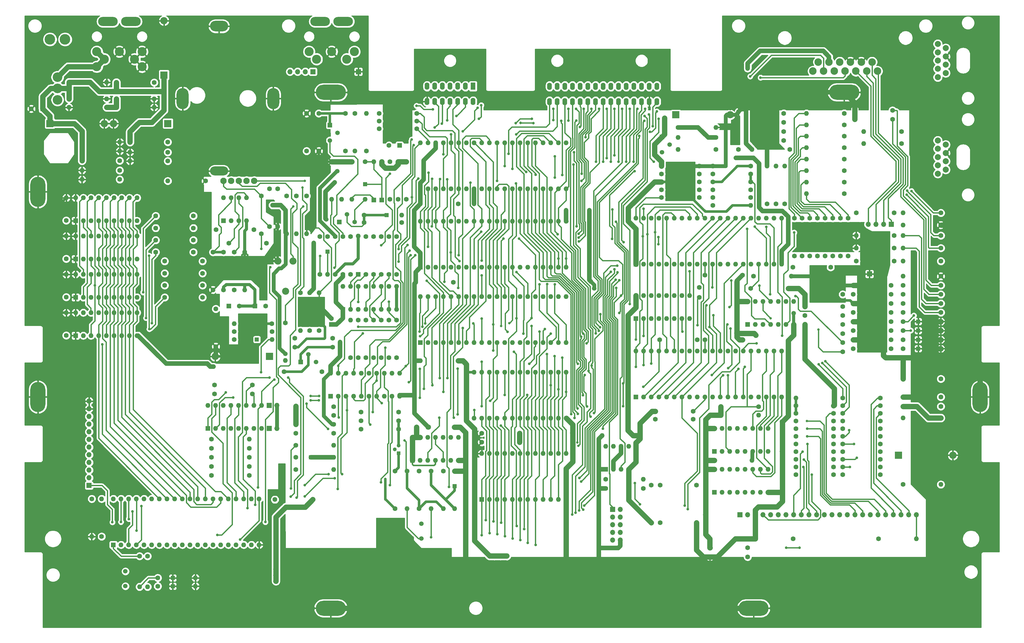
<source format=gtl>
G04 #@! TF.GenerationSoftware,KiCad,Pcbnew,(5.1.0)-1*
G04 #@! TF.CreationDate,2021-03-07T19:06:54+01:00*
G04 #@! TF.ProjectId,Atari 130XE,41746172-6920-4313-9330-58452e6b6963,rev?*
G04 #@! TF.SameCoordinates,Original*
G04 #@! TF.FileFunction,Copper,L1,Top*
G04 #@! TF.FilePolarity,Positive*
%FSLAX46Y46*%
G04 Gerber Fmt 4.6, Leading zero omitted, Abs format (unit mm)*
G04 Created by KiCad (PCBNEW (5.1.0)-1) date 2021-03-07 19:06:54*
%MOMM*%
%LPD*%
G04 APERTURE LIST*
%ADD10O,1.600000X1.600000*%
%ADD11R,1.600000X1.600000*%
%ADD12O,1.700000X1.700000*%
%ADD13R,1.700000X1.700000*%
%ADD14R,1.350000X1.350000*%
%ADD15O,2.400000X2.400000*%
%ADD16R,2.400000X2.400000*%
%ADD17C,1.600000*%
%ADD18C,2.500000*%
%ADD19R,1.500000X1.500000*%
%ADD20C,1.500000*%
%ADD21O,1.600000X2.400000*%
%ADD22C,2.000000*%
%ADD23O,6.500000X3.000000*%
%ADD24C,3.000000*%
%ADD25C,2.340000*%
%ADD26R,1.300000X1.300000*%
%ADD27C,1.300000*%
%ADD28R,1.600000X2.400000*%
%ADD29C,2.100000*%
%ADD30O,6.000000X3.000000*%
%ADD31O,6.000000X3.500000*%
%ADD32O,4.000000X7.000000*%
%ADD33C,3.500000*%
%ADD34C,3.200000*%
%ADD35O,10.000000X5.000000*%
%ADD36O,5.000000X10.000000*%
%ADD37C,1.800000*%
%ADD38C,0.900000*%
%ADD39C,0.800000*%
%ADD40C,0.406400*%
%ADD41C,0.812800*%
%ADD42C,1.778000*%
%ADD43C,1.270000*%
%ADD44C,1.524000*%
%ADD45C,1.016000*%
%ADD46C,0.508000*%
%ADD47C,0.304800*%
%ADD48C,0.254000*%
G04 APERTURE END LIST*
D10*
X178568400Y-85635200D03*
X226828400Y-100875200D03*
X181108400Y-85635200D03*
X224288400Y-100875200D03*
X183648400Y-85635200D03*
X221748400Y-100875200D03*
X186188400Y-85635200D03*
X219208400Y-100875200D03*
X188728400Y-85635200D03*
X216668400Y-100875200D03*
X191268400Y-85635200D03*
X214128400Y-100875200D03*
X193808400Y-85635200D03*
X211588400Y-100875200D03*
X196348400Y-85635200D03*
X209048400Y-100875200D03*
X198888400Y-85635200D03*
X206508400Y-100875200D03*
X201428400Y-85635200D03*
X203968400Y-100875200D03*
X203968400Y-85635200D03*
X201428400Y-100875200D03*
X206508400Y-85635200D03*
X198888400Y-100875200D03*
X209048400Y-85635200D03*
X196348400Y-100875200D03*
X211588400Y-85635200D03*
X193808400Y-100875200D03*
X214128400Y-85635200D03*
X191268400Y-100875200D03*
X216668400Y-85635200D03*
X188728400Y-100875200D03*
X219208400Y-85635200D03*
X186188400Y-100875200D03*
X221748400Y-85635200D03*
X183648400Y-100875200D03*
X224288400Y-85635200D03*
X181108400Y-100875200D03*
X226828400Y-85635200D03*
D11*
X178568400Y-100875200D03*
D12*
X68834000Y-171260000D03*
X68834000Y-173800000D03*
X68834000Y-176340000D03*
X68834000Y-178880000D03*
X68834000Y-181420000D03*
X68834000Y-183960000D03*
X68834000Y-186500000D03*
X68834000Y-189040000D03*
X68834000Y-191580000D03*
X68834000Y-194120000D03*
X68834000Y-196660000D03*
D13*
X68834000Y-199200000D03*
D12*
X244779800Y-217322400D03*
X242239800Y-217322400D03*
X244779800Y-214782400D03*
X242239800Y-214782400D03*
X244779800Y-212242400D03*
X242239800Y-212242400D03*
X244779800Y-209702400D03*
X242239800Y-209702400D03*
X244779800Y-207162400D03*
D13*
X242239800Y-207162400D03*
X327279000Y-129108200D03*
X158038800Y-62077600D03*
D12*
X135356600Y-62077600D03*
X137896600Y-62077600D03*
X140436600Y-62077600D03*
D13*
X142976600Y-62077600D03*
D12*
X326847200Y-112649000D03*
X329387200Y-112649000D03*
X331927200Y-112649000D03*
D13*
X334467200Y-112649000D03*
D14*
X343388400Y-144875200D03*
X343388400Y-147875200D03*
X343388400Y-150875200D03*
X343388400Y-153875200D03*
D15*
X281144000Y-76352400D03*
D16*
X263144000Y-76352400D03*
D14*
X124390800Y-150825200D03*
X147828000Y-121748400D03*
X142298200Y-189903600D03*
X189915800Y-199411600D03*
X160288400Y-99375200D03*
D15*
X76919800Y-79248000D03*
D16*
X94919800Y-79248000D03*
D15*
X93649800Y-45169800D03*
D16*
X93649800Y-63169800D03*
D15*
X73880000Y-79248000D03*
D16*
X55880000Y-79248000D03*
D14*
X167377760Y-109575200D03*
D17*
X121888400Y-195875200D03*
X109388400Y-195875200D03*
D12*
X131068400Y-172669800D03*
D13*
X128528400Y-172669800D03*
D12*
X131068400Y-180289800D03*
D13*
X128528400Y-180289800D03*
D17*
X168153200Y-86512400D03*
D11*
X171653200Y-86512400D03*
D10*
X88188800Y-232791000D03*
D17*
X88188800Y-222631000D03*
D10*
X85547200Y-232791000D03*
D17*
X85547200Y-222631000D03*
D10*
X160688400Y-75875200D03*
D17*
X160688400Y-88375200D03*
D15*
X354888400Y-189166500D03*
D16*
X336888400Y-189166500D03*
D15*
X110625600Y-156438600D03*
D16*
X128625600Y-156438600D03*
D10*
X134288400Y-115775200D03*
D17*
X134288400Y-103275200D03*
D10*
X113388400Y-103875200D03*
X121008400Y-111495200D03*
X115928400Y-103875200D03*
X118468400Y-111495200D03*
X118468400Y-103875200D03*
X115928400Y-111495200D03*
X121008400Y-103875200D03*
D11*
X113388400Y-111495200D03*
D17*
X131288400Y-113375200D03*
X131288400Y-100875200D03*
X129390800Y-148183600D03*
X116890800Y-148183600D03*
X109888400Y-134375200D03*
X109888400Y-121875200D03*
X113388400Y-121875200D03*
X113388400Y-134375200D03*
X110820200Y-153190600D03*
X110820200Y-140690600D03*
X116888400Y-134375200D03*
X116888400Y-121875200D03*
X115109600Y-118875200D03*
X127609600Y-118875200D03*
X128588400Y-113375200D03*
X128588400Y-100875200D03*
X110893200Y-114401600D03*
X123393200Y-114401600D03*
X125888400Y-115775200D03*
X125888400Y-103275200D03*
X145300700Y-116748400D03*
X145300700Y-129248400D03*
D10*
X147828000Y-129248400D03*
D17*
X147828000Y-116748400D03*
D10*
X120388400Y-134375200D03*
D17*
X120388400Y-121875200D03*
X118612800Y-139776200D03*
D11*
X115112800Y-139776200D03*
D17*
X127274200Y-139750800D03*
D11*
X123774200Y-139750800D03*
D10*
X129390800Y-150825200D03*
D17*
X116890800Y-150825200D03*
D10*
X94888400Y-98275200D03*
D17*
X107388400Y-98275200D03*
D10*
X116887600Y-145542000D03*
D17*
X129387600Y-145542000D03*
D10*
X286921600Y-216890600D03*
D17*
X274421600Y-216890600D03*
D10*
X275888400Y-193855200D03*
X293668400Y-201475200D03*
X278428400Y-193855200D03*
X291128400Y-201475200D03*
X280968400Y-193855200D03*
X288588400Y-201475200D03*
X283508400Y-193855200D03*
X286048400Y-201475200D03*
X286048400Y-193855200D03*
X283508400Y-201475200D03*
X288588400Y-193855200D03*
X280968400Y-201475200D03*
X291128400Y-193855200D03*
X278428400Y-201475200D03*
X293668400Y-193855200D03*
D11*
X275888400Y-201475200D03*
D10*
X275888400Y-180255200D03*
X293668400Y-187875200D03*
X278428400Y-180255200D03*
X291128400Y-187875200D03*
X280968400Y-180255200D03*
X288588400Y-187875200D03*
X283508400Y-180255200D03*
X286048400Y-187875200D03*
X286048400Y-180255200D03*
X283508400Y-187875200D03*
X288588400Y-180255200D03*
X280968400Y-187875200D03*
X291128400Y-180255200D03*
X278428400Y-187875200D03*
X293668400Y-180255200D03*
D11*
X275888400Y-187875200D03*
D10*
X302128400Y-149375200D03*
D17*
X289628400Y-149375200D03*
D10*
X338388300Y-176834800D03*
D17*
X350888300Y-176834800D03*
X338388400Y-135875200D03*
X350888400Y-135875200D03*
X338388400Y-132875200D03*
X350888400Y-132875200D03*
X338388400Y-138875200D03*
X350888400Y-138875200D03*
X338388400Y-141875200D03*
X350888400Y-141875200D03*
D10*
X338388400Y-116357400D03*
D17*
X350888400Y-116357400D03*
D10*
X338388400Y-120535700D03*
D17*
X350888400Y-120535700D03*
D10*
X325388400Y-85875200D03*
D17*
X337888400Y-85875200D03*
D10*
X325388400Y-81875200D03*
D17*
X337888400Y-81875200D03*
D10*
X338388400Y-163875200D03*
D17*
X350888400Y-163875200D03*
D10*
X322388400Y-77875200D03*
D17*
X334888400Y-77875200D03*
D10*
X322388400Y-74875200D03*
D17*
X334888400Y-74875200D03*
D10*
X322888400Y-116357400D03*
D17*
X335388400Y-116357400D03*
D10*
X322888400Y-120535700D03*
D17*
X335388400Y-120535700D03*
D10*
X350888400Y-147875200D03*
D17*
X338388400Y-147875200D03*
D10*
X350888400Y-150875200D03*
D17*
X338388400Y-150875200D03*
D10*
X350888400Y-153875200D03*
D17*
X338388400Y-153875200D03*
D10*
X350888400Y-144875200D03*
D17*
X338388400Y-144875200D03*
X269951200Y-211559800D03*
X269951200Y-199059800D03*
D10*
X288388400Y-190868300D03*
D17*
X275888400Y-190868300D03*
X268863000Y-177230800D03*
X256363000Y-177230800D03*
X302888400Y-175336200D03*
X315388400Y-175336200D03*
X315388400Y-172796200D03*
X302888400Y-172796200D03*
X256363000Y-174599600D03*
X268863000Y-174599600D03*
D10*
X302888400Y-170243500D03*
D11*
X315588400Y-170243500D03*
D17*
X302888400Y-177875200D03*
X315388400Y-177875200D03*
X318388400Y-182956200D03*
X330888400Y-182956200D03*
X318388400Y-185496200D03*
X330888400Y-185496200D03*
X318388400Y-180416200D03*
X330888400Y-180416200D03*
X318388400Y-190576200D03*
X330888400Y-190576200D03*
X318388400Y-177875200D03*
X330888400Y-177875200D03*
X318388400Y-193116200D03*
X330888400Y-193116200D03*
X318388400Y-188036200D03*
X330888400Y-188036200D03*
X318388400Y-195656200D03*
X330888400Y-195656200D03*
X302891800Y-193116200D03*
X315391800Y-193116200D03*
X302888400Y-195656200D03*
X315388400Y-195656200D03*
X302891800Y-190576200D03*
X315391800Y-190576200D03*
X302888400Y-182956200D03*
X315388400Y-182956200D03*
X302891800Y-188036200D03*
X315391800Y-188036200D03*
X302888400Y-185496200D03*
X315388400Y-185496200D03*
X302888400Y-180416200D03*
X315388400Y-180416200D03*
X278025200Y-173075200D03*
X290525200Y-173075200D03*
X272748400Y-150875200D03*
X285248400Y-150875200D03*
D10*
X290528400Y-175875200D03*
D17*
X278028400Y-175875200D03*
X318388400Y-151875200D03*
X305888400Y-151875200D03*
X321888400Y-153875200D03*
X334388400Y-153875200D03*
X321888400Y-147875200D03*
X334388400Y-147875200D03*
X321888400Y-135875200D03*
X334388400Y-135875200D03*
X321888400Y-141875200D03*
X334388400Y-141875200D03*
X318388400Y-148875200D03*
X305888400Y-148875200D03*
X318388400Y-145875200D03*
X305888400Y-145875200D03*
X318388400Y-139875200D03*
X305888400Y-139875200D03*
X318388400Y-142875200D03*
X305888400Y-142875200D03*
D10*
X321888400Y-150875200D03*
D17*
X334388400Y-150875200D03*
D10*
X321888400Y-144875200D03*
D17*
X334388400Y-144875200D03*
D10*
X321888400Y-132875200D03*
D17*
X334388400Y-132875200D03*
D10*
X321888400Y-138875200D03*
D17*
X334388400Y-138875200D03*
D10*
X249888400Y-154635200D03*
X298148400Y-169875200D03*
X252428400Y-154635200D03*
X295608400Y-169875200D03*
X254968400Y-154635200D03*
X293068400Y-169875200D03*
X257508400Y-154635200D03*
X290528400Y-169875200D03*
X260048400Y-154635200D03*
X287988400Y-169875200D03*
X262588400Y-154635200D03*
X285448400Y-169875200D03*
X265128400Y-154635200D03*
X282908400Y-169875200D03*
X267668400Y-154635200D03*
X280368400Y-169875200D03*
X270208400Y-154635200D03*
X277828400Y-169875200D03*
X272748400Y-154635200D03*
X275288400Y-169875200D03*
X275288400Y-154635200D03*
X272748400Y-169875200D03*
X277828400Y-154635200D03*
X270208400Y-169875200D03*
X280368400Y-154635200D03*
X267668400Y-169875200D03*
X282908400Y-154635200D03*
X265128400Y-169875200D03*
X285448400Y-154635200D03*
X262588400Y-169875200D03*
X287988400Y-154635200D03*
X260048400Y-169875200D03*
X290528400Y-154635200D03*
X257508400Y-169875200D03*
X293068400Y-154635200D03*
X254968400Y-169875200D03*
X295608400Y-154635200D03*
X252428400Y-169875200D03*
X298148400Y-154635200D03*
D11*
X249888400Y-169875200D03*
D17*
X270268700Y-150876000D03*
X257768700Y-150876000D03*
X274428400Y-219875200D03*
X286928400Y-219875200D03*
D12*
X342808400Y-208875200D03*
X340268400Y-208875200D03*
X337728400Y-208875200D03*
X335188400Y-208875200D03*
X332648400Y-208875200D03*
X330108400Y-208875200D03*
X327568400Y-208875200D03*
X325028400Y-208875200D03*
X322488400Y-208875200D03*
X319948400Y-208875200D03*
X317408400Y-208875200D03*
X314868400Y-208875200D03*
X312328400Y-208875200D03*
X309788400Y-208875200D03*
X307248400Y-208875200D03*
X304708400Y-208875200D03*
X302168400Y-208875200D03*
X299628400Y-208875200D03*
X297088400Y-208875200D03*
X294548400Y-208875200D03*
X292008400Y-208875200D03*
X289468400Y-208875200D03*
X286928400Y-208875200D03*
D13*
X284388400Y-208875200D03*
D10*
X274428400Y-222875200D03*
D17*
X286928400Y-222875200D03*
D10*
X289468400Y-216875200D03*
D17*
X301968400Y-216875200D03*
D18*
X308528400Y-61875200D03*
X310308400Y-58875200D03*
X313868400Y-58875200D03*
X317428400Y-58875200D03*
X320988400Y-58875200D03*
X324548400Y-58875200D03*
X328108400Y-58875200D03*
X312088400Y-61875200D03*
X315648400Y-61875200D03*
X319208400Y-61875200D03*
X322768400Y-61875200D03*
X326328400Y-61875200D03*
X329888400Y-61875200D03*
D10*
X249888400Y-110635200D03*
X298148400Y-125875200D03*
X252428400Y-110635200D03*
X295608400Y-125875200D03*
X254968400Y-110635200D03*
X293068400Y-125875200D03*
X257508400Y-110635200D03*
X290528400Y-125875200D03*
X260048400Y-110635200D03*
X287988400Y-125875200D03*
X262588400Y-110635200D03*
X285448400Y-125875200D03*
X265128400Y-110635200D03*
X282908400Y-125875200D03*
X267668400Y-110635200D03*
X280368400Y-125875200D03*
X270208400Y-110635200D03*
X277828400Y-125875200D03*
X272748400Y-110635200D03*
X275288400Y-125875200D03*
X275288400Y-110635200D03*
X272748400Y-125875200D03*
X277828400Y-110635200D03*
X270208400Y-125875200D03*
X280368400Y-110635200D03*
X267668400Y-125875200D03*
X282908400Y-110635200D03*
X265128400Y-125875200D03*
X285448400Y-110635200D03*
X262588400Y-125875200D03*
X287988400Y-110635200D03*
X260048400Y-125875200D03*
X290528400Y-110635200D03*
X257508400Y-125875200D03*
X293068400Y-110635200D03*
X254968400Y-125875200D03*
X295608400Y-110635200D03*
X252428400Y-125875200D03*
X298148400Y-110635200D03*
D11*
X249888400Y-125875200D03*
D17*
X314388400Y-126875200D03*
X301888400Y-126875200D03*
X302388400Y-123135200D03*
X302388400Y-110635200D03*
X304944400Y-123135200D03*
X304944400Y-110635200D03*
X307484400Y-123135200D03*
X307484400Y-110635200D03*
X310024400Y-123135200D03*
X310024400Y-110635200D03*
X312564400Y-123135200D03*
X312564400Y-110635200D03*
X315104400Y-123135200D03*
X315104400Y-110635200D03*
X317644400Y-123135200D03*
X317644400Y-110635200D03*
X320184400Y-123135200D03*
X320184400Y-110635200D03*
X287888400Y-98575200D03*
X275388400Y-98575200D03*
X287888400Y-103775200D03*
X275388400Y-103775200D03*
X258388400Y-103775200D03*
X270888400Y-103775200D03*
X275388400Y-95975200D03*
X287888400Y-95975200D03*
X275388400Y-101175200D03*
X287888400Y-101175200D03*
X258388400Y-101175200D03*
X270888400Y-101175200D03*
X258388400Y-95975200D03*
X270888400Y-95975200D03*
X272748400Y-129475200D03*
X285248400Y-129475200D03*
X287888400Y-133875200D03*
X300388400Y-133875200D03*
X318388400Y-135875200D03*
X305888400Y-135875200D03*
X270888400Y-133575200D03*
X283388400Y-133575200D03*
X121888400Y-189875200D03*
X109388400Y-189875200D03*
X121888400Y-186875200D03*
X109388400Y-186875200D03*
X121888400Y-192875200D03*
X109388400Y-192875200D03*
D19*
X258546600Y-83693000D03*
D20*
X258546600Y-88773000D03*
X261086600Y-86233000D03*
D10*
X306397000Y-102489000D03*
D17*
X318897000Y-102489000D03*
D10*
X306397000Y-98679000D03*
D17*
X318897000Y-98679000D03*
D10*
X306397000Y-94869000D03*
D17*
X318897000Y-94869000D03*
D10*
X306388400Y-91084400D03*
D17*
X318888400Y-91084400D03*
D10*
X306388400Y-87274400D03*
D17*
X318888400Y-87274400D03*
D10*
X306388400Y-83464400D03*
D17*
X318888400Y-83464400D03*
D10*
X306388400Y-79679800D03*
D17*
X318888400Y-79679800D03*
D10*
X306388400Y-75875200D03*
D17*
X318888400Y-75875200D03*
D10*
X263888400Y-87875200D03*
D17*
X276388400Y-87875200D03*
D10*
X263888400Y-83875200D03*
D17*
X276388400Y-83875200D03*
D10*
X286388400Y-75875200D03*
D17*
X298888400Y-75875200D03*
D10*
X286388400Y-78875200D03*
D17*
X298888400Y-78875200D03*
D10*
X286388400Y-81875200D03*
D17*
X298888400Y-81875200D03*
D10*
X286388400Y-84875200D03*
D17*
X298888400Y-84875200D03*
D10*
X288388400Y-87875200D03*
D17*
X300888400Y-87875200D03*
D10*
X293388400Y-93375200D03*
D17*
X293388400Y-105875200D03*
D10*
X296288400Y-93367200D03*
D17*
X296288400Y-105867200D03*
D10*
X299188400Y-93375200D03*
D17*
X299188400Y-105875200D03*
D10*
X275388400Y-93375200D03*
D17*
X287888400Y-93375200D03*
D10*
X287888400Y-106375200D03*
D17*
X275388400Y-106375200D03*
D10*
X258388400Y-98575200D03*
D17*
X270888400Y-98575200D03*
D10*
X283888400Y-75375200D03*
D17*
X283888400Y-87875200D03*
D10*
X276380600Y-80518000D03*
D17*
X263880600Y-80518000D03*
D10*
X301388400Y-129875200D03*
D17*
X288888400Y-129875200D03*
D19*
X138888400Y-158292800D03*
D20*
X143968400Y-158292800D03*
X141428400Y-155752800D03*
D19*
X148564600Y-79781400D03*
D20*
X148564600Y-84861400D03*
X151104600Y-82321400D03*
D19*
X151739600Y-111875200D03*
D20*
X156819600Y-111875200D03*
X154279600Y-109335200D03*
D10*
X163088400Y-91871800D03*
D11*
X163088400Y-104571800D03*
D10*
X165788400Y-91871800D03*
D11*
X165788400Y-104571800D03*
D10*
X239888400Y-186255200D03*
X247508400Y-193875200D03*
X242428400Y-186255200D03*
X244968400Y-193875200D03*
X244968400Y-186255200D03*
X242428400Y-193875200D03*
X247508400Y-186255200D03*
D11*
X239888400Y-193875200D03*
D17*
X239883800Y-200175200D03*
X252383800Y-200175200D03*
X257965200Y-211575200D03*
X257965200Y-199075200D03*
X254965200Y-199075200D03*
X254965200Y-211575200D03*
D10*
X342788400Y-216875200D03*
D17*
X330288400Y-216875200D03*
D10*
X238731400Y-182626000D03*
D17*
X251231400Y-182626000D03*
D10*
X252388400Y-197175200D03*
D17*
X239888400Y-197175200D03*
D21*
X221320000Y-71975200D03*
X223860000Y-71975200D03*
X226400000Y-71975200D03*
X228940000Y-71975200D03*
X231480000Y-71975200D03*
X234020000Y-71975200D03*
X236560000Y-71975200D03*
X239100000Y-71975200D03*
X241640000Y-71975200D03*
X244180000Y-71975200D03*
X246720000Y-71975200D03*
X249260000Y-71975200D03*
X251800000Y-71975200D03*
X254340000Y-71975200D03*
X256880000Y-71975200D03*
X221320000Y-66895200D03*
X223860000Y-66895200D03*
X226400000Y-66895200D03*
X228940000Y-66895200D03*
X231480000Y-66895200D03*
X234020000Y-66895200D03*
X236560000Y-66895200D03*
X239100000Y-66895200D03*
X241640000Y-66895200D03*
X244180000Y-66895200D03*
X246720000Y-66895200D03*
X249260000Y-66895200D03*
X251800000Y-66895200D03*
X254340000Y-66895200D03*
X256880000Y-66895200D03*
D10*
X270888400Y-93375200D03*
D17*
X258388400Y-93375200D03*
D10*
X148808400Y-162049800D03*
X171668400Y-169669800D03*
X151348400Y-162049800D03*
X169128400Y-169669800D03*
X153888400Y-162049800D03*
X166588400Y-169669800D03*
X156428400Y-162049800D03*
X164048400Y-169669800D03*
X158968400Y-162049800D03*
X161508400Y-169669800D03*
X161508400Y-162049800D03*
X158968400Y-169669800D03*
X164048400Y-162049800D03*
X156428400Y-169669800D03*
X166588400Y-162049800D03*
X153888400Y-169669800D03*
X169128400Y-162049800D03*
X151348400Y-169669800D03*
X171668400Y-162049800D03*
D11*
X148808400Y-169669800D03*
D10*
X249888400Y-136255200D03*
X267668400Y-143875200D03*
X252428400Y-136255200D03*
X265128400Y-143875200D03*
X254968400Y-136255200D03*
X262588400Y-143875200D03*
X257508400Y-136255200D03*
X260048400Y-143875200D03*
X260048400Y-136255200D03*
X257508400Y-143875200D03*
X262588400Y-136255200D03*
X254968400Y-143875200D03*
X265128400Y-136255200D03*
X252428400Y-143875200D03*
X267668400Y-136255200D03*
D11*
X249888400Y-143875200D03*
D17*
X171377000Y-174875200D03*
X158877000Y-174875200D03*
X137309200Y-173075200D03*
X149809200Y-173075200D03*
X137309200Y-175975200D03*
X149809200Y-175975200D03*
X270888400Y-136875200D03*
X283388400Y-136875200D03*
D22*
X352488400Y-86250200D03*
X352488400Y-89000200D03*
X352488400Y-91750200D03*
X352488400Y-94500200D03*
X349888400Y-84875200D03*
X349888400Y-87625200D03*
X349888400Y-95875200D03*
X349888400Y-93125200D03*
X349888400Y-90375200D03*
X352488400Y-54250200D03*
X352488400Y-57000200D03*
X352488400Y-59750200D03*
X352488400Y-62500200D03*
X349888400Y-52875200D03*
X349888400Y-55625200D03*
X349888400Y-63875200D03*
X349888400Y-61125200D03*
X349888400Y-58375200D03*
D10*
X338388400Y-173024800D03*
D17*
X350888400Y-173024800D03*
D10*
X350888400Y-198875200D03*
D17*
X338388400Y-198875200D03*
D10*
X338388400Y-169875200D03*
D17*
X350888400Y-169875200D03*
D10*
X137309200Y-178975200D03*
D17*
X149809200Y-178975200D03*
X173888400Y-104375200D03*
X173888400Y-91875200D03*
X177388400Y-78435200D03*
X164888400Y-78435200D03*
X177388400Y-75875200D03*
X164888400Y-75875200D03*
D23*
X145388400Y-45425200D03*
X152988400Y-45425200D03*
D24*
X144188400Y-57925200D03*
X154188400Y-57925200D03*
X156688400Y-55425200D03*
X141688400Y-55425200D03*
X149188400Y-55425200D03*
D17*
X149098000Y-143875200D03*
D11*
X149098000Y-145875200D03*
D10*
X157962600Y-116560600D03*
D11*
X157962600Y-129260600D03*
D20*
X178888400Y-216775200D03*
X178888400Y-211875200D03*
D10*
X175888400Y-183255200D03*
X191128400Y-190875200D03*
X178428400Y-183255200D03*
X188588400Y-190875200D03*
X180968400Y-183255200D03*
X186048400Y-190875200D03*
X183508400Y-183255200D03*
X183508400Y-190875200D03*
X186048400Y-183255200D03*
X180968400Y-190875200D03*
X188588400Y-183255200D03*
X178428400Y-190875200D03*
X191128400Y-183255200D03*
D11*
X175888400Y-190875200D03*
D10*
X152888400Y-133255200D03*
X170668400Y-140875200D03*
X155428400Y-133255200D03*
X168128400Y-140875200D03*
X157968400Y-133255200D03*
X165588400Y-140875200D03*
X160508400Y-133255200D03*
X163048400Y-140875200D03*
X163048400Y-133255200D03*
X160508400Y-140875200D03*
X165588400Y-133255200D03*
X157968400Y-140875200D03*
X168128400Y-133255200D03*
X155428400Y-140875200D03*
X170668400Y-133255200D03*
D11*
X152888400Y-140875200D03*
D10*
X178568400Y-111635200D03*
X226828400Y-126875200D03*
X181108400Y-111635200D03*
X224288400Y-126875200D03*
X183648400Y-111635200D03*
X221748400Y-126875200D03*
X186188400Y-111635200D03*
X219208400Y-126875200D03*
X188728400Y-111635200D03*
X216668400Y-126875200D03*
X191268400Y-111635200D03*
X214128400Y-126875200D03*
X193808400Y-111635200D03*
X211588400Y-126875200D03*
X196348400Y-111635200D03*
X209048400Y-126875200D03*
X198888400Y-111635200D03*
X206508400Y-126875200D03*
X201428400Y-111635200D03*
X203968400Y-126875200D03*
X203968400Y-111635200D03*
X201428400Y-126875200D03*
X206508400Y-111635200D03*
X198888400Y-126875200D03*
X209048400Y-111635200D03*
X196348400Y-126875200D03*
X211588400Y-111635200D03*
X193808400Y-126875200D03*
X214128400Y-111635200D03*
X191268400Y-126875200D03*
X216668400Y-111635200D03*
X188728400Y-126875200D03*
X219208400Y-111635200D03*
X186188400Y-126875200D03*
X221748400Y-111635200D03*
X183648400Y-126875200D03*
X224288400Y-111635200D03*
X181108400Y-126875200D03*
X226828400Y-111635200D03*
D11*
X178568400Y-126875200D03*
D25*
X131383800Y-124846600D03*
X133883800Y-134846600D03*
X136383800Y-124846600D03*
D17*
X149482200Y-150444200D03*
X136982200Y-150444200D03*
X153720800Y-75875200D03*
X153720800Y-88375200D03*
X149482200Y-153339800D03*
X136982200Y-153339800D03*
X145900800Y-161493200D03*
X133400800Y-161493200D03*
X318388400Y-175336200D03*
X330888400Y-175336200D03*
X318388400Y-172796200D03*
X330888400Y-172796200D03*
X318388400Y-170243500D03*
X330888400Y-170243500D03*
X322888400Y-108875200D03*
X335388400Y-108875200D03*
X322888400Y-124875200D03*
X335388400Y-124875200D03*
X152882600Y-116748400D03*
X152882600Y-129248400D03*
X178129200Y-206911600D03*
X178129200Y-194411600D03*
X171377000Y-177725200D03*
X158877000Y-177725200D03*
X137309200Y-181903600D03*
X149809200Y-181903600D03*
X158873800Y-180568600D03*
X171373800Y-180568600D03*
X170129200Y-194408400D03*
X170129200Y-206908400D03*
X144888400Y-88375200D03*
X144888400Y-75875200D03*
X140888400Y-75875200D03*
X140888400Y-88375200D03*
X150342600Y-129248400D03*
X150342600Y-116748400D03*
X160502600Y-129248400D03*
X160502600Y-116748400D03*
X163042600Y-129248400D03*
X163042600Y-116748400D03*
X165582600Y-129248400D03*
X165582600Y-116748400D03*
X168122600Y-129248400D03*
X168122600Y-116748400D03*
X155422600Y-116748400D03*
X155422600Y-129248400D03*
X160502600Y-144375200D03*
X160502600Y-156875200D03*
X168122600Y-144375200D03*
X168122600Y-156875200D03*
X165582600Y-144375200D03*
X165582600Y-156875200D03*
X163042600Y-144375200D03*
X163042600Y-156875200D03*
X170668400Y-144375200D03*
X170668400Y-156875200D03*
X168488400Y-91875200D03*
X168488400Y-104375200D03*
X171188400Y-104375200D03*
X171188400Y-91875200D03*
X159888400Y-112095200D03*
X172388400Y-112095200D03*
X157962600Y-144370400D03*
X157962600Y-156870400D03*
X170662600Y-129248400D03*
X170662600Y-116748400D03*
D26*
X171323000Y-188518800D03*
D27*
X171323000Y-185978800D03*
X170053000Y-187248800D03*
D10*
X133832600Y-157813400D03*
D17*
X133832600Y-145313400D03*
D10*
X182129200Y-206911600D03*
D17*
X182129200Y-194411600D03*
D10*
X338388400Y-124875200D03*
D17*
X350888400Y-124875200D03*
D10*
X338388400Y-108875200D03*
D17*
X350888400Y-108875200D03*
D10*
X149798200Y-185903600D03*
D17*
X137298200Y-185903600D03*
D10*
X155428400Y-144375200D03*
D17*
X155428400Y-156875200D03*
D10*
X141837600Y-135353400D03*
D17*
X141837600Y-147853400D03*
D10*
X138837600Y-147856600D03*
D17*
X138837600Y-135356600D03*
D10*
X156888400Y-88375200D03*
D17*
X156888400Y-75875200D03*
D10*
X189915800Y-206911600D03*
D17*
X189915800Y-194411600D03*
D10*
X149798200Y-189903600D03*
D17*
X137298200Y-189903600D03*
D10*
X338388400Y-129875200D03*
D17*
X350888400Y-129875200D03*
D10*
X338388400Y-112875200D03*
D17*
X350888400Y-112875200D03*
D10*
X149798200Y-193903600D03*
D17*
X137298200Y-193903600D03*
D10*
X186129200Y-206911600D03*
D17*
X186129200Y-194411600D03*
D10*
X174129200Y-206911600D03*
D17*
X174129200Y-194411600D03*
D10*
X189788400Y-179875200D03*
D17*
X177288400Y-179875200D03*
D10*
X144983200Y-135353400D03*
D17*
X144983200Y-147853400D03*
D10*
X149188400Y-104375200D03*
D17*
X149188400Y-91875200D03*
D10*
X152488400Y-104375200D03*
D17*
X152488400Y-91875200D03*
D10*
X155888400Y-104375200D03*
D17*
X155888400Y-91875200D03*
D10*
X160288400Y-104375200D03*
D17*
X160288400Y-91875200D03*
D10*
X172377760Y-109570520D03*
D17*
X159877760Y-109570520D03*
D10*
X178533400Y-157875200D03*
D17*
X191033400Y-157875200D03*
D10*
X178558800Y-105875200D03*
D17*
X191058800Y-105875200D03*
D10*
X176988400Y-131875200D03*
D17*
X189488400Y-131875200D03*
D10*
X178568400Y-136635200D03*
X226828400Y-151875200D03*
X181108400Y-136635200D03*
X224288400Y-151875200D03*
X183648400Y-136635200D03*
X221748400Y-151875200D03*
X186188400Y-136635200D03*
X219208400Y-151875200D03*
X188728400Y-136635200D03*
X216668400Y-151875200D03*
X191268400Y-136635200D03*
X214128400Y-151875200D03*
X193808400Y-136635200D03*
X211588400Y-151875200D03*
X196348400Y-136635200D03*
X209048400Y-151875200D03*
X198888400Y-136635200D03*
X206508400Y-151875200D03*
X201428400Y-136635200D03*
X203968400Y-151875200D03*
X203968400Y-136635200D03*
X201428400Y-151875200D03*
X206508400Y-136635200D03*
X198888400Y-151875200D03*
X209048400Y-136635200D03*
X196348400Y-151875200D03*
X211588400Y-136635200D03*
X193808400Y-151875200D03*
X214128400Y-136635200D03*
X191268400Y-151875200D03*
X216668400Y-136635200D03*
X188728400Y-151875200D03*
X219208400Y-136635200D03*
X186188400Y-151875200D03*
X221748400Y-136635200D03*
X183648400Y-151875200D03*
X224288400Y-136635200D03*
X181108400Y-151875200D03*
X226828400Y-136635200D03*
D11*
X178568400Y-151875200D03*
D10*
X193808400Y-161635200D03*
X226828400Y-176875200D03*
X196348400Y-161635200D03*
X224288400Y-176875200D03*
X198888400Y-161635200D03*
X221748400Y-176875200D03*
X201428400Y-161635200D03*
X219208400Y-176875200D03*
X203968400Y-161635200D03*
X216668400Y-176875200D03*
X206508400Y-161635200D03*
X214128400Y-176875200D03*
X209048400Y-161635200D03*
X211588400Y-176875200D03*
X211588400Y-161635200D03*
X209048400Y-176875200D03*
X214128400Y-161635200D03*
X206508400Y-176875200D03*
X216668400Y-161635200D03*
X203968400Y-176875200D03*
X219208400Y-161635200D03*
X201428400Y-176875200D03*
X221748400Y-161635200D03*
X198888400Y-176875200D03*
X224288400Y-161635200D03*
X196348400Y-176875200D03*
X226828400Y-161635200D03*
D11*
X193808400Y-176875200D03*
D10*
X211388400Y-181875200D03*
D17*
X198888400Y-181875200D03*
D10*
X198888400Y-188635200D03*
X226828400Y-203875200D03*
X201428400Y-188635200D03*
X224288400Y-203875200D03*
X203968400Y-188635200D03*
X221748400Y-203875200D03*
X206508400Y-188635200D03*
X219208400Y-203875200D03*
X209048400Y-188635200D03*
X216668400Y-203875200D03*
X211588400Y-188635200D03*
X214128400Y-203875200D03*
X214128400Y-188635200D03*
X211588400Y-203875200D03*
X216668400Y-188635200D03*
X209048400Y-203875200D03*
X219208400Y-188635200D03*
X206508400Y-203875200D03*
X221748400Y-188635200D03*
X203968400Y-203875200D03*
X224288400Y-188635200D03*
X201428400Y-203875200D03*
X226828400Y-188635200D03*
D11*
X198888400Y-203875200D03*
D10*
X211388400Y-184875200D03*
D17*
X198888400Y-184875200D03*
D14*
X96570800Y-232587800D03*
X96567000Y-229844600D03*
D21*
X180760000Y-71955200D03*
X183300000Y-71955200D03*
X185840000Y-71955200D03*
X188380000Y-71955200D03*
X190920000Y-71955200D03*
X193460000Y-71955200D03*
X196000000Y-71955200D03*
X180760000Y-66875200D03*
X183300000Y-66875200D03*
X185840000Y-66875200D03*
X188380000Y-66875200D03*
X190920000Y-66875200D03*
X193460000Y-66875200D03*
D28*
X196000000Y-66875200D03*
D10*
X286888400Y-138255200D03*
X302128400Y-145875200D03*
X289428400Y-138255200D03*
X299588400Y-145875200D03*
X291968400Y-138255200D03*
X297048400Y-145875200D03*
X294508400Y-138255200D03*
X294508400Y-145875200D03*
X297048400Y-138255200D03*
X291968400Y-145875200D03*
X299588400Y-138255200D03*
X289428400Y-145875200D03*
X302128400Y-138255200D03*
D11*
X286888400Y-145875200D03*
D17*
X164888400Y-80975200D03*
X177388400Y-80975200D03*
X305888400Y-154875200D03*
X318388400Y-154875200D03*
D10*
X72999600Y-203628600D03*
D17*
X72999600Y-216128600D03*
D20*
X80873600Y-232560200D03*
X80873600Y-227660200D03*
D10*
X76888400Y-203635200D03*
X125148400Y-218875200D03*
X79428400Y-203635200D03*
X122608400Y-218875200D03*
X81968400Y-203635200D03*
X120068400Y-218875200D03*
X84508400Y-203635200D03*
X117528400Y-218875200D03*
X87048400Y-203635200D03*
X114988400Y-218875200D03*
X89588400Y-203635200D03*
X112448400Y-218875200D03*
X92128400Y-203635200D03*
X109908400Y-218875200D03*
X94668400Y-203635200D03*
X107368400Y-218875200D03*
X97208400Y-203635200D03*
X104828400Y-218875200D03*
X99748400Y-203635200D03*
X102288400Y-218875200D03*
X102288400Y-203635200D03*
X99748400Y-218875200D03*
X104828400Y-203635200D03*
X97208400Y-218875200D03*
X107368400Y-203635200D03*
X94668400Y-218875200D03*
X109908400Y-203635200D03*
X92128400Y-218875200D03*
X112448400Y-203635200D03*
X89588400Y-218875200D03*
X114988400Y-203635200D03*
X87048400Y-218875200D03*
X117528400Y-203635200D03*
X84508400Y-218875200D03*
X120068400Y-203635200D03*
X81968400Y-218875200D03*
X122608400Y-203635200D03*
X79428400Y-218875200D03*
X125148400Y-203635200D03*
D11*
X76888400Y-218875200D03*
D17*
X142888400Y-203875200D03*
X130388400Y-203875200D03*
D10*
X104067000Y-232587800D03*
D17*
X91567000Y-232587800D03*
D10*
X104067000Y-229844600D03*
D17*
X91567000Y-229844600D03*
D10*
X69723000Y-216131800D03*
D17*
X69723000Y-203631800D03*
D10*
X108208400Y-172669800D03*
X125988400Y-180289800D03*
X110748400Y-172669800D03*
X123448400Y-180289800D03*
X113288400Y-172669800D03*
X120908400Y-180289800D03*
X115828400Y-172669800D03*
X118368400Y-180289800D03*
X118368400Y-172669800D03*
X115828400Y-180289800D03*
X120908400Y-172669800D03*
X113288400Y-180289800D03*
X123448400Y-172669800D03*
X110748400Y-180289800D03*
X125988400Y-172669800D03*
D11*
X108208400Y-180289800D03*
D10*
X64388400Y-141915200D03*
X84708400Y-149535200D03*
X66928400Y-141915200D03*
X82168400Y-149535200D03*
X69468400Y-141915200D03*
X79628400Y-149535200D03*
X72008400Y-141915200D03*
X77088400Y-149535200D03*
X74548400Y-141915200D03*
X74548400Y-149535200D03*
X77088400Y-141915200D03*
X72008400Y-149535200D03*
X79628400Y-141915200D03*
X69468400Y-149535200D03*
X82168400Y-141915200D03*
X66928400Y-149535200D03*
X84708400Y-141915200D03*
D11*
X64388400Y-149535200D03*
D10*
X64388400Y-129235200D03*
X84708400Y-136855200D03*
X66928400Y-129235200D03*
X82168400Y-136855200D03*
X69468400Y-129235200D03*
X79628400Y-136855200D03*
X72008400Y-129235200D03*
X77088400Y-136855200D03*
X74548400Y-129235200D03*
X74548400Y-136855200D03*
X77088400Y-129235200D03*
X72008400Y-136855200D03*
X79628400Y-129235200D03*
X69468400Y-136855200D03*
X82168400Y-129235200D03*
X66928400Y-136855200D03*
X84708400Y-129235200D03*
D11*
X64388400Y-136855200D03*
D10*
X64388400Y-116555200D03*
X84708400Y-124175200D03*
X66928400Y-116555200D03*
X82168400Y-124175200D03*
X69468400Y-116555200D03*
X79628400Y-124175200D03*
X72008400Y-116555200D03*
X77088400Y-124175200D03*
X74548400Y-116555200D03*
X74548400Y-124175200D03*
X77088400Y-116555200D03*
X72008400Y-124175200D03*
X79628400Y-116555200D03*
X69468400Y-124175200D03*
X82168400Y-116555200D03*
X66928400Y-124175200D03*
X84708400Y-116555200D03*
D11*
X64388400Y-124175200D03*
D10*
X64388400Y-103875200D03*
X84708400Y-111495200D03*
X66928400Y-103875200D03*
X82168400Y-111495200D03*
X69468400Y-103875200D03*
X79628400Y-111495200D03*
X72008400Y-103875200D03*
X77088400Y-111495200D03*
X74548400Y-103875200D03*
X74548400Y-111495200D03*
X77088400Y-103875200D03*
X72008400Y-111495200D03*
X79628400Y-103875200D03*
X69468400Y-111495200D03*
X82168400Y-103875200D03*
X66928400Y-111495200D03*
X84708400Y-103875200D03*
D11*
X64388400Y-111495200D03*
D17*
X103388400Y-121875200D03*
X90888400Y-121875200D03*
X103388400Y-117875200D03*
X90888400Y-117875200D03*
X106388400Y-132875200D03*
X93888400Y-132875200D03*
X106388400Y-136875200D03*
X93888400Y-136875200D03*
X106388400Y-128875200D03*
X93888400Y-128875200D03*
X106388400Y-124875200D03*
X93888400Y-124875200D03*
X103388400Y-109875200D03*
X90888400Y-109875200D03*
X103388400Y-113875200D03*
X90888400Y-113875200D03*
X122888400Y-168875200D03*
X110388400Y-168875200D03*
X122888400Y-165875200D03*
X110388400Y-165875200D03*
D10*
X121888400Y-183875200D03*
D17*
X109388400Y-183875200D03*
D10*
X61288400Y-129275200D03*
D17*
X61288400Y-136775200D03*
D10*
X61288400Y-116575200D03*
D17*
X61288400Y-124075200D03*
D10*
X61288400Y-103875200D03*
D17*
X61288400Y-111375200D03*
D10*
X61288400Y-141975200D03*
D17*
X61288400Y-149475200D03*
D10*
X137488400Y-115775200D03*
D17*
X137488400Y-103275200D03*
D10*
X82388400Y-85375200D03*
D17*
X94888400Y-85375200D03*
D10*
X140888400Y-115776400D03*
D17*
X140888400Y-103276400D03*
D10*
X82388400Y-91675200D03*
D17*
X94888400Y-91675200D03*
D10*
X82388400Y-88775200D03*
D17*
X94888400Y-88775200D03*
D10*
X77888400Y-65675200D03*
D17*
X90388400Y-65675200D03*
D10*
X62188400Y-73875200D03*
D17*
X74688400Y-73875200D03*
D10*
X90388400Y-73875200D03*
D17*
X77888400Y-73875200D03*
D10*
X90388400Y-71075200D03*
D17*
X77888400Y-71075200D03*
D10*
X74688400Y-71075200D03*
D17*
X62188400Y-71075200D03*
D10*
X74688400Y-65575200D03*
D17*
X62188400Y-65575200D03*
D10*
X66488400Y-91575200D03*
D17*
X78988400Y-91575200D03*
D10*
X66488400Y-97775200D03*
D17*
X78988400Y-97775200D03*
D10*
X66488400Y-94775200D03*
D17*
X78988400Y-94775200D03*
D10*
X78988400Y-88375200D03*
D17*
X66488400Y-88375200D03*
D10*
X78988400Y-85375200D03*
D17*
X66488400Y-85375200D03*
X49717800Y-74371200D03*
D11*
X53517800Y-74371200D03*
D29*
X123548400Y-98275200D03*
X121008400Y-98275200D03*
X118468400Y-98275200D03*
X115928400Y-98275200D03*
X113388400Y-98275200D03*
D30*
X111888400Y-94975200D03*
D31*
X111888400Y-46975200D03*
D32*
X129838400Y-70975200D03*
X99838400Y-70975200D03*
D23*
X75088400Y-45425200D03*
X82688400Y-45425200D03*
D24*
X86388400Y-60425200D03*
X71388400Y-60425200D03*
X83888400Y-57925200D03*
X73888400Y-57925200D03*
X86388400Y-55425200D03*
X71388400Y-55425200D03*
X78888400Y-55425200D03*
D33*
X60888400Y-51375200D03*
X55888400Y-51375200D03*
D34*
X58388400Y-63875200D03*
X58388400Y-71375200D03*
X58388400Y-67625200D03*
D35*
X318888400Y-68875200D03*
D36*
X363888400Y-169875200D03*
D35*
X288888400Y-239875200D03*
X148888400Y-239875200D03*
D36*
X51888400Y-169875200D03*
X51888400Y-101875200D03*
D35*
X148888400Y-68875200D03*
D37*
X132969000Y-193268600D03*
X298450000Y-187883800D03*
X298450000Y-178066702D03*
X141884400Y-113868200D03*
X131388400Y-108625200D03*
X181178200Y-179882800D03*
D20*
X302133000Y-142138400D03*
D37*
X229006400Y-181787800D03*
X130708400Y-228955600D03*
X130708400Y-230886000D03*
X130708400Y-226974400D03*
X203047600Y-222580200D03*
X205079600Y-222580200D03*
X207162400Y-222580200D03*
X283388400Y-148717600D03*
X273011900Y-208889600D03*
D20*
X196348400Y-105886200D03*
X196348400Y-104362200D03*
X143230600Y-118795800D03*
X143230600Y-120319800D03*
X147421600Y-111023400D03*
X150215600Y-98729800D03*
X151968200Y-153289000D03*
X107975400Y-158826200D03*
X151968200Y-151663400D03*
X259388400Y-77393800D03*
X259388400Y-79044800D03*
X283057600Y-90652600D03*
X284734000Y-90652600D03*
X235026200Y-131622800D03*
X234492800Y-107984800D03*
X234492800Y-109585000D03*
X226831400Y-107984800D03*
X110042960Y-159821880D03*
X236093000Y-133858000D03*
X133794500Y-155587700D03*
X129568590Y-106321210D03*
X131241800Y-106324400D03*
D38*
X86720680Y-135204200D03*
X88696800Y-123037600D03*
X88798400Y-147370800D03*
X70739000Y-132867400D03*
X87685880Y-143687800D03*
X89641680Y-145450560D03*
X73228200Y-152425398D03*
D39*
X139725400Y-106680000D03*
D38*
X197967600Y-77698600D03*
X198704200Y-73152000D03*
X83210400Y-207848200D03*
X135585200Y-202920596D03*
X79400400Y-211302600D03*
X192633600Y-81788000D03*
X197485000Y-74015600D03*
X128854200Y-126898400D03*
X171348400Y-120853200D03*
X175742600Y-103632000D03*
X243306600Y-111836200D03*
X127203200Y-211302600D03*
X123850400Y-205638400D03*
X111277400Y-215620600D03*
X280492200Y-160299400D03*
X229260400Y-92862400D03*
X228813360Y-208843880D03*
X76555600Y-211378800D03*
X234264200Y-161239200D03*
X280212800Y-145872200D03*
X230657400Y-158877000D03*
X148132800Y-195478400D03*
X187401200Y-78206600D03*
X154203400Y-174294800D03*
X152628600Y-195478400D03*
X198876920Y-158206440D03*
X140233400Y-199110600D03*
X198882000Y-172897800D03*
X116535200Y-170027600D03*
X226828400Y-124009200D03*
X174269400Y-119532400D03*
X142214600Y-170967400D03*
X183311800Y-80594200D03*
X144957800Y-170992800D03*
X176809400Y-122910600D03*
X191211200Y-122910600D03*
X130225800Y-164084000D03*
X210362800Y-128460500D03*
X174752000Y-164973000D03*
X124790200Y-199872600D03*
X114122200Y-168351200D03*
X224288400Y-123971000D03*
X174980600Y-121335800D03*
X142189202Y-169570400D03*
X185623200Y-79248000D03*
X145034000Y-169545000D03*
D39*
X310362600Y-147548600D03*
D38*
X254990600Y-158826200D03*
X220472000Y-155685200D03*
X235216700Y-74371200D03*
X230936800Y-115747800D03*
X256247900Y-115277900D03*
X237756700Y-74371200D03*
X230987600Y-117068600D03*
X253695200Y-115925600D03*
X252437900Y-159308800D03*
X223012000Y-156298900D03*
X240296700Y-74371200D03*
X231038400Y-118287800D03*
X252171200Y-116662200D03*
X249897900Y-159893000D03*
X225552000Y-156875200D03*
X195148200Y-98856800D03*
X203936600Y-98247200D03*
X226828400Y-168205200D03*
X186188400Y-168217800D03*
X231904300Y-98247200D03*
X224288400Y-167316200D03*
X179755800Y-167182800D03*
X245376700Y-74371200D03*
X242773200Y-89789000D03*
X206502000Y-93370400D03*
X181229000Y-95580200D03*
X242836700Y-74371200D03*
X240258600Y-90754200D03*
X209042000Y-94310200D03*
X182422800Y-97612200D03*
X221748400Y-165995400D03*
X182524400Y-165989000D03*
X184988200Y-163601400D03*
X232676700Y-74371200D03*
X231965500Y-95859600D03*
X213588600Y-95313500D03*
X185039000Y-97688400D03*
X187477400Y-163652200D03*
X231394000Y-80378300D03*
X225183700Y-78397100D03*
X225526600Y-96329500D03*
X216687400Y-96227900D03*
X187452000Y-97764600D03*
X186524900Y-131686300D03*
X212877400Y-213639400D03*
X206502000Y-169164000D03*
X213944200Y-169189400D03*
X232359200Y-169291000D03*
X210439000Y-212648800D03*
X211226400Y-117398800D03*
X215392000Y-143738600D03*
X224028000Y-115925600D03*
X202793600Y-211124800D03*
X252425200Y-149682200D03*
D39*
X230886000Y-186080400D03*
D38*
X236702600Y-91875200D03*
X232511600Y-148844000D03*
X200177400Y-210667598D03*
X249885200Y-150850600D03*
X239090200Y-91875200D03*
X231825800Y-149885400D03*
D39*
X230555800Y-184937400D03*
D38*
X198882000Y-215646000D03*
X230606600Y-173685200D03*
X241579400Y-91875200D03*
X201498200Y-215036400D03*
X244195600Y-91875200D03*
X230733600Y-175463200D03*
X203987398Y-215366600D03*
X246659400Y-91875200D03*
X228473000Y-175590200D03*
X206527400Y-216027000D03*
X249174000Y-91875200D03*
X180187600Y-145481040D03*
X210337400Y-143794480D03*
X209067400Y-216814400D03*
X202692000Y-154457400D03*
X257467100Y-77685900D03*
X255866900Y-91875200D03*
X209550000Y-154927298D03*
X179191920Y-146603720D03*
X202692000Y-145871600D03*
X211607400Y-217271600D03*
X252996700Y-74371200D03*
X215379300Y-146342100D03*
X178282600Y-148183600D03*
D39*
X205308200Y-146342100D03*
D38*
X238048800Y-146786600D03*
X214122000Y-218211402D03*
X198856600Y-124637800D03*
X207441800Y-148259800D03*
X217982800Y-148175200D03*
X250444000Y-74396600D03*
X237604300Y-147993100D03*
X216688400Y-218875200D03*
X212623400Y-148869400D03*
X221716600Y-148844000D03*
X210235800Y-99085400D03*
X247916700Y-74371200D03*
X236613700Y-148767800D03*
X205308200Y-211556600D03*
X118872000Y-217119200D03*
X205206600Y-179374800D03*
X196367400Y-174167800D03*
X233273600Y-83794600D03*
X229616000Y-176809400D03*
X151536400Y-176631600D03*
X182346600Y-113360200D03*
D39*
X136448800Y-106705400D03*
D38*
X180670200Y-131394200D03*
X178485800Y-149707600D03*
X150088600Y-127025400D03*
X219788400Y-147375200D03*
D39*
X173329600Y-184277000D03*
D38*
X135686800Y-200228200D03*
X184785000Y-176745900D03*
X189649100Y-176745900D03*
X192620900Y-147002500D03*
D39*
X208038700Y-145389600D03*
D38*
X190500000Y-76758800D03*
X275590000Y-142773400D03*
X244424200Y-142062200D03*
X242163600Y-107746800D03*
X175285400Y-122859800D03*
X198685096Y-115119096D03*
X252831600Y-76746100D03*
X245846600Y-118592600D03*
X173717600Y-159620600D03*
X134772400Y-163423600D03*
X137566400Y-203225400D03*
X182118000Y-216331800D03*
X84531200Y-214172800D03*
D20*
X151003000Y-95046800D03*
D38*
X214594440Y-158836360D03*
X190886080Y-160477200D03*
X190916560Y-175646080D03*
X166954200Y-197037960D03*
D39*
X294513000Y-143764000D03*
D38*
X196062600Y-145516600D03*
X198871840Y-143860520D03*
X310413400Y-159075200D03*
X311632600Y-158623000D03*
X312674000Y-158013400D03*
X188696600Y-82804000D03*
X210261200Y-82804000D03*
X81991200Y-210312000D03*
X298323000Y-149593300D03*
X257403600Y-116865400D03*
X257403600Y-119214900D03*
X191071500Y-133769100D03*
X188620400Y-121932700D03*
X187995560Y-199679560D03*
X150134320Y-196809360D03*
X140284200Y-202844400D03*
X181076600Y-120126760D03*
X286740600Y-114198400D03*
X207708500Y-89268300D03*
X229450900Y-88798400D03*
X230276400Y-113360200D03*
X274269200Y-146685000D03*
X191490600Y-124853700D03*
X223113600Y-132511800D03*
X290779200Y-132969000D03*
X302742600Y-136474200D03*
X220548200Y-132486400D03*
X217982800Y-132511800D03*
X242023900Y-117513100D03*
X249516900Y-94996000D03*
X186182000Y-89433400D03*
X302336200Y-115366800D03*
X157962600Y-138404600D03*
X168122600Y-138303000D03*
D39*
X139547600Y-100457000D03*
D38*
X252691900Y-78333600D03*
X245689120Y-165394640D03*
X162763200Y-174879000D03*
X164048400Y-164424590D03*
X254228600Y-76250800D03*
X247904000Y-139090400D03*
X341188400Y-101625400D03*
X165506400Y-198160640D03*
X86182200Y-206044800D03*
X121288400Y-206679800D03*
X128574800Y-163474400D03*
X198856600Y-129540000D03*
X233578400Y-152095200D03*
X230149400Y-78257400D03*
X227584000Y-74371200D03*
X227584000Y-78232000D03*
X201650600Y-171170600D03*
X270311880Y-146065240D03*
X166928800Y-153543000D03*
X157988000Y-146634200D03*
X211709000Y-79044800D03*
X175691800Y-84531200D03*
X215950800Y-79121000D03*
X255485900Y-80124300D03*
X165785800Y-171907200D03*
X159501840Y-148793200D03*
X245033800Y-136271000D03*
X222542100Y-74371200D03*
X222542100Y-78130400D03*
X251053600Y-83388200D03*
X176377600Y-86410800D03*
X210159600Y-79095600D03*
X256870200Y-75234800D03*
X254558800Y-82029300D03*
X215442800Y-77698600D03*
X151348400Y-159573000D03*
X178358800Y-160553400D03*
X178358800Y-170154600D03*
X235254800Y-159473900D03*
X299707300Y-219798900D03*
X304076100Y-219798900D03*
D20*
X286918400Y-59334400D03*
X286918400Y-61010800D03*
D38*
X291185600Y-64033400D03*
X243205000Y-130987800D03*
X232486200Y-207238600D03*
X244449600Y-131191000D03*
X232770680Y-205872080D03*
X243814600Y-128600200D03*
X231155240Y-207482440D03*
X231775000Y-197866000D03*
X275259800Y-133578600D03*
X242773200Y-127533400D03*
X151180800Y-200355200D03*
X161975800Y-179019200D03*
X238988600Y-180340000D03*
X243408200Y-133731000D03*
X241604800Y-128422400D03*
X168498520Y-199100440D03*
X231216200Y-196697600D03*
X252412500Y-107505500D03*
X289280600Y-113411000D03*
X147955000Y-180441600D03*
X140868400Y-172110400D03*
X275031200Y-162610800D03*
X232968800Y-162610800D03*
X233705400Y-172974000D03*
X273265900Y-139496800D03*
X294338400Y-135864600D03*
X293065200Y-113474500D03*
D39*
X306565300Y-177850800D03*
D38*
X306603400Y-180416200D03*
X306628800Y-182943500D03*
X306755800Y-185496200D03*
X305511199Y-190601600D03*
X305346100Y-193103500D03*
X305142900Y-188036200D03*
X308140100Y-195656200D03*
X289890200Y-152095200D03*
X320802000Y-193116200D03*
X320548000Y-180898800D03*
X322148200Y-185496200D03*
X323037200Y-190017400D03*
X280365200Y-162661600D03*
X341960200Y-142875000D03*
X285978600Y-159875200D03*
X283870400Y-160578800D03*
X340944200Y-147828000D03*
X278765000Y-162687000D03*
X339725000Y-101475200D03*
X339538400Y-102844600D03*
X171348400Y-125044200D03*
X177825400Y-97459800D03*
X223088200Y-97180400D03*
X223088200Y-90157300D03*
X287756600Y-63601600D03*
X125907800Y-120777000D03*
X168503600Y-95910400D03*
X165557200Y-119608600D03*
X145364200Y-123113800D03*
X125806200Y-161645600D03*
X252399800Y-166522400D03*
D39*
X140258800Y-98221800D03*
D38*
X177266600Y-73380600D03*
X182727600Y-74574400D03*
X281513280Y-131236720D03*
X280939240Y-140070840D03*
X229966520Y-208213960D03*
X238125000Y-142417800D03*
X206070200Y-117398800D03*
X267665200Y-128193800D03*
X243763800Y-126390400D03*
X266115800Y-205867000D03*
X245668800Y-172923200D03*
X234899200Y-176428400D03*
X249555000Y-198424800D03*
X251307600Y-205409800D03*
X230136700Y-74371200D03*
X236042200Y-175183800D03*
X265303000Y-148183600D03*
X281203400Y-147218400D03*
X267106400Y-207060800D03*
D40*
X64388400Y-103875200D02*
X64388400Y-111495200D01*
X64388400Y-117686570D02*
X64388400Y-124175200D01*
X64388400Y-116555200D02*
X64388400Y-117686570D01*
X64388400Y-130366570D02*
X64388400Y-136855200D01*
X64388400Y-129235200D02*
X64388400Y-130366570D01*
X64388400Y-141915200D02*
X64388400Y-149535200D01*
X61288400Y-103875200D02*
X64388400Y-103875200D01*
X64368400Y-116575200D02*
X64388400Y-116555200D01*
X61288400Y-116575200D02*
X64368400Y-116575200D01*
X64348400Y-129275200D02*
X64388400Y-129235200D01*
X61288400Y-129275200D02*
X64348400Y-129275200D01*
X64328400Y-141975200D02*
X64388400Y-141915200D01*
X61288400Y-141975200D02*
X64328400Y-141975200D01*
D41*
X61288400Y-103875200D02*
X59156600Y-106007000D01*
X59167400Y-141975200D02*
X61288400Y-141975200D01*
X59156600Y-141986000D02*
X59167400Y-141975200D01*
X59156600Y-129286000D02*
X59156600Y-141986000D01*
X59167400Y-129275200D02*
X59156600Y-129286000D01*
X61288400Y-129275200D02*
X59167400Y-129275200D01*
X59171200Y-116575200D02*
X61288400Y-116575200D01*
X59156600Y-116560600D02*
X59171200Y-116575200D01*
X59156600Y-116560600D02*
X59156600Y-129286000D01*
X59156600Y-106007000D02*
X59156600Y-116560600D01*
D42*
X226828400Y-203875200D02*
X226828400Y-239477600D01*
X226828400Y-239477600D02*
X227226000Y-239875200D01*
X211388400Y-184875200D02*
X211388400Y-181875200D01*
X137309200Y-172903600D02*
X137309200Y-175903600D01*
X137309200Y-175903600D02*
X137309200Y-178903600D01*
X302128400Y-145875200D02*
X302128400Y-149375200D01*
X289468400Y-208875200D02*
X289468400Y-216875200D01*
X289468400Y-207342900D02*
X289468400Y-208875200D01*
X290487100Y-206324200D02*
X289468400Y-207342900D01*
X296659300Y-206324200D02*
X290487100Y-206324200D01*
X298450000Y-204533500D02*
X296659300Y-206324200D01*
X298168200Y-201475200D02*
X293668400Y-201475200D01*
X298450000Y-201193400D02*
X298168200Y-201475200D01*
X298450000Y-201193400D02*
X298450000Y-204533500D01*
X298450000Y-187883800D02*
X298450000Y-201193400D01*
X329388400Y-132875200D02*
X321888400Y-132875200D01*
X363888400Y-169875200D02*
X363888400Y-163097200D01*
X332638400Y-156875200D02*
X331888400Y-156125200D01*
X331888400Y-135375200D02*
X329388400Y-132875200D01*
X331405800Y-138875200D02*
X321888400Y-138875200D01*
X331888400Y-138392600D02*
X331405800Y-138875200D01*
X331888400Y-138392600D02*
X331888400Y-135375200D01*
X331888400Y-144056800D02*
X331063600Y-144881600D01*
X331888400Y-144056800D02*
X331888400Y-138392600D01*
X331057200Y-144875200D02*
X321888400Y-144875200D01*
X331063600Y-144881600D02*
X331057200Y-144875200D01*
X331801000Y-150875200D02*
X321888400Y-150875200D01*
X331888400Y-150787800D02*
X331801000Y-150875200D01*
X331888400Y-150787800D02*
X331888400Y-144056800D01*
X331888400Y-156125200D02*
X331888400Y-150787800D01*
X338388400Y-156956200D02*
X338388400Y-163875200D01*
X338307400Y-156875200D02*
X338388400Y-156956200D01*
X338307400Y-156875200D02*
X332638400Y-156875200D01*
X357666400Y-156875200D02*
X348721400Y-156875200D01*
X348748400Y-144875200D02*
X350888400Y-144875200D01*
X348721400Y-144902200D02*
X348748400Y-144875200D01*
X348849600Y-147875200D02*
X350888400Y-147875200D01*
X348721400Y-147747000D02*
X348849600Y-147875200D01*
X348721400Y-147747000D02*
X348721400Y-144902200D01*
X348742800Y-150875200D02*
X350888400Y-150875200D01*
X348721400Y-150896600D02*
X348742800Y-150875200D01*
X348721400Y-150896600D02*
X348721400Y-147747000D01*
X348800400Y-153875200D02*
X350888400Y-153875200D01*
X348721400Y-153954200D02*
X348800400Y-153875200D01*
X348721400Y-153954200D02*
X348721400Y-150896600D01*
X348721400Y-156875200D02*
X348721400Y-153954200D01*
X350888400Y-112875200D02*
X357045400Y-112875200D01*
X359843900Y-115673700D02*
X359843900Y-159052700D01*
X357045400Y-112875200D02*
X359843900Y-115673700D01*
X363888400Y-163097200D02*
X359843900Y-159052700D01*
X359843900Y-159052700D02*
X357666400Y-156875200D01*
X339519770Y-169875200D02*
X339545170Y-169849800D01*
X338388400Y-169875200D02*
X339519770Y-169875200D01*
X339545170Y-169849800D02*
X343128600Y-169849800D01*
X345673400Y-167305000D02*
X345673400Y-156875200D01*
X343128600Y-169849800D02*
X345673400Y-167305000D01*
X348721400Y-156875200D02*
X345673400Y-156875200D01*
X345673400Y-156875200D02*
X338307400Y-156875200D01*
X286937000Y-216875200D02*
X286921600Y-216890600D01*
X289468400Y-216875200D02*
X286937000Y-216875200D01*
X282854400Y-216890600D02*
X286921600Y-216890600D01*
X274428400Y-222875200D02*
X276869800Y-222875200D01*
X276869800Y-222875200D02*
X282854400Y-216890600D01*
X272252800Y-222875200D02*
X274428400Y-222875200D01*
X269951200Y-211559800D02*
X269951200Y-220573600D01*
X269951200Y-220573600D02*
X272252800Y-222875200D01*
X227226000Y-239875200D02*
X235862000Y-239875200D01*
X298450000Y-187883800D02*
X298450000Y-178066702D01*
X299349999Y-177166703D02*
X298450000Y-178066702D01*
X300367700Y-176149002D02*
X299349999Y-177166703D01*
X300367700Y-151135900D02*
X300367700Y-176149002D01*
X302128400Y-149375200D02*
X300367700Y-151135900D01*
D43*
X288417000Y-190839700D02*
X288388400Y-190868300D01*
X288588400Y-187875200D02*
X288417000Y-188046600D01*
X288417000Y-188046600D02*
X288417000Y-190839700D01*
D42*
X192382802Y-239875200D02*
X148888400Y-239875200D01*
X193522600Y-241014998D02*
X192382802Y-239875200D01*
X189788400Y-179875200D02*
X191711600Y-179875200D01*
X191711600Y-179875200D02*
X193522600Y-181686200D01*
X193426800Y-190875200D02*
X191128400Y-190875200D01*
X193522600Y-190779400D02*
X193426800Y-190875200D01*
X193522600Y-181686200D02*
X193522600Y-190779400D01*
X193497200Y-194411600D02*
X189915800Y-194411600D01*
X193522600Y-194437000D02*
X193497200Y-194411600D01*
X193522600Y-194437000D02*
X193522600Y-241014998D01*
X193522600Y-190779400D02*
X193522600Y-194437000D01*
D41*
X171323000Y-193214600D02*
X170129200Y-194408400D01*
X171323000Y-188518800D02*
X171323000Y-193214600D01*
D42*
X322388400Y-77875200D02*
X322388400Y-74875200D01*
X322388400Y-72375200D02*
X318888400Y-68875200D01*
X322388400Y-74875200D02*
X322388400Y-72375200D01*
D44*
X178558800Y-105875200D02*
X178558800Y-100884800D01*
X286388400Y-75875200D02*
X286388400Y-78875200D01*
X286388400Y-78875200D02*
X286388400Y-81875200D01*
X286388400Y-81875200D02*
X286388400Y-84875200D01*
X286388400Y-85875200D02*
X288388400Y-87875200D01*
X286388400Y-84875200D02*
X286388400Y-85875200D01*
X286388400Y-71573800D02*
X289087000Y-68875200D01*
X289087000Y-68875200D02*
X292598400Y-68875200D01*
D42*
X149188400Y-91875200D02*
X152488400Y-91875200D01*
X152488400Y-91875200D02*
X155888400Y-91875200D01*
D45*
X120388400Y-121875200D02*
X120388400Y-114875200D01*
X121008400Y-114255200D02*
X121008400Y-111495200D01*
X120388400Y-114875200D02*
X121008400Y-114255200D01*
X170668400Y-133255200D02*
X170668400Y-140875200D01*
D44*
X144983200Y-139760400D02*
X149098000Y-143875200D01*
X110820200Y-156244000D02*
X110625600Y-156438600D01*
X110820200Y-153190600D02*
X110820200Y-156244000D01*
X176479200Y-107954800D02*
X178558800Y-105875200D01*
X176479200Y-120065800D02*
X176479200Y-107954800D01*
X178568400Y-126875200D02*
X178568400Y-122155000D01*
X178568400Y-122155000D02*
X176479200Y-120065800D01*
X176744400Y-157875200D02*
X178533400Y-157875200D01*
X176631600Y-157988000D02*
X176744400Y-157875200D01*
X176631600Y-175336200D02*
X181178200Y-179882800D01*
X176631600Y-169443400D02*
X176631600Y-175336200D01*
X176631600Y-157988000D02*
X176631600Y-169341800D01*
X176579600Y-169289800D02*
X171668400Y-169289800D01*
X176631600Y-169341800D02*
X176579600Y-169289800D01*
D41*
X262438400Y-98575200D02*
X258388400Y-98575200D01*
D43*
X270888400Y-93375200D02*
X267638400Y-93375200D01*
X270888400Y-93375200D02*
X275388400Y-93375200D01*
X275388400Y-93375200D02*
X279638400Y-93375200D01*
X279638400Y-76625200D02*
X279987400Y-76276200D01*
X279638400Y-93375200D02*
X279638400Y-76625200D01*
D41*
X267387500Y-93626100D02*
X262438400Y-98575200D01*
X267638400Y-93375200D02*
X267387500Y-93626100D01*
D44*
X293388400Y-69272800D02*
X293388400Y-93375200D01*
X293786000Y-68875200D02*
X293388400Y-69272800D01*
X293786000Y-68875200D02*
X318888400Y-68875200D01*
X292598400Y-68875200D02*
X293786000Y-68875200D01*
D45*
X302133000Y-145870600D02*
X302128400Y-145875200D01*
X302133000Y-142138400D02*
X302133000Y-145870600D01*
D43*
X321888400Y-132875200D02*
X314638400Y-132875200D01*
X311638400Y-129875200D02*
X301388400Y-129875200D01*
X314638400Y-132875200D02*
X311638400Y-129875200D01*
D41*
X321888400Y-138875200D02*
X320859000Y-137845800D01*
X320859000Y-137845800D02*
X315747400Y-137845800D01*
X314638400Y-136736800D02*
X314638400Y-132875200D01*
X315747400Y-137845800D02*
X314638400Y-136736800D01*
D42*
X226879202Y-176926002D02*
X226879202Y-176875200D01*
X229006400Y-179053200D02*
X226879202Y-176926002D01*
X226828400Y-193592400D02*
X229006400Y-191414400D01*
X226828400Y-203875200D02*
X226828400Y-193592400D01*
X229006400Y-191414400D02*
X229006400Y-181787800D01*
X229006400Y-181787800D02*
X229006400Y-179053200D01*
D43*
X131068400Y-180289800D02*
X131068400Y-172669800D01*
D44*
X179628800Y-91516200D02*
X183648400Y-87496600D01*
X179628800Y-97866200D02*
X179628800Y-91516200D01*
X178568400Y-100875200D02*
X178568400Y-98926600D01*
X178568400Y-98926600D02*
X179628800Y-97866200D01*
X176988400Y-128455200D02*
X178568400Y-126875200D01*
X176988400Y-131875200D02*
X176988400Y-128455200D01*
X176606200Y-132257400D02*
X176988400Y-131875200D01*
X176631600Y-157988000D02*
X176606200Y-157962600D01*
X176606200Y-157962600D02*
X176606200Y-132257400D01*
D41*
X138113570Y-153339800D02*
X140902490Y-150550880D01*
X136982200Y-153339800D02*
X138113570Y-153339800D01*
X140902490Y-150550880D02*
X146669760Y-150550880D01*
X146669760Y-150550880D02*
X146923760Y-150296880D01*
X146923760Y-150296880D02*
X146923760Y-146715480D01*
X144983200Y-144774920D02*
X144983200Y-139760400D01*
X146923760Y-146715480D02*
X144983200Y-144774920D01*
X144888400Y-90649240D02*
X144888400Y-88375200D01*
X149188400Y-91875200D02*
X146114360Y-91875200D01*
X146114360Y-91875200D02*
X144888400Y-90649240D01*
X131288400Y-124751200D02*
X131383800Y-124846600D01*
X131288400Y-113375200D02*
X131288400Y-124751200D01*
X129729171Y-124846600D02*
X129520371Y-124637800D01*
X131383800Y-124846600D02*
X129729171Y-124846600D01*
X123151000Y-124637800D02*
X123145920Y-124642880D01*
X129520371Y-124637800D02*
X123151000Y-124637800D01*
X123145920Y-124642880D02*
X120507760Y-124642880D01*
X120388400Y-124523520D02*
X120388400Y-121875200D01*
X120507760Y-124642880D02*
X120388400Y-124523520D01*
X142784399Y-92753241D02*
X144888400Y-90649240D01*
X142784399Y-112968201D02*
X142784399Y-92753241D01*
X141884400Y-113868200D02*
X142784399Y-112968201D01*
X131388400Y-113275200D02*
X131288400Y-113375200D01*
X131388400Y-108625200D02*
X131388400Y-113275200D01*
D42*
X235862000Y-239875200D02*
X237441600Y-239875200D01*
X237441600Y-239875200D02*
X288888400Y-239875200D01*
D44*
X237622080Y-239694720D02*
X237441600Y-239875200D01*
X238731400Y-182626000D02*
X237622080Y-183735320D01*
X237622080Y-183735320D02*
X237622080Y-193659760D01*
X239866000Y-193852800D02*
X239888400Y-193875200D01*
X237622080Y-193659760D02*
X237815120Y-193852800D01*
X237815120Y-193852800D02*
X239866000Y-193852800D01*
X237680160Y-200175200D02*
X239883800Y-200175200D01*
X237622080Y-200233280D02*
X237680160Y-200175200D01*
X237622080Y-193659760D02*
X237622080Y-200233280D01*
X183648400Y-87496600D02*
X183648400Y-85635200D01*
D40*
X144983200Y-135353400D02*
X144983200Y-137980400D01*
D44*
X144983200Y-137980400D02*
X144983200Y-139760400D01*
D40*
X144881600Y-113868200D02*
X141884400Y-113868200D01*
X146558000Y-115544600D02*
X144881600Y-113868200D01*
X146558000Y-117932200D02*
X146558000Y-115544600D01*
X149098000Y-120472200D02*
X146558000Y-117932200D01*
X144983200Y-135353400D02*
X149098000Y-131238600D01*
X149098000Y-131238600D02*
X149098000Y-120472200D01*
D41*
X112322656Y-156438600D02*
X110625600Y-156438600D01*
X115036600Y-156438600D02*
X112322656Y-156438600D01*
X129387600Y-145542000D02*
X125933200Y-145542000D01*
X125933200Y-145542000D02*
X115036600Y-156438600D01*
D43*
X282911200Y-76352400D02*
X283888400Y-75375200D01*
X281144000Y-76352400D02*
X282911200Y-76352400D01*
X286289399Y-74575201D02*
X286388400Y-74476200D01*
X284688399Y-74575201D02*
X286289399Y-74575201D01*
X283888400Y-75375200D02*
X284688399Y-74575201D01*
D44*
X286388400Y-75875200D02*
X286388400Y-74476200D01*
X286388400Y-74476200D02*
X286388400Y-71573800D01*
D41*
X267385800Y-93627800D02*
X267387500Y-93626100D01*
X267385800Y-102895400D02*
X267385800Y-93627800D01*
X287888400Y-106375200D02*
X281914600Y-106375200D01*
X281914600Y-106375200D02*
X279914600Y-108375200D01*
X279914600Y-108375200D02*
X273881600Y-108375200D01*
X273881600Y-108375200D02*
X273824200Y-108432600D01*
X273824200Y-108432600D02*
X272923000Y-108432600D01*
X272923000Y-108432600D02*
X267385800Y-102895400D01*
D42*
X256415200Y-98575200D02*
X258388400Y-98575200D01*
X256059600Y-98575200D02*
X256415200Y-98575200D01*
X247383300Y-107251500D02*
X256059600Y-98575200D01*
X247383300Y-111633000D02*
X247383300Y-107251500D01*
X249888400Y-125875200D02*
X249888400Y-114138100D01*
X249888400Y-114138100D02*
X247383300Y-111633000D01*
D44*
X237622080Y-219892880D02*
X244088920Y-219892880D01*
X237622080Y-219892880D02*
X237622080Y-239694720D01*
X237622080Y-200233280D02*
X237622080Y-219892880D01*
X244779800Y-219202000D02*
X244779800Y-217322400D01*
X244088920Y-219892880D02*
X244779800Y-219202000D01*
D42*
X71388400Y-55425200D02*
X73888400Y-57925200D01*
X71388400Y-60425200D02*
X73888400Y-57925200D01*
X61838400Y-60425200D02*
X58388400Y-63875200D01*
X71388400Y-60425200D02*
X61838400Y-60425200D01*
X56125659Y-67625200D02*
X58388400Y-67625200D01*
X66488400Y-81753200D02*
X66488400Y-85375200D01*
X66488400Y-85375200D02*
X66488400Y-88375200D01*
X66488400Y-88375200D02*
X66488400Y-91575200D01*
X62188400Y-65575200D02*
X62188400Y-67575200D01*
X62138400Y-67625200D02*
X62188400Y-67575200D01*
X58388400Y-67625200D02*
X62138400Y-67625200D01*
X62188400Y-67675200D02*
X62188400Y-71075200D01*
X62138400Y-67625200D02*
X62188400Y-67675200D01*
X69188400Y-65575200D02*
X72228400Y-68615200D01*
X62188400Y-65575200D02*
X69188400Y-65575200D01*
X77888400Y-68575200D02*
X77848400Y-68615200D01*
X77888400Y-65675200D02*
X77888400Y-68575200D01*
X72228400Y-68615200D02*
X77848400Y-68615200D01*
X63983200Y-79248000D02*
X55880000Y-79248000D01*
X66488400Y-81753200D02*
X63983200Y-79248000D01*
X55880000Y-76733400D02*
X53517800Y-74371200D01*
X55880000Y-79248000D02*
X55880000Y-76733400D01*
X53517800Y-70233059D02*
X53517800Y-74371200D01*
X56125659Y-67625200D02*
X53517800Y-70233059D01*
X82388400Y-81949600D02*
X82388400Y-85375200D01*
X85471000Y-78867000D02*
X82388400Y-81949600D01*
X89636600Y-78867000D02*
X85471000Y-78867000D01*
X93649800Y-74853800D02*
X89636600Y-78867000D01*
X93589200Y-68615200D02*
X93649800Y-68554600D01*
X77848400Y-68615200D02*
X93589200Y-68615200D01*
X93649800Y-63169800D02*
X93649800Y-68554600D01*
X93649800Y-68554600D02*
X93649800Y-74853800D01*
X134010400Y-206349600D02*
X130708400Y-209651600D01*
X130708400Y-209651600D02*
X130708400Y-226974400D01*
X130708400Y-226974400D02*
X130708400Y-228955600D01*
X130708400Y-230886000D02*
X130708400Y-228955600D01*
X193808400Y-176875200D02*
X193808400Y-161635200D01*
D41*
X193808400Y-161635200D02*
X196348400Y-161635200D01*
D42*
X140414000Y-206349600D02*
X142888400Y-203875200D01*
X134010400Y-206349600D02*
X140414000Y-206349600D01*
X305888400Y-154875200D02*
X305888400Y-157374600D01*
X315588400Y-167074600D02*
X315588400Y-170243500D01*
X305888400Y-157374600D02*
X315588400Y-167074600D01*
X315588400Y-172596200D02*
X315388400Y-172796200D01*
X315588400Y-170243500D02*
X315588400Y-172596200D01*
X305888400Y-145875200D02*
X305888400Y-148875200D01*
X305888400Y-148875200D02*
X305888400Y-151875200D01*
X305888400Y-151875200D02*
X305888400Y-154875200D01*
X303888400Y-133875200D02*
X305888400Y-135875200D01*
X300388400Y-133875200D02*
X303888400Y-133875200D01*
X305888400Y-135875200D02*
X305888400Y-139875200D01*
X283388400Y-133875200D02*
X283388400Y-131735200D01*
X283388400Y-133875200D02*
X283388400Y-136875200D01*
X283499100Y-138255200D02*
X286888400Y-138255200D01*
X283388400Y-138365900D02*
X283499100Y-138255200D01*
X283388400Y-136875200D02*
X283388400Y-138365900D01*
X284174400Y-150875200D02*
X285248400Y-150875200D01*
X283388400Y-150089200D02*
X284174400Y-150875200D01*
X283388400Y-149884800D02*
X283388400Y-150089200D01*
X283387800Y-149884200D02*
X283388400Y-149884800D01*
X283387800Y-148920200D02*
X283387800Y-149884200D01*
X283489400Y-148818600D02*
X283387800Y-148920200D01*
X289628400Y-149375200D02*
X289071800Y-148818600D01*
X289071800Y-148818600D02*
X283489400Y-148818600D01*
X283388400Y-138365900D02*
X283388400Y-148717600D01*
X283388400Y-148717600D02*
X283388400Y-149884800D01*
X274421600Y-219868400D02*
X274428400Y-219875200D01*
X274421600Y-216890600D02*
X274421600Y-219868400D01*
X274421600Y-216890600D02*
X272999200Y-215468200D01*
X273189700Y-190868300D02*
X275888400Y-190868300D01*
X272999200Y-190677800D02*
X273189700Y-190868300D01*
X273128600Y-193855200D02*
X275888400Y-193855200D01*
X272999200Y-193725800D02*
X273128600Y-193855200D01*
X272999200Y-193725800D02*
X272999200Y-190677800D01*
X272999200Y-215468200D02*
X272999200Y-193725800D01*
X272999200Y-177368200D02*
X274492200Y-175875200D01*
X273092200Y-180255200D02*
X275888400Y-180255200D01*
X272999200Y-180162200D02*
X273092200Y-180255200D01*
X272999200Y-180162200D02*
X272999200Y-177368200D01*
X272999200Y-190677800D02*
X272999200Y-180162200D01*
X247508400Y-204118400D02*
X247508400Y-193875200D01*
X254965200Y-211575200D02*
X247508400Y-204118400D01*
X251231400Y-181494630D02*
X251231400Y-182626000D01*
X251231400Y-178599830D02*
X251231400Y-181494630D01*
X255231630Y-174599600D02*
X251231400Y-178599830D01*
X256363000Y-174599600D02*
X255231630Y-174599600D01*
X274492200Y-175875200D02*
X278028400Y-175875200D01*
X278028400Y-173078400D02*
X278025200Y-173075200D01*
X278028400Y-175875200D02*
X278028400Y-173078400D01*
X196494400Y-217576400D02*
X196494400Y-201523600D01*
X207162400Y-222580200D02*
X201498200Y-222580200D01*
X201498200Y-222580200D02*
X196494400Y-217576400D01*
X175888400Y-190875200D02*
X175888400Y-183255200D01*
X177288400Y-183213800D02*
X177288400Y-179875200D01*
X177247000Y-183255200D02*
X177288400Y-183213800D01*
X177247000Y-183255200D02*
X178428400Y-183255200D01*
X175888400Y-183255200D02*
X177247000Y-183255200D01*
D46*
X175888400Y-192183200D02*
X176262600Y-192557400D01*
X175888400Y-190875200D02*
X175888400Y-192183200D01*
X176262600Y-192557400D02*
X183134000Y-192557400D01*
X183508400Y-192183000D02*
X183508400Y-190875200D01*
X183134000Y-192557400D02*
X183508400Y-192183000D01*
D43*
X196348400Y-105886200D02*
X196348400Y-105886200D01*
D44*
X196348400Y-105886200D02*
X196348400Y-100875200D01*
D42*
X171170600Y-91893000D02*
X171188400Y-91875200D01*
X171170600Y-92837000D02*
X171170600Y-91893000D01*
X170027600Y-93980000D02*
X171170600Y-92837000D01*
X166903400Y-93980000D02*
X170027600Y-93980000D01*
X165788400Y-91871800D02*
X165788400Y-92865000D01*
X165788400Y-92865000D02*
X166903400Y-93980000D01*
X171188400Y-91875200D02*
X173888400Y-91875200D01*
D44*
X141837600Y-135353400D02*
X143230600Y-133960400D01*
X143230600Y-133960400D02*
X143230600Y-120319800D01*
X143230600Y-120319800D02*
X143230600Y-118795800D01*
X149465601Y-99479799D02*
X150215600Y-98729800D01*
X147167600Y-101777800D02*
X149465601Y-99479799D01*
D43*
X147421600Y-111023400D02*
X147167600Y-110769400D01*
D44*
X147167600Y-110769400D02*
X147167600Y-101777800D01*
D43*
X149312600Y-178903600D02*
X149809200Y-178903600D01*
X146558000Y-176149000D02*
X149312600Y-178903600D01*
X148808400Y-161669800D02*
X146558000Y-163920200D01*
X146558000Y-163920200D02*
X146558000Y-176149000D01*
X151942800Y-153314400D02*
X151968200Y-153289000D01*
D44*
X85095400Y-149535200D02*
X84708400Y-149535200D01*
X107975400Y-158826200D02*
X94386400Y-158826200D01*
X94386400Y-158826200D02*
X85095400Y-149535200D01*
X148808400Y-159573000D02*
X148808400Y-161669800D01*
X151968200Y-151663400D02*
X151968200Y-156413200D01*
X151968200Y-156413200D02*
X148808400Y-159573000D01*
D42*
X193808400Y-159035800D02*
X193808400Y-161635200D01*
X191033400Y-157875200D02*
X192647800Y-157875200D01*
X192647800Y-157875200D02*
X193808400Y-159035800D01*
D44*
X290703000Y-92532200D02*
X288823400Y-90652600D01*
X290703000Y-107086400D02*
X290703000Y-92532200D01*
X298148400Y-121485000D02*
X300355000Y-119278400D01*
X300355000Y-119278400D02*
X300355000Y-110109000D01*
X298148400Y-125875200D02*
X298148400Y-121485000D01*
X300355000Y-110109000D02*
X298450000Y-108204000D01*
X298450000Y-108204000D02*
X291820600Y-108204000D01*
X291820600Y-108204000D02*
X290703000Y-107086400D01*
X288823400Y-90652600D02*
X284734000Y-90652600D01*
X284734000Y-90652600D02*
X283057600Y-90652600D01*
X226847400Y-111616200D02*
X226828400Y-111635200D01*
X234492800Y-131089400D02*
X235026200Y-131622800D01*
D42*
X256108200Y-86131400D02*
X258546600Y-83693000D01*
X256108200Y-89585800D02*
X256108200Y-86131400D01*
X258368800Y-91846400D02*
X256108200Y-89585800D01*
X258388400Y-93375200D02*
X258368800Y-93355600D01*
X258368800Y-93355600D02*
X258368800Y-91846400D01*
D44*
X234492800Y-107984800D02*
X234492800Y-131089400D01*
X226828400Y-107987800D02*
X226831400Y-107984800D01*
X226828400Y-111635200D02*
X226828400Y-107987800D01*
X110032800Y-159811720D02*
X110042960Y-159821880D01*
X108976160Y-159811720D02*
X110032800Y-159811720D01*
X107975400Y-158826200D02*
X107990640Y-158826200D01*
X107990640Y-158826200D02*
X108976160Y-159811720D01*
D42*
X193808400Y-177796240D02*
X193808400Y-176875200D01*
X196494400Y-180482240D02*
X193808400Y-177796240D01*
D44*
X196494400Y-184922160D02*
X196541360Y-184875200D01*
X196494400Y-188691520D02*
X196550720Y-188635200D01*
D42*
X196494400Y-188691520D02*
X196494400Y-184922160D01*
X196494400Y-201523600D02*
X196494400Y-188691520D01*
D44*
X196494400Y-181950360D02*
X196569560Y-181875200D01*
D42*
X196494400Y-181950360D02*
X196494400Y-180482240D01*
X196494400Y-184922160D02*
X196494400Y-181950360D01*
D44*
X283388400Y-131335200D02*
X285248400Y-129475200D01*
X283388400Y-131735200D02*
X283388400Y-131335200D01*
D42*
X259388400Y-82851200D02*
X259388400Y-77393800D01*
X258546600Y-83693000D02*
X259388400Y-82851200D01*
D43*
X236093000Y-132689600D02*
X236093000Y-133858000D01*
X235026200Y-131622800D02*
X236093000Y-132689600D01*
D42*
X248996200Y-182626000D02*
X251231400Y-182626000D01*
X247319800Y-180949600D02*
X248996200Y-182626000D01*
X247319800Y-142824200D02*
X247319800Y-180949600D01*
X249888400Y-136255200D02*
X249888400Y-140255600D01*
X249888400Y-140255600D02*
X247319800Y-142824200D01*
X251231400Y-183757370D02*
X249936000Y-185052770D01*
X251231400Y-182626000D02*
X251231400Y-183757370D01*
X249936000Y-191447600D02*
X247508400Y-193875200D01*
X249936000Y-185052770D02*
X249936000Y-191447600D01*
X74688400Y-73875200D02*
X77888400Y-73875200D01*
X77888400Y-71075200D02*
X77888400Y-73875200D01*
D43*
X133794500Y-155587700D02*
X133807200Y-155600400D01*
D44*
X133959600Y-115446400D02*
X134288400Y-115775200D01*
X133959600Y-107981540D02*
X133959600Y-115446400D01*
X132302460Y-106324400D02*
X133959600Y-107981540D01*
X131241800Y-106324400D02*
X132302460Y-106324400D01*
X131238610Y-106321210D02*
X131241800Y-106324400D01*
X129568590Y-106321210D02*
X131238610Y-106321210D01*
D43*
X131876800Y-153670000D02*
X133794500Y-155587700D01*
X133883400Y-116180200D02*
X133883400Y-125857000D01*
X129921000Y-129032000D02*
X129921000Y-134620000D01*
X133883400Y-125857000D02*
X132511800Y-127228600D01*
X134288400Y-115775200D02*
X133883400Y-116180200D01*
X132511800Y-127228600D02*
X131724400Y-127228600D01*
X131724400Y-127228600D02*
X129921000Y-129032000D01*
X129921000Y-134620000D02*
X131876800Y-136575800D01*
X131876800Y-136575800D02*
X131876800Y-153670000D01*
D40*
X120908400Y-167855200D02*
X122888400Y-165875200D01*
X120908400Y-172669800D02*
X120908400Y-167855200D01*
X69468400Y-114832800D02*
X69468400Y-116555200D01*
X68199000Y-113563400D02*
X69468400Y-114832800D01*
X69468400Y-103875200D02*
X68199000Y-105144600D01*
X68199000Y-105144600D02*
X68199000Y-113563400D01*
X123448400Y-169435200D02*
X122888400Y-168875200D01*
X123448400Y-172669800D02*
X123448400Y-169435200D01*
D47*
X69443600Y-141890400D02*
X69468400Y-141915200D01*
D40*
X69443600Y-140411200D02*
X69443600Y-141890400D01*
X68199000Y-139166600D02*
X69443600Y-140411200D01*
X68199000Y-133477000D02*
X68199000Y-139166600D01*
X69468400Y-129235200D02*
X69468400Y-132207600D01*
X69468400Y-132207600D02*
X68199000Y-133477000D01*
D47*
X66929000Y-136854600D02*
X66928400Y-136855200D01*
D40*
X66929000Y-133426200D02*
X66929000Y-136854600D01*
X68199000Y-132156200D02*
X66929000Y-133426200D01*
X68199000Y-114960400D02*
X68199000Y-132156200D01*
X66928400Y-111495200D02*
X66928400Y-113689800D01*
X66928400Y-113689800D02*
X68199000Y-114960400D01*
D47*
X90886400Y-109875200D02*
X90888400Y-109875200D01*
D40*
X86720680Y-134567804D02*
X86720680Y-135204200D01*
X86720680Y-114040920D02*
X86720680Y-134567804D01*
X90886400Y-109875200D02*
X86720680Y-114040920D01*
X72008400Y-127609000D02*
X72008400Y-129235200D01*
X70739000Y-126339600D02*
X72008400Y-127609000D01*
X72008400Y-103875200D02*
X70739000Y-105144600D01*
X70739000Y-105144600D02*
X70739000Y-126339600D01*
D47*
X66929000Y-129234600D02*
X66928400Y-129235200D01*
D40*
X66929000Y-127635000D02*
X66929000Y-129234600D01*
X65659000Y-126365000D02*
X66929000Y-127635000D01*
X66928400Y-103875200D02*
X65659000Y-105144600D01*
X65659000Y-105144600D02*
X65659000Y-126365000D01*
D47*
X88696800Y-147269200D02*
X88798400Y-147370800D01*
D40*
X88696800Y-123037600D02*
X88696800Y-147269200D01*
X89230200Y-147370800D02*
X88798400Y-147370800D01*
X90815160Y-145785840D02*
X89230200Y-147370800D01*
X93888400Y-136875200D02*
X90815160Y-139948440D01*
X90815160Y-139948440D02*
X90815160Y-145785840D01*
D47*
X69469000Y-124175800D02*
X69468400Y-124175200D01*
D40*
X69469000Y-126365000D02*
X69469000Y-124175800D01*
X70739000Y-127635000D02*
X69469000Y-126365000D01*
X69468400Y-149535200D02*
X69468400Y-145949000D01*
X69468400Y-145949000D02*
X70739000Y-144678400D01*
X70739000Y-144678400D02*
X70739000Y-132867400D01*
X70739000Y-132867400D02*
X70739000Y-127635000D01*
X87685880Y-121077720D02*
X87685880Y-143051404D01*
X87685880Y-143051404D02*
X87685880Y-143687800D01*
X90888400Y-117875200D02*
X87685880Y-121077720D01*
X89641680Y-144814164D02*
X89641680Y-145450560D01*
X89641680Y-124226320D02*
X89641680Y-144814164D01*
X90888400Y-121875200D02*
X90888400Y-122979600D01*
X90888400Y-122979600D02*
X89641680Y-124226320D01*
X82168400Y-135723830D02*
X82168400Y-136855200D01*
X82168400Y-133579200D02*
X82168400Y-135723830D01*
X83439000Y-132308600D02*
X82168400Y-133579200D01*
X83439000Y-127304800D02*
X83439000Y-132308600D01*
X82168400Y-124175200D02*
X82168400Y-126034200D01*
X82168400Y-126034200D02*
X83439000Y-127304800D01*
X82168400Y-123043830D02*
X82168400Y-124175200D01*
X82168400Y-120701400D02*
X82168400Y-123043830D01*
X83439000Y-119430800D02*
X82168400Y-120701400D01*
X83439000Y-114808000D02*
X83439000Y-119430800D01*
X82168400Y-111495200D02*
X82168400Y-113537400D01*
X82168400Y-113537400D02*
X83439000Y-114808000D01*
D47*
X82169000Y-149534600D02*
X82168400Y-149535200D01*
D40*
X82169000Y-145999200D02*
X82169000Y-149534600D01*
X83439000Y-144729200D02*
X82169000Y-145999200D01*
X83439000Y-140081000D02*
X83439000Y-144729200D01*
X82168400Y-136855200D02*
X82168400Y-138810400D01*
X82168400Y-138810400D02*
X83439000Y-140081000D01*
X107368400Y-200078400D02*
X107368400Y-203635200D01*
X82168400Y-149535200D02*
X82168400Y-174878400D01*
X82168400Y-174878400D02*
X107368400Y-200078400D01*
X79628400Y-135723830D02*
X79628400Y-136855200D01*
X79628400Y-133630000D02*
X79628400Y-135723830D01*
X80899000Y-132359400D02*
X79628400Y-133630000D01*
X80899000Y-127304800D02*
X80899000Y-132359400D01*
X79628400Y-124175200D02*
X79628400Y-126034200D01*
X79628400Y-126034200D02*
X80899000Y-127304800D01*
X79628400Y-123043830D02*
X79628400Y-124175200D01*
X79628400Y-120701400D02*
X79628400Y-123043830D01*
X80899000Y-119430800D02*
X79628400Y-120701400D01*
X80899000Y-114833400D02*
X80899000Y-119430800D01*
X79628400Y-111495200D02*
X79628400Y-113562800D01*
X79628400Y-113562800D02*
X80899000Y-114833400D01*
D47*
X79629000Y-149534600D02*
X79628400Y-149535200D01*
D40*
X79629000Y-146024600D02*
X79629000Y-149534600D01*
X80899000Y-144754600D02*
X79629000Y-146024600D01*
X80899000Y-140309600D02*
X80899000Y-144754600D01*
X79628400Y-136855200D02*
X79628400Y-139039000D01*
X79628400Y-139039000D02*
X80899000Y-140309600D01*
X109908400Y-204772200D02*
X109908400Y-203635200D01*
X79628400Y-176605600D02*
X103555800Y-200533000D01*
X79628400Y-149535200D02*
X79628400Y-176605600D01*
X103555800Y-204546200D02*
X104495600Y-205486000D01*
X104495600Y-205486000D02*
X109194600Y-205486000D01*
X103555800Y-200533000D02*
X103555800Y-204546200D01*
X109194600Y-205486000D02*
X109908400Y-204772200D01*
D47*
X77063600Y-149510400D02*
X77088400Y-149535200D01*
D40*
X77063600Y-146100800D02*
X77063600Y-149510400D01*
X78359000Y-144805400D02*
X77063600Y-146100800D01*
X78359000Y-140284200D02*
X78359000Y-144805400D01*
X77088400Y-136855200D02*
X77088400Y-139013600D01*
X77088400Y-139013600D02*
X78359000Y-140284200D01*
X77088400Y-135723830D02*
X77088400Y-136855200D01*
X77088400Y-133680800D02*
X77088400Y-135723830D01*
X78359000Y-132410200D02*
X77088400Y-133680800D01*
X78359000Y-127355600D02*
X78359000Y-132410200D01*
X77088400Y-124175200D02*
X77088400Y-126085000D01*
X77088400Y-126085000D02*
X78359000Y-127355600D01*
X77088400Y-123043830D02*
X77088400Y-124175200D01*
X77088400Y-120726800D02*
X77088400Y-123043830D01*
X78359000Y-119456200D02*
X77088400Y-120726800D01*
X78359000Y-114833400D02*
X78359000Y-119456200D01*
X77088400Y-111495200D02*
X77088400Y-113562800D01*
X77088400Y-113562800D02*
X78359000Y-114833400D01*
D47*
X112445800Y-203637800D02*
X112448400Y-203635200D01*
D40*
X112445800Y-204978000D02*
X112445800Y-203637800D01*
X77088400Y-178536000D02*
X101041200Y-202488800D01*
X77088400Y-149535200D02*
X77088400Y-178536000D01*
X101041200Y-202488800D02*
X101041200Y-204851000D01*
X101041200Y-204851000D02*
X102539800Y-206349600D01*
X102539800Y-206349600D02*
X111074200Y-206349600D01*
X111074200Y-206349600D02*
X112445800Y-204978000D01*
D47*
X74549000Y-116554600D02*
X74548400Y-116555200D01*
X74523600Y-129210400D02*
X74548400Y-129235200D01*
D40*
X74523600Y-127558800D02*
X74523600Y-129210400D01*
X73279000Y-126314200D02*
X74523600Y-127558800D01*
X73279000Y-120756998D02*
X73279000Y-126314200D01*
X74548400Y-116555200D02*
X74548400Y-119487598D01*
X74548400Y-119487598D02*
X73279000Y-120756998D01*
D47*
X74549000Y-141914600D02*
X74548400Y-141915200D01*
X74548400Y-129235200D02*
X74549000Y-129235800D01*
D40*
X74549000Y-129235800D02*
X74549000Y-132283200D01*
X74549000Y-132283200D02*
X73279000Y-133553200D01*
X73279000Y-133553200D02*
X73279000Y-139141200D01*
X73279000Y-139141200D02*
X74549000Y-140411200D01*
X74549000Y-140411200D02*
X74549000Y-141914600D01*
X74498200Y-180925000D02*
X97208400Y-203635200D01*
X74498200Y-151688800D02*
X74498200Y-180925000D01*
X73279000Y-150469600D02*
X74498200Y-151688800D01*
X73279000Y-146024600D02*
X73279000Y-150469600D01*
X74548400Y-141915200D02*
X74548400Y-144755200D01*
X74548400Y-144755200D02*
X73279000Y-146024600D01*
X74549000Y-115011200D02*
X74549000Y-116554600D01*
X73263760Y-113725960D02*
X74549000Y-115011200D01*
X74548400Y-103875200D02*
X73263760Y-105159840D01*
X73263760Y-105159840D02*
X73263760Y-113725960D01*
X74548400Y-123043830D02*
X74548400Y-124175200D01*
X74548400Y-120701400D02*
X74548400Y-123043830D01*
X75819000Y-119430800D02*
X74548400Y-120701400D01*
X75819000Y-114987000D02*
X75819000Y-119430800D01*
X74548400Y-111495200D02*
X74548400Y-113716400D01*
X74548400Y-113716400D02*
X75819000Y-114987000D01*
X74548400Y-135723830D02*
X74548400Y-136855200D01*
X74548400Y-133604600D02*
X74548400Y-135723830D01*
X75819000Y-132334000D02*
X74548400Y-133604600D01*
X75819000Y-127560000D02*
X75819000Y-132334000D01*
X74548400Y-124175200D02*
X74548400Y-126289400D01*
X74548400Y-126289400D02*
X75819000Y-127560000D01*
X73228200Y-182195000D02*
X73228200Y-153061794D01*
X73228200Y-153061794D02*
X73228200Y-152425398D01*
X94668400Y-203635200D02*
X73228200Y-182195000D01*
D47*
X74549000Y-149534600D02*
X74548400Y-149535200D01*
D40*
X74549000Y-145999200D02*
X74549000Y-149534600D01*
X75793600Y-144754600D02*
X74549000Y-145999200D01*
X75793600Y-140412400D02*
X75793600Y-144754600D01*
X74548400Y-136855200D02*
X74548400Y-139167200D01*
X74548400Y-139167200D02*
X75793600Y-140412400D01*
D47*
X77089000Y-116554600D02*
X77088400Y-116555200D01*
D40*
X77089000Y-114909600D02*
X77089000Y-116554600D01*
X75819000Y-113639600D02*
X77089000Y-114909600D01*
X77088400Y-103875200D02*
X75819000Y-105144600D01*
X75819000Y-105144600D02*
X75819000Y-113639600D01*
D47*
X77089000Y-129234600D02*
X77088400Y-129235200D01*
D40*
X77089000Y-127482600D02*
X77089000Y-129234600D01*
X75819000Y-126212600D02*
X77089000Y-127482600D01*
X75819000Y-120700800D02*
X75819000Y-126212600D01*
X77088400Y-116555200D02*
X77088400Y-119431400D01*
X77088400Y-119431400D02*
X75819000Y-120700800D01*
D47*
X77089000Y-129235800D02*
X77088400Y-129235200D01*
D40*
X77089000Y-132384800D02*
X77089000Y-129235800D01*
X75819000Y-133654800D02*
X77089000Y-132384800D01*
X75819000Y-139115800D02*
X75819000Y-133654800D01*
X77088400Y-141915200D02*
X77088400Y-140385200D01*
X77088400Y-140385200D02*
X75819000Y-139115800D01*
D47*
X98948401Y-202835201D02*
X99748400Y-203635200D01*
D40*
X75819000Y-179705800D02*
X98948401Y-202835201D01*
X75819000Y-145999200D02*
X75819000Y-179705800D01*
X77088400Y-141915200D02*
X77088400Y-144729800D01*
X77088400Y-144729800D02*
X75819000Y-145999200D01*
X72008400Y-123043830D02*
X72008400Y-124175200D01*
X72008400Y-120650600D02*
X72008400Y-123043830D01*
X73279000Y-119380000D02*
X72008400Y-120650600D01*
X73279000Y-115112800D02*
X73279000Y-119380000D01*
X72008400Y-111495200D02*
X72008400Y-113842200D01*
X72008400Y-113842200D02*
X73279000Y-115112800D01*
X72008400Y-135723830D02*
X72008400Y-136855200D01*
X72008400Y-133401400D02*
X72008400Y-135723830D01*
X73279000Y-132130800D02*
X72008400Y-133401400D01*
X73279000Y-127558800D02*
X73279000Y-132130800D01*
X72008400Y-124175200D02*
X72008400Y-126288200D01*
X72008400Y-126288200D02*
X73279000Y-127558800D01*
D47*
X72009000Y-149534600D02*
X72008400Y-149535200D01*
D40*
X72009000Y-146024600D02*
X72009000Y-149534600D01*
X73279000Y-144754600D02*
X72009000Y-146024600D01*
X73279000Y-140335000D02*
X73279000Y-144754600D01*
X72008400Y-136855200D02*
X72008400Y-139064400D01*
X72008400Y-139064400D02*
X73279000Y-140335000D01*
X72008400Y-183515200D02*
X92128400Y-203635200D01*
X72008400Y-149535200D02*
X72008400Y-183515200D01*
D47*
X79654400Y-141889200D02*
X79628400Y-141915200D01*
D40*
X79654400Y-140258800D02*
X79654400Y-141889200D01*
X78384400Y-138988800D02*
X79654400Y-140258800D01*
X78384400Y-133654800D02*
X78384400Y-138988800D01*
X79628400Y-129235200D02*
X79628400Y-132410800D01*
X79628400Y-132410800D02*
X78384400Y-133654800D01*
D47*
X79654400Y-129209200D02*
X79628400Y-129235200D01*
D40*
X79654400Y-127381000D02*
X79654400Y-129209200D01*
X78359000Y-126085600D02*
X79654400Y-127381000D01*
X78359000Y-120726200D02*
X78359000Y-126085600D01*
X79628400Y-116555200D02*
X79628400Y-119456800D01*
X79628400Y-119456800D02*
X78359000Y-120726200D01*
D47*
X79654400Y-116529200D02*
X79628400Y-116555200D01*
D40*
X79654400Y-114808000D02*
X79654400Y-116529200D01*
X78359000Y-113512600D02*
X79654400Y-114808000D01*
X79628400Y-103875200D02*
X78359000Y-105144600D01*
X78359000Y-105144600D02*
X78359000Y-113512600D01*
X102288400Y-201500800D02*
X102288400Y-203635200D01*
X78359000Y-177571400D02*
X102288400Y-201500800D01*
X78359000Y-146050000D02*
X78359000Y-177571400D01*
X79628400Y-141915200D02*
X79628400Y-144780600D01*
X79628400Y-144780600D02*
X78359000Y-146050000D01*
D47*
X82194400Y-129209200D02*
X82168400Y-129235200D01*
D40*
X82194400Y-127406400D02*
X82194400Y-129209200D01*
X80899000Y-126111000D02*
X82194400Y-127406400D01*
X80899000Y-120675400D02*
X80899000Y-126111000D01*
X82168400Y-116555200D02*
X82168400Y-119406000D01*
X82168400Y-119406000D02*
X80899000Y-120675400D01*
D47*
X82169000Y-141914600D02*
X82168400Y-141915200D01*
D40*
X82169000Y-140182600D02*
X82169000Y-141914600D01*
X80899000Y-138912600D02*
X82169000Y-140182600D01*
X80899000Y-133553200D02*
X80899000Y-138912600D01*
X82168400Y-129235200D02*
X82168400Y-132283800D01*
X82168400Y-132283800D02*
X80899000Y-133553200D01*
D47*
X82194400Y-116529200D02*
X82168400Y-116555200D01*
D40*
X82194400Y-114833400D02*
X82194400Y-116529200D01*
X80924400Y-113563400D02*
X82194400Y-114833400D01*
X82168400Y-103875200D02*
X80924400Y-105119200D01*
X80924400Y-105119200D02*
X80924400Y-113563400D01*
X104828400Y-199621200D02*
X104828400Y-203635200D01*
X80873600Y-175666400D02*
X104828400Y-199621200D01*
X80873600Y-146024600D02*
X80873600Y-175666400D01*
X82168400Y-141915200D02*
X82168400Y-144729800D01*
X82168400Y-144729800D02*
X80873600Y-146024600D01*
D47*
X84683600Y-129210400D02*
X84708400Y-129235200D01*
D40*
X84683600Y-127177800D02*
X84683600Y-129210400D01*
X83439000Y-125933200D02*
X84683600Y-127177800D01*
X83439000Y-120827800D02*
X83439000Y-125933200D01*
X84708400Y-116555200D02*
X84708400Y-119558400D01*
X84708400Y-119558400D02*
X83439000Y-120827800D01*
D47*
X84709000Y-141914600D02*
X84708400Y-141915200D01*
D40*
X84709000Y-140055600D02*
X84709000Y-141914600D01*
X83439000Y-138785600D02*
X84709000Y-140055600D01*
X83439000Y-133654800D02*
X83439000Y-138785600D01*
X84708400Y-129235200D02*
X84708400Y-132385400D01*
X84708400Y-132385400D02*
X83439000Y-133654800D01*
D47*
X84709000Y-116554600D02*
X84708400Y-116555200D01*
D40*
X84709000Y-114833400D02*
X84709000Y-116554600D01*
X83413600Y-113538000D02*
X84709000Y-114833400D01*
X84708400Y-103875200D02*
X83413600Y-105170000D01*
X83413600Y-105170000D02*
X83413600Y-113538000D01*
X112521200Y-201168000D02*
X114988400Y-203635200D01*
X110617000Y-201168000D02*
X112521200Y-201168000D01*
X83439000Y-173990000D02*
X110617000Y-201168000D01*
X83439000Y-146024600D02*
X83439000Y-173990000D01*
X84708400Y-141915200D02*
X84708400Y-144755200D01*
X84708400Y-144755200D02*
X83439000Y-146024600D01*
X88493600Y-229844600D02*
X91567000Y-229844600D01*
X85547200Y-232791000D02*
X88493600Y-229844600D01*
X76888400Y-220081600D02*
X76888400Y-218875200D01*
X79437800Y-222631000D02*
X76888400Y-220081600D01*
X85547200Y-222631000D02*
X79437800Y-222631000D01*
X197967600Y-77698600D02*
X198704200Y-76962000D01*
X198704200Y-76962000D02*
X198704200Y-73152000D01*
X83210400Y-212293200D02*
X83210400Y-207848200D01*
X81968400Y-218875200D02*
X81968400Y-213535200D01*
X81968400Y-213535200D02*
X83210400Y-212293200D01*
X139325401Y-107079999D02*
X139725400Y-106680000D01*
X138811000Y-107594400D02*
X139325401Y-107079999D01*
X138811000Y-132765800D02*
X138811000Y-107594400D01*
X137236200Y-134340600D02*
X138811000Y-132765800D01*
X137236200Y-147650200D02*
X137236200Y-134340600D01*
X135432800Y-149453600D02*
X137236200Y-147650200D01*
X135432800Y-159054800D02*
X135432800Y-149453600D01*
X134950200Y-159537400D02*
X135432800Y-159054800D01*
X132232400Y-159537400D02*
X134950200Y-159537400D01*
X131441811Y-160327989D02*
X132232400Y-159537400D01*
X136779000Y-201726796D02*
X136779000Y-197535800D01*
X135585200Y-202920596D02*
X136779000Y-201726796D01*
X136779000Y-197535800D02*
X138912600Y-195402200D01*
X138912600Y-195402200D02*
X138912600Y-170027600D01*
X138912600Y-170027600D02*
X131441811Y-162556811D01*
X131441811Y-162556811D02*
X131441811Y-160327989D01*
X79428400Y-203635200D02*
X79428400Y-211274600D01*
X79428400Y-211274600D02*
X79400400Y-211302600D01*
X192633600Y-81788000D02*
X196469000Y-77952600D01*
X196469000Y-77952600D02*
X196469000Y-75031600D01*
X196469000Y-75031600D02*
X197485000Y-74015600D01*
X174117000Y-116789200D02*
X174117000Y-107213400D01*
X171348400Y-120853200D02*
X171348400Y-119557800D01*
X171348400Y-119557800D02*
X174117000Y-116789200D01*
X174117000Y-107213400D02*
X175742600Y-105587800D01*
X175742600Y-105587800D02*
X175742600Y-103632000D01*
X176682400Y-87521200D02*
X178568400Y-85635200D01*
X176682400Y-96850200D02*
X176682400Y-87521200D01*
X175742600Y-103632000D02*
X175742600Y-97790000D01*
X175742600Y-97790000D02*
X176682400Y-96850200D01*
X127215900Y-211289900D02*
X127203200Y-211302600D01*
X127215900Y-177317400D02*
X127215900Y-211289900D01*
X129794000Y-166751000D02*
X129794000Y-174739300D01*
X131521200Y-165023800D02*
X129794000Y-166751000D01*
X129794000Y-174739300D02*
X127215900Y-177317400D01*
X128544320Y-127208280D02*
X128544320Y-135300720D01*
X128854200Y-126898400D02*
X128544320Y-127208280D01*
X128544320Y-135300720D02*
X130835400Y-137591800D01*
X130835400Y-137591800D02*
X130835400Y-163133999D01*
X130835400Y-163133999D02*
X131521200Y-163819799D01*
X131521200Y-163819799D02*
X131521200Y-165023800D01*
X243675789Y-112205389D02*
X243306600Y-111836200D01*
X243675789Y-118727182D02*
X243675789Y-112205389D01*
X246691180Y-121742572D02*
X243675789Y-118727182D01*
X245341790Y-163115610D02*
X245341790Y-139017017D01*
X244968400Y-192743830D02*
X246260610Y-191451620D01*
X244968400Y-193875200D02*
X244968400Y-192743830D01*
X245341790Y-139017017D02*
X246691180Y-137667628D01*
X246260610Y-191451620D02*
X246260610Y-185199010D01*
X246260610Y-185199010D02*
X244703600Y-183642000D01*
X244703600Y-183642000D02*
X244703600Y-163753800D01*
X246691180Y-137667628D02*
X246691180Y-121742572D01*
X244703600Y-163753800D02*
X245341790Y-163115610D01*
D47*
X123875800Y-205613000D02*
X123850400Y-205638400D01*
D40*
X120908400Y-182050100D02*
X120908400Y-180289800D01*
X123850400Y-205002004D02*
X123811601Y-204963205D01*
X123811601Y-204963205D02*
X123811601Y-201027601D01*
X123850400Y-205638400D02*
X123850400Y-205002004D01*
X123811601Y-201027601D02*
X119888000Y-197104000D01*
X119888000Y-197104000D02*
X119888000Y-183070500D01*
X119888000Y-183070500D02*
X120908400Y-182050100D01*
X112756928Y-215620600D02*
X113683199Y-214694329D01*
X111277400Y-215620600D02*
X112756928Y-215620600D01*
D47*
X113683199Y-214694329D02*
X113683199Y-214688001D01*
D40*
X181108400Y-84695200D02*
X181108400Y-85635200D01*
X177388400Y-80975200D02*
X181108400Y-84695200D01*
X109474000Y-176961800D02*
X110748400Y-175687400D01*
X116255800Y-212115400D02*
X116255800Y-201637900D01*
X113683199Y-214688001D02*
X116255800Y-212115400D01*
X116255800Y-201637900D02*
X113207800Y-198589900D01*
X113207800Y-198589900D02*
X113207800Y-185242200D01*
X110748400Y-175687400D02*
X110748400Y-172669800D01*
X113207800Y-185242200D02*
X109474000Y-181508400D01*
X109474000Y-181508400D02*
X109474000Y-176961800D01*
X76555600Y-211378800D02*
X76555600Y-207162400D01*
X76555600Y-207162400D02*
X74904600Y-205511400D01*
X74904600Y-205511400D02*
X74904600Y-200939400D01*
X234899200Y-147815300D02*
X234899200Y-157886400D01*
X229260400Y-119570500D02*
X230695500Y-121005600D01*
X229260400Y-92862400D02*
X229260400Y-119570500D01*
X230695500Y-121005600D02*
X230695500Y-130213100D01*
X230695500Y-130213100D02*
X234048300Y-133565900D01*
X234048300Y-133565900D02*
X234048300Y-146964400D01*
X234048300Y-146964400D02*
X234899200Y-147815300D01*
X234264200Y-158521400D02*
X234899200Y-157886400D01*
X234264200Y-161239200D02*
X234264200Y-158521400D01*
X280009600Y-151434800D02*
X280009600Y-147066000D01*
X281635200Y-153060400D02*
X280009600Y-151434800D01*
X280492200Y-160299400D02*
X281635200Y-159156400D01*
X281635200Y-159156400D02*
X281635200Y-153060400D01*
X280009600Y-147066000D02*
X280009600Y-146075400D01*
X280009600Y-146075400D02*
X280212800Y-145872200D01*
X234264200Y-161544000D02*
X234264200Y-161239200D01*
X234924600Y-173634400D02*
X234924600Y-162204400D01*
X233705400Y-174853600D02*
X234924600Y-173634400D01*
X228803200Y-208833720D02*
X228803200Y-195742560D01*
X228813360Y-208843880D02*
X228803200Y-208833720D01*
X228803200Y-195742560D02*
X232232200Y-192313560D01*
X232232200Y-192313560D02*
X232232200Y-179557680D01*
X234924600Y-162204400D02*
X234264200Y-161544000D01*
X232232200Y-179557680D02*
X233705400Y-178084480D01*
X233705400Y-178084480D02*
X233705400Y-174853600D01*
X73165200Y-199200000D02*
X68834000Y-199200000D01*
X74904600Y-200939400D02*
X73165200Y-199200000D01*
X115828400Y-175662000D02*
X115828400Y-172669800D01*
X114554000Y-176936400D02*
X115828400Y-175662000D01*
X114554000Y-198259700D02*
X114554000Y-176936400D01*
X117528400Y-203635200D02*
X117528400Y-201234100D01*
X117528400Y-201234100D02*
X114554000Y-198259700D01*
D47*
X120068400Y-203635200D02*
X120065800Y-203632600D01*
D40*
X118368400Y-175814400D02*
X118368400Y-172669800D01*
X117094000Y-177088800D02*
X118368400Y-175814400D01*
X117094000Y-198297800D02*
X117094000Y-177088800D01*
X120068400Y-203635200D02*
X120068400Y-201272200D01*
X120068400Y-201272200D02*
X117094000Y-198297800D01*
X219374400Y-83261200D02*
X221748400Y-85635200D01*
X221748400Y-121875600D02*
X215392000Y-115519200D01*
X221748400Y-126875200D02*
X221748400Y-121875600D01*
X215392000Y-115519200D02*
X215392000Y-95834200D01*
X213918800Y-83261200D02*
X219374400Y-83261200D01*
X215392000Y-95834200D02*
X212852000Y-93294200D01*
X212852000Y-93294200D02*
X212852000Y-84328000D01*
X212852000Y-84328000D02*
X213918800Y-83261200D01*
X230241430Y-158461030D02*
X230657400Y-158877000D01*
X230241430Y-135263451D02*
X230241430Y-158461030D01*
X224695779Y-129717800D02*
X230241430Y-135263451D01*
X222230830Y-129717800D02*
X224695779Y-129717800D01*
X221748400Y-126875200D02*
X221748400Y-129235370D01*
X221748400Y-129235370D02*
X222230830Y-129717800D01*
X187401200Y-74447400D02*
X187401200Y-78206600D01*
X188388400Y-71955200D02*
X188388400Y-73460200D01*
X188388400Y-73460200D02*
X187401200Y-74447400D01*
X154203400Y-169604800D02*
X153888400Y-169289800D01*
X154203400Y-174294800D02*
X154203400Y-169604800D01*
X152196800Y-194557115D02*
X152196800Y-195122800D01*
X152196800Y-183667400D02*
X152196800Y-194557115D01*
X154203400Y-174294800D02*
X154203400Y-181660800D01*
X154203400Y-181660800D02*
X152196800Y-183667400D01*
X152196800Y-195122800D02*
X152273000Y-195122800D01*
X152273000Y-195122800D02*
X152628600Y-195478400D01*
X198882000Y-161628800D02*
X198888400Y-161635200D01*
X198876920Y-158206440D02*
X198882000Y-158211520D01*
X198882000Y-158211520D02*
X198882000Y-161628800D01*
X140683399Y-198660601D02*
X140233400Y-199110600D01*
X143865600Y-195478400D02*
X140683399Y-198660601D01*
X148132800Y-195478400D02*
X143865600Y-195478400D01*
X198888400Y-172891400D02*
X198882000Y-172897800D01*
X198888400Y-161635200D02*
X198888400Y-172891400D01*
X216668400Y-93224400D02*
X216668400Y-85635200D01*
X220472000Y-97028000D02*
X216668400Y-93224400D01*
X220472000Y-115468400D02*
X220472000Y-97028000D01*
X226828400Y-121824800D02*
X220472000Y-115468400D01*
X226828400Y-126875200D02*
X226828400Y-124009200D01*
X226828400Y-124009200D02*
X226828400Y-121824800D01*
X158968400Y-169289800D02*
X158968400Y-164170400D01*
X161772600Y-158877000D02*
X161772600Y-152781000D01*
X161772600Y-152781000D02*
X163626800Y-150926800D01*
X168008984Y-150926800D02*
X173402611Y-145533175D01*
X173402611Y-145533175D02*
X173402611Y-131746611D01*
X160248600Y-160401000D02*
X161772600Y-158877000D01*
X160248600Y-162890200D02*
X160248600Y-160401000D01*
X163626800Y-150926800D02*
X168008984Y-150926800D01*
X158968400Y-164170400D02*
X160248600Y-162890200D01*
X173402611Y-131746611D02*
X173402611Y-120399189D01*
X173402611Y-120399189D02*
X174269400Y-119532400D01*
X184514800Y-79391200D02*
X183311800Y-80594200D01*
X184514800Y-73561600D02*
X184514800Y-79391200D01*
X183308400Y-71955200D02*
X183308400Y-72355200D01*
X183308400Y-72355200D02*
X184514800Y-73561600D01*
X115898804Y-170027600D02*
X116535200Y-170027600D01*
X113847880Y-170027600D02*
X115898804Y-170027600D01*
X112014000Y-171861480D02*
X113847880Y-170027600D01*
X110748400Y-180289800D02*
X112014000Y-179024200D01*
X112014000Y-179024200D02*
X112014000Y-171861480D01*
X142214600Y-170967400D02*
X144932400Y-170967400D01*
X144932400Y-170967400D02*
X144957800Y-170992800D01*
X191268400Y-86766570D02*
X191268400Y-85635200D01*
X191268400Y-87306200D02*
X191268400Y-86766570D01*
X192471601Y-88509401D02*
X191268400Y-87306200D01*
X192471601Y-115909799D02*
X192471601Y-88509401D01*
X191211200Y-122910600D02*
X191211200Y-117170200D01*
X191211200Y-117170200D02*
X192471601Y-115909799D01*
X129921000Y-164084000D02*
X130225800Y-164084000D01*
X125988400Y-172669800D02*
X125988400Y-168016600D01*
X125988400Y-168016600D02*
X129921000Y-164084000D01*
X190928400Y-72901400D02*
X190928400Y-71955200D01*
X189306200Y-74523600D02*
X190928400Y-72901400D01*
X189306200Y-79527400D02*
X189306200Y-74523600D01*
X191268400Y-85635200D02*
X191268400Y-81489600D01*
X191268400Y-81489600D02*
X189306200Y-79527400D01*
X210362800Y-128607631D02*
X210362800Y-128460500D01*
X214128400Y-132226100D02*
X214128400Y-136635200D01*
X210362800Y-128460500D02*
X214128400Y-132226100D01*
X175361600Y-164363400D02*
X175201999Y-164523001D01*
X175361600Y-124358400D02*
X175361600Y-164363400D01*
X175201999Y-164523001D02*
X174752000Y-164973000D01*
X176809400Y-122910600D02*
X175361600Y-124358400D01*
X124785199Y-199867599D02*
X124790200Y-199872600D01*
X125988400Y-172669800D02*
X124785199Y-173873001D01*
X124785199Y-173873001D02*
X124785199Y-199867599D01*
X218408401Y-84835201D02*
X219208400Y-85635200D01*
X217647200Y-84074000D02*
X218408401Y-84835201D01*
X215849200Y-84074000D02*
X217647200Y-84074000D01*
X224288400Y-121875600D02*
X217932000Y-115519200D01*
X217932000Y-115519200D02*
X217932000Y-95808800D01*
X217932000Y-95808800D02*
X215417400Y-93294200D01*
X215417400Y-93294200D02*
X215417400Y-84505800D01*
X215417400Y-84505800D02*
X215849200Y-84074000D01*
X224288400Y-126875200D02*
X224288400Y-123971000D01*
X224288400Y-123971000D02*
X224288400Y-121875600D01*
X185848400Y-71955200D02*
X185848400Y-79022800D01*
X185848400Y-79022800D02*
X185623200Y-79248000D01*
X111749840Y-170723560D02*
X114122200Y-168351200D01*
X110322360Y-170723560D02*
X111749840Y-170723560D01*
X109474000Y-171571920D02*
X110322360Y-170723560D01*
X109474000Y-175539400D02*
X109474000Y-171571920D01*
X108208400Y-180289800D02*
X108208400Y-176805000D01*
X108208400Y-176805000D02*
X109474000Y-175539400D01*
X145008600Y-169570400D02*
X145034000Y-169545000D01*
X142189202Y-169570400D02*
X145008600Y-169570400D01*
X165966790Y-151533210D02*
X168260167Y-151533210D01*
X174040800Y-122275600D02*
X174980600Y-121335800D01*
X164312600Y-158877000D02*
X164312600Y-153187400D01*
X168260167Y-151533210D02*
X168615394Y-151177982D01*
X162788600Y-160401000D02*
X164312600Y-158877000D01*
X162788600Y-162814000D02*
X162788600Y-160401000D01*
X168615394Y-151177982D02*
X174040800Y-145752576D01*
X156428400Y-170550800D02*
X156946600Y-171069000D01*
X156428400Y-169289800D02*
X156428400Y-170550800D01*
X159766000Y-171069000D02*
X160248600Y-170586400D01*
X164312600Y-153187400D02*
X165966790Y-151533210D01*
X156946600Y-171069000D02*
X159766000Y-171069000D01*
X160248600Y-170586400D02*
X160248600Y-165354000D01*
X174040800Y-145752576D02*
X174040800Y-122275600D01*
X160248600Y-165354000D02*
X162788600Y-162814000D01*
X318388400Y-154875200D02*
X311898000Y-154875200D01*
X311898000Y-154875200D02*
X310362600Y-153339800D01*
X310362600Y-153339800D02*
X310362600Y-147548600D01*
X219208400Y-179584400D02*
X219208400Y-176875200D01*
X220497400Y-180873400D02*
X219208400Y-179584400D01*
X220497400Y-195935600D02*
X220497400Y-180873400D01*
X219208400Y-203875200D02*
X219208400Y-197224600D01*
X219208400Y-197224600D02*
X220497400Y-195935600D01*
X254968400Y-150377500D02*
X256247900Y-149098000D01*
X254968400Y-154635200D02*
X254968400Y-150377500D01*
X197148399Y-86435199D02*
X196348400Y-85635200D01*
X202692000Y-91978800D02*
X197148399Y-86435199D01*
X202692000Y-105562400D02*
X202692000Y-91978800D01*
X203968400Y-111635200D02*
X203968400Y-106838800D01*
X203968400Y-106838800D02*
X202692000Y-105562400D01*
X254968400Y-154635200D02*
X254968400Y-158804000D01*
X254968400Y-158804000D02*
X254990600Y-158826200D01*
X220472000Y-169468800D02*
X220472000Y-155676600D01*
X219208400Y-176875200D02*
X219208400Y-170732400D01*
X219208400Y-170732400D02*
X220472000Y-169468800D01*
X256247900Y-149098000D02*
X256247900Y-115277900D01*
X231698800Y-100279200D02*
X231657510Y-100320490D01*
X231657510Y-100320490D02*
X231657510Y-112156517D01*
X231657510Y-112156517D02*
X231924210Y-112423217D01*
X231924210Y-112423217D02*
X231924210Y-114760390D01*
X231386799Y-115297801D02*
X230936800Y-115747800D01*
X231924210Y-114760390D02*
X231386799Y-115297801D01*
X231698800Y-100253800D02*
X231698800Y-100279200D01*
X233425111Y-98527489D02*
X231698800Y-100253800D01*
X233425112Y-91953118D02*
X233425111Y-98527489D01*
X232209931Y-90737937D02*
X233425112Y-91953118D01*
X232209931Y-83055555D02*
X232209931Y-90737937D01*
X233889521Y-81375966D02*
X232209931Y-83055555D01*
X233889521Y-76473079D02*
X233889521Y-81375966D01*
X235216700Y-75145900D02*
X233889521Y-76473079D01*
X235216700Y-74371200D02*
X235216700Y-75145900D01*
X267668400Y-109248600D02*
X267668400Y-110635200D01*
X266293600Y-107873800D02*
X267668400Y-109248600D01*
X257835400Y-107873800D02*
X266293600Y-107873800D01*
X256247900Y-115277900D02*
X256247900Y-109461300D01*
X256247900Y-109461300D02*
X257835400Y-107873800D01*
X193808400Y-147923200D02*
X193808400Y-151875200D01*
X203968400Y-114115800D02*
X200177400Y-117906800D01*
X203968400Y-111635200D02*
X203968400Y-114115800D01*
X200177400Y-117906800D02*
X200177400Y-138074400D01*
X194818000Y-143433800D02*
X194818000Y-146913600D01*
X200177400Y-138074400D02*
X194818000Y-143433800D01*
X194818000Y-146913600D02*
X193808400Y-147923200D01*
X221748400Y-179584400D02*
X221748400Y-176875200D01*
X223012000Y-180848000D02*
X221748400Y-179584400D01*
X223012000Y-195961000D02*
X223012000Y-180848000D01*
X221748400Y-203875200D02*
X221748400Y-197224600D01*
X221748400Y-197224600D02*
X223012000Y-195961000D01*
X252428400Y-153503830D02*
X253695200Y-152237030D01*
X252428400Y-154635200D02*
X252428400Y-153503830D01*
X198888400Y-84893200D02*
X198888400Y-85635200D01*
X198120000Y-84124800D02*
X198888400Y-84893200D01*
X195580000Y-84124800D02*
X198120000Y-84124800D01*
X201428400Y-107397600D02*
X200177400Y-106146600D01*
X201428400Y-111635200D02*
X201428400Y-107397600D01*
X200177400Y-106146600D02*
X200177400Y-91897200D01*
X200177400Y-91897200D02*
X195072000Y-86791800D01*
X195072000Y-86791800D02*
X195072000Y-84632800D01*
X195072000Y-84632800D02*
X195580000Y-84124800D01*
X252428400Y-154635200D02*
X252428400Y-158873800D01*
X252428400Y-158873800D02*
X252425200Y-158877000D01*
X221748400Y-176875200D02*
X221748400Y-170834000D01*
X221748400Y-170834000D02*
X223012000Y-169570400D01*
X253695200Y-152237030D02*
X253695200Y-115925600D01*
X232530620Y-115525580D02*
X230987600Y-117068600D01*
X232530620Y-112172034D02*
X232530620Y-115525580D01*
X232263920Y-111905334D02*
X232530620Y-112172034D01*
X232263920Y-100546272D02*
X232263920Y-111905334D01*
X234061000Y-98749192D02*
X232263920Y-100546272D01*
X234061000Y-91719400D02*
X234061000Y-98749192D01*
X232816340Y-90474740D02*
X234061000Y-91719400D01*
X232816340Y-85471060D02*
X232816340Y-90474740D01*
X237756700Y-75007596D02*
X235102338Y-77661958D01*
X237756700Y-74371200D02*
X237756700Y-75007596D01*
X235102338Y-77661958D02*
X235102337Y-81878334D01*
X235102337Y-81878334D02*
X234289600Y-82691071D01*
X234289600Y-82691071D02*
X234289600Y-83997800D01*
X234289600Y-83997800D02*
X232816340Y-85471060D01*
X252428400Y-158873800D02*
X252428400Y-159299300D01*
X252428400Y-159299300D02*
X252437900Y-159308800D01*
X223012000Y-169570400D02*
X223012000Y-156298900D01*
X191268400Y-150743830D02*
X191268400Y-151875200D01*
X191268400Y-145632120D02*
X191268400Y-150743830D01*
X197637400Y-139263120D02*
X191268400Y-145632120D01*
X197637400Y-117957600D02*
X197637400Y-139263120D01*
X201428400Y-111635200D02*
X201428400Y-114166600D01*
X201428400Y-114166600D02*
X197637400Y-117957600D01*
X270208400Y-109235900D02*
X270208400Y-110635200D01*
X267881100Y-106908600D02*
X270208400Y-109235900D01*
X256209800Y-106908600D02*
X267881100Y-106908600D01*
X253695200Y-115925600D02*
X253695200Y-109423200D01*
X253695200Y-109423200D02*
X256209800Y-106908600D01*
X224288400Y-179609800D02*
X224288400Y-176875200D01*
X225577400Y-180898800D02*
X224288400Y-179609800D01*
X225577400Y-191033400D02*
X225577400Y-180898800D01*
X224288400Y-203875200D02*
X224288400Y-192322400D01*
X224288400Y-192322400D02*
X225577400Y-191033400D01*
X197612000Y-106248200D02*
X198888400Y-107524600D01*
X197612000Y-92481400D02*
X197612000Y-106248200D01*
X201428400Y-84503830D02*
X200312770Y-83388200D01*
X201428400Y-85635200D02*
X201428400Y-84503830D01*
X200312770Y-83388200D02*
X193598800Y-83388200D01*
X193598800Y-83388200D02*
X192532000Y-84455000D01*
X198888400Y-107524600D02*
X198888400Y-111635200D01*
X192532000Y-84455000D02*
X192532000Y-87401400D01*
X192532000Y-87401400D02*
X197612000Y-92481400D01*
X249888400Y-154635200D02*
X249888400Y-158880200D01*
X224288400Y-176875200D02*
X224288400Y-170859400D01*
X224288400Y-170859400D02*
X225552000Y-169595800D01*
X188728400Y-145611800D02*
X188728400Y-151875200D01*
X195072000Y-139268200D02*
X188728400Y-145611800D01*
X195072000Y-117068600D02*
X195072000Y-139268200D01*
X198888400Y-111635200D02*
X198888400Y-113252200D01*
X198888400Y-113252200D02*
X195072000Y-117068600D01*
X251917200Y-137947400D02*
X251180610Y-137210810D01*
X251917200Y-140817600D02*
X251917200Y-137947400D01*
X251225199Y-141509601D02*
X251917200Y-140817600D01*
X251225199Y-152012501D02*
X251225199Y-141509601D01*
X249888400Y-154635200D02*
X249888400Y-153349300D01*
X249888400Y-153349300D02*
X251225199Y-152012501D01*
X251180610Y-137210810D02*
X251180610Y-124942590D01*
X251180610Y-124942590D02*
X252171200Y-123952000D01*
X252171200Y-123952000D02*
X252171200Y-116662200D01*
X231190800Y-118287800D02*
X231038400Y-118287800D01*
X233137030Y-116341570D02*
X231190800Y-118287800D01*
X233137030Y-111920851D02*
X233137030Y-116341570D01*
X232870330Y-111654151D02*
X233137030Y-111920851D01*
X232870330Y-100797455D02*
X232870330Y-111654151D01*
X234667410Y-99000375D02*
X232870330Y-100797455D01*
X240296700Y-74371200D02*
X240309400Y-74383900D01*
X240309400Y-74383900D02*
X240309400Y-80975200D01*
X240309400Y-80975200D02*
X237820200Y-83464400D01*
X237820200Y-83464400D02*
X237820200Y-92329000D01*
X237820200Y-92329000D02*
X234667410Y-95481790D01*
X234667410Y-95481790D02*
X234667410Y-99000375D01*
X249888400Y-158880200D02*
X249888400Y-159883500D01*
X249888400Y-159883500D02*
X249897900Y-159893000D01*
X225552000Y-169595800D02*
X225552000Y-157022800D01*
X271948401Y-109835201D02*
X272748400Y-110635200D01*
X252171200Y-112763102D02*
X251167900Y-111759802D01*
X252171200Y-116662200D02*
X252171200Y-112763102D01*
X251167900Y-111759802D02*
X251167900Y-107149900D01*
X251167900Y-107149900D02*
X252399800Y-105918000D01*
X252399800Y-105918000D02*
X268655800Y-105918000D01*
X271948401Y-109210601D02*
X271948401Y-109835201D01*
X268655800Y-105918000D02*
X271948401Y-109210601D01*
X225586992Y-170805408D02*
X226828400Y-169564000D01*
X225586992Y-179562192D02*
X225586992Y-170805408D01*
X226828400Y-188635200D02*
X226828400Y-180803600D01*
X226828400Y-180803600D02*
X225586992Y-179562192D01*
X263867900Y-122055700D02*
X275288400Y-110635200D01*
X252428400Y-169875200D02*
X263867900Y-158435700D01*
X263867900Y-158435700D02*
X263867900Y-122055700D01*
X203936600Y-85667000D02*
X203968400Y-85635200D01*
X203936600Y-98247200D02*
X203936600Y-85667000D01*
X195072000Y-98933000D02*
X195148200Y-98856800D01*
X195072000Y-106451400D02*
X195072000Y-98933000D01*
X196348400Y-111635200D02*
X196348400Y-107727800D01*
X196348400Y-107727800D02*
X195072000Y-106451400D01*
D47*
X226828400Y-169564000D02*
X226828400Y-169399000D01*
D40*
X226828400Y-169399000D02*
X226828400Y-168205200D01*
X226828400Y-168205200D02*
X226828400Y-161635200D01*
X186188400Y-151875200D02*
X186188400Y-168217800D01*
X196348400Y-113607800D02*
X196348400Y-111635200D01*
X192532000Y-117424200D02*
X196348400Y-113607800D01*
X192532000Y-139202160D02*
X192532000Y-117424200D01*
X186188400Y-151875200D02*
X186188400Y-145545760D01*
X186188400Y-145545760D02*
X192532000Y-139202160D01*
X233283110Y-75869800D02*
X234020000Y-75132910D01*
X234020000Y-75132910D02*
X234020000Y-71975200D01*
X232818701Y-97332799D02*
X232818701Y-92204301D01*
X231904300Y-98247200D02*
X232818701Y-97332799D01*
X232818701Y-92204301D02*
X231603520Y-90989120D01*
X231603520Y-90989120D02*
X231603520Y-82804372D01*
X231603520Y-82804372D02*
X233283110Y-81124783D01*
X233283110Y-81124783D02*
X233283110Y-75869800D01*
X223012000Y-170840400D02*
X224288400Y-169564000D01*
X223012000Y-179578000D02*
X223012000Y-170840400D01*
X224288400Y-188635200D02*
X224288400Y-180854400D01*
X224288400Y-180854400D02*
X223012000Y-179578000D01*
X266395200Y-122068400D02*
X277828400Y-110635200D01*
X254968400Y-169875200D02*
X266395200Y-158448400D01*
X266395200Y-158448400D02*
X266395200Y-122068400D01*
X224288400Y-166427200D02*
X224288400Y-161635200D01*
X224288400Y-169564000D02*
X224288400Y-167316200D01*
X224288400Y-167316200D02*
X224288400Y-166427200D01*
X186188400Y-135236000D02*
X186188400Y-136635200D01*
X179857400Y-128905000D02*
X186188400Y-135236000D01*
X179857400Y-115163600D02*
X179857400Y-128905000D01*
X178568400Y-111635200D02*
X178568400Y-113874600D01*
X178568400Y-113874600D02*
X179857400Y-115163600D01*
X206502000Y-85641600D02*
X206508400Y-85635200D01*
X206502000Y-93370400D02*
X206502000Y-85641600D01*
X242773200Y-83616800D02*
X242773200Y-89789000D01*
X245376700Y-74371200D02*
X245376700Y-81013300D01*
X245376700Y-81013300D02*
X242773200Y-83616800D01*
X179755800Y-159842200D02*
X179755800Y-166344600D01*
X179755800Y-166344600D02*
X179755800Y-167182800D01*
X180441600Y-157022800D02*
X180441600Y-159156400D01*
X186188400Y-141908480D02*
X181025800Y-147071080D01*
X186188400Y-136635200D02*
X186188400Y-141908480D01*
X181025800Y-147071080D02*
X181025800Y-149372320D01*
X181025800Y-149372320D02*
X179847240Y-150550880D01*
X180441600Y-159156400D02*
X179755800Y-159842200D01*
X179847240Y-150550880D02*
X179847240Y-156428440D01*
X179847240Y-156428440D02*
X180441600Y-157022800D01*
X178568400Y-108375400D02*
X178568400Y-111635200D01*
X181229000Y-98475800D02*
X179860608Y-99844192D01*
X179860608Y-99844192D02*
X179860608Y-102644608D01*
X179860608Y-102644608D02*
X180238400Y-103022400D01*
X180238400Y-103022400D02*
X180238400Y-106705400D01*
X180238400Y-106705400D02*
X178568400Y-108375400D01*
X181229000Y-95580200D02*
X181229000Y-98475800D01*
X220497400Y-170764200D02*
X221748400Y-169513200D01*
X220497400Y-179578000D02*
X220497400Y-170764200D01*
X221748400Y-188635200D02*
X221748400Y-180829000D01*
X221748400Y-180829000D02*
X220497400Y-179578000D01*
X268947900Y-122055700D02*
X280368400Y-110635200D01*
X268947900Y-144376438D02*
X268947900Y-122055700D01*
X268935200Y-144389138D02*
X268947900Y-144376438D01*
X257508400Y-169875200D02*
X268935200Y-158448400D01*
X268935200Y-158448400D02*
X268935200Y-144389138D01*
X221748400Y-165335000D02*
X221748400Y-161635200D01*
X209042000Y-85641600D02*
X209048400Y-85635200D01*
X209042000Y-94310200D02*
X209042000Y-85641600D01*
X181108400Y-108019800D02*
X181108400Y-111635200D01*
X182372000Y-106756200D02*
X181108400Y-108019800D01*
X182422800Y-97612200D02*
X182372000Y-97663000D01*
X182372000Y-97663000D02*
X182372000Y-106756200D01*
X240258600Y-83553300D02*
X240258600Y-90754200D01*
X242836700Y-74371200D02*
X242836700Y-80975200D01*
X242836700Y-80975200D02*
X240258600Y-83553300D01*
X187928401Y-135835201D02*
X188728400Y-136635200D01*
X182377080Y-130283880D02*
X187928401Y-135835201D01*
X182377080Y-115168680D02*
X182377080Y-130283880D01*
X181108400Y-111635200D02*
X181108400Y-113900000D01*
X181108400Y-113900000D02*
X182377080Y-115168680D01*
X221748400Y-169513200D02*
X221748400Y-165995400D01*
X221748400Y-165995400D02*
X221748400Y-165335000D01*
X182524400Y-165352604D02*
X182524400Y-165989000D01*
X182372000Y-165200204D02*
X182524400Y-165352604D01*
X182372000Y-146898360D02*
X182372000Y-165200204D01*
X188728400Y-136635200D02*
X188728400Y-140541960D01*
X188728400Y-140541960D02*
X182372000Y-146898360D01*
X219208400Y-169487800D02*
X219208400Y-161635200D01*
X217932000Y-170764200D02*
X219208400Y-169487800D01*
X217932000Y-179603400D02*
X217932000Y-170764200D01*
X219208400Y-188635200D02*
X219208400Y-180879800D01*
X219208400Y-180879800D02*
X217932000Y-179603400D01*
X184912000Y-163525200D02*
X184988200Y-163601400D01*
X184912000Y-145592800D02*
X184912000Y-163525200D01*
X191268400Y-136635200D02*
X191268400Y-139236400D01*
X191268400Y-139236400D02*
X184912000Y-145592800D01*
X211588400Y-93376800D02*
X211588400Y-85635200D01*
X213588600Y-95313500D02*
X213525100Y-95313500D01*
X213525100Y-95313500D02*
X211588400Y-93376800D01*
X183648400Y-108045200D02*
X183648400Y-111635200D01*
X184924700Y-106768900D02*
X183648400Y-108045200D01*
X185039000Y-97688400D02*
X184924700Y-97802700D01*
X184924700Y-97802700D02*
X184924700Y-106768900D01*
X232676700Y-74371200D02*
X232676700Y-80873600D01*
X232676700Y-80873600D02*
X230997111Y-82553189D01*
X230997111Y-82553189D02*
X230997111Y-91328517D01*
X230997111Y-91328517D02*
X231965500Y-92296906D01*
X231965500Y-95223204D02*
X231965500Y-95859600D01*
X231965500Y-92296906D02*
X231965500Y-95223204D01*
X189380200Y-134747000D02*
X191268400Y-136635200D01*
X188264800Y-134747000D02*
X189380200Y-134747000D01*
X184922160Y-131404360D02*
X188264800Y-134747000D01*
X184922160Y-115046760D02*
X184922160Y-131404360D01*
X183648400Y-111635200D02*
X183648400Y-113773000D01*
X183648400Y-113773000D02*
X184922160Y-115046760D01*
X282108401Y-111435199D02*
X282908400Y-110635200D01*
X271475200Y-122068400D02*
X282108401Y-111435199D01*
X271500600Y-158423000D02*
X271500600Y-138506200D01*
X260048400Y-169875200D02*
X271500600Y-158423000D01*
X271500600Y-138506200D02*
X272237200Y-137769600D01*
X272237200Y-137769600D02*
X272237200Y-132740400D01*
X272237200Y-132740400D02*
X271475200Y-131978400D01*
X271475200Y-131978400D02*
X271475200Y-122068400D01*
X216668400Y-169487800D02*
X216668400Y-161635200D01*
X215392000Y-170764200D02*
X216668400Y-169487800D01*
X215392000Y-179603400D02*
X215392000Y-170764200D01*
X216668400Y-188635200D02*
X216668400Y-180879800D01*
X216668400Y-180879800D02*
X215392000Y-179603400D01*
X187477400Y-145491200D02*
X187477400Y-163652200D01*
X193808400Y-136635200D02*
X193808400Y-139160200D01*
X193808400Y-139160200D02*
X187477400Y-145491200D01*
X231746410Y-80025890D02*
X231394000Y-80378300D01*
X231746410Y-73919410D02*
X231746410Y-80025890D01*
X225491601Y-94954799D02*
X225488500Y-94957900D01*
X225491601Y-79341397D02*
X225491601Y-94954799D01*
X225183700Y-78397100D02*
X225183700Y-79033496D01*
X225183700Y-79033496D02*
X225491601Y-79341397D01*
X225491601Y-94954799D02*
X225491601Y-96294501D01*
X225491601Y-96294501D02*
X225526600Y-96329500D01*
X214128400Y-93326000D02*
X214128400Y-85635200D01*
X216687400Y-96227900D02*
X216687400Y-95885000D01*
X216687400Y-95885000D02*
X214128400Y-93326000D01*
X186188400Y-108045200D02*
X186188400Y-111635200D01*
X187452000Y-97764600D02*
X187452000Y-106781600D01*
X187452000Y-106781600D02*
X186188400Y-108045200D01*
X186188400Y-113607900D02*
X186188400Y-111635200D01*
X187464700Y-114884200D02*
X186188400Y-113607900D01*
X187464700Y-128003300D02*
X187464700Y-114884200D01*
X186524900Y-131686300D02*
X186524900Y-128943100D01*
X186524900Y-128943100D02*
X187464700Y-128003300D01*
X284648401Y-111435199D02*
X285448400Y-110635200D01*
X274015200Y-122068400D02*
X284648401Y-111435199D01*
X273951601Y-158511999D02*
X273951601Y-149466201D01*
X262588400Y-169875200D02*
X273951601Y-158511999D01*
X273951601Y-149466201D02*
X272237200Y-147751800D01*
X272237200Y-147751800D02*
X272237200Y-138861800D01*
X272237200Y-138861800D02*
X274015200Y-137083800D01*
X274015200Y-137083800D02*
X274015200Y-122068400D01*
X231480000Y-73653000D02*
X231480000Y-71975200D01*
X231746410Y-73919410D02*
X231480000Y-73653000D01*
D47*
X212877400Y-213003004D02*
X212877400Y-213639400D01*
D40*
X212877400Y-197180200D02*
X212877400Y-213003004D01*
X214128400Y-188635200D02*
X214128400Y-195929200D01*
X214128400Y-195929200D02*
X212877400Y-197180200D01*
X226828400Y-100875200D02*
X226828400Y-104667000D01*
X224288400Y-107207000D02*
X224288400Y-111635200D01*
X226828400Y-104667000D02*
X224288400Y-107207000D01*
X229006400Y-86918800D02*
X229006400Y-84080007D01*
X227628399Y-88296801D02*
X229006400Y-86918800D01*
X226828400Y-100875200D02*
X227628399Y-100075201D01*
X227628399Y-100075201D02*
X227628399Y-88296801D01*
X229308010Y-130899660D02*
X232667070Y-134258719D01*
X229308010Y-121688210D02*
X229308010Y-130899660D01*
X233400600Y-157403800D02*
X233400600Y-160528000D01*
X225196400Y-117576600D02*
X229308010Y-121688210D01*
X225196400Y-113674570D02*
X225196400Y-117576600D01*
X224288400Y-111635200D02*
X224288400Y-112766570D01*
X233400600Y-160528000D02*
X232060660Y-161867940D01*
X224288400Y-112766570D02*
X225196400Y-113674570D01*
X232667070Y-134258719D02*
X232667070Y-147500870D01*
X232667070Y-147500870D02*
X233502200Y-148336000D01*
X233502200Y-148336000D02*
X233502200Y-150698200D01*
X232667070Y-151533330D02*
X232667070Y-156670270D01*
X233502200Y-150698200D02*
X232667070Y-151533330D01*
X232667070Y-156670270D02*
X233400600Y-157403800D01*
X206502000Y-161641600D02*
X206508400Y-161635200D01*
X206502000Y-169164000D02*
X206502000Y-161641600D01*
X214128400Y-180829000D02*
X214128400Y-188635200D01*
X212852000Y-179552600D02*
X214128400Y-180829000D01*
X212852000Y-170789600D02*
X212852000Y-179552600D01*
X213944200Y-169189400D02*
X213944200Y-169697400D01*
X213944200Y-169697400D02*
X212852000Y-170789600D01*
X232060660Y-168356064D02*
X232060660Y-161867940D01*
X232359200Y-168654604D02*
X232060660Y-168356064D01*
X232359200Y-169291000D02*
X232359200Y-168654604D01*
X228940000Y-84013607D02*
X228940000Y-71975200D01*
X229006400Y-84080007D02*
X228940000Y-84013607D01*
D47*
X210312000Y-212521800D02*
X210439000Y-212648800D01*
D40*
X210312000Y-197205600D02*
X210312000Y-212521800D01*
X211588400Y-188635200D02*
X211588400Y-195929200D01*
X211588400Y-195929200D02*
X210312000Y-197205600D01*
X211588400Y-169487800D02*
X211588400Y-161635200D01*
X211588400Y-187503830D02*
X209753200Y-185668630D01*
X211588400Y-188635200D02*
X211588400Y-187503830D01*
X209753200Y-185668630D02*
X209753200Y-180136800D01*
X209753200Y-180136800D02*
X210312000Y-179578000D01*
X210312000Y-179578000D02*
X210312000Y-170764200D01*
X210312000Y-170764200D02*
X211588400Y-169487800D01*
X216668400Y-122840800D02*
X216668400Y-126875200D01*
X211226400Y-117398800D02*
X216668400Y-122840800D01*
X216668400Y-134207200D02*
X216668400Y-126875200D01*
X215392000Y-135483600D02*
X216668400Y-134207200D01*
X215392000Y-143738600D02*
X215392000Y-135483600D01*
X215135460Y-143995140D02*
X215392000Y-143738600D01*
X214649050Y-144481550D02*
X215135460Y-143995140D01*
X213791800Y-145338800D02*
X214649050Y-144481550D01*
X211582000Y-161628800D02*
X211582000Y-158074360D01*
X211588400Y-161635200D02*
X211582000Y-161628800D01*
X211582000Y-158074360D02*
X212852000Y-156804360D01*
X212852000Y-156804360D02*
X212852000Y-150825200D01*
X212852000Y-150825200D02*
X213791800Y-149885400D01*
X213791800Y-149885400D02*
X213791800Y-145338800D01*
X223578001Y-115475601D02*
X224028000Y-115925600D01*
X224288400Y-100875200D02*
X223044601Y-102118999D01*
X223044601Y-114942201D02*
X223578001Y-115475601D01*
X223044601Y-102118999D02*
X223044601Y-114942201D01*
X226822000Y-98341600D02*
X224288400Y-100875200D01*
X226822000Y-88087200D02*
X226822000Y-98341600D01*
X228295200Y-86614000D02*
X226822000Y-88087200D01*
X228295200Y-84226400D02*
X228295200Y-86614000D01*
X226400000Y-71975200D02*
X226400000Y-82331200D01*
X226400000Y-82331200D02*
X228295200Y-84226400D01*
D47*
X202717400Y-211048600D02*
X202793600Y-211124800D01*
D40*
X202717400Y-197180200D02*
X202717400Y-211048600D01*
X203968400Y-188635200D02*
X203968400Y-195929200D01*
X203968400Y-195929200D02*
X202717400Y-197180200D01*
X221748400Y-102006570D02*
X221748400Y-111635200D01*
X221748400Y-100875200D02*
X221748400Y-102006570D01*
X252425200Y-143878400D02*
X252428400Y-143875200D01*
X252425200Y-149682200D02*
X252425200Y-143878400D01*
X228701600Y-131150843D02*
X232060660Y-134509902D01*
X228701600Y-122123200D02*
X228701600Y-131150843D01*
X221748400Y-111635200D02*
X221748400Y-115170000D01*
X221748400Y-115170000D02*
X228701600Y-122123200D01*
X232060660Y-134509902D02*
X232060660Y-148393060D01*
X232060660Y-148393060D02*
X232511600Y-148844000D01*
X232060662Y-151250738D02*
X232841800Y-150469600D01*
X232841800Y-149174200D02*
X232511600Y-148844000D01*
X232784621Y-160254979D02*
X232784621Y-157676821D01*
X230886000Y-186080400D02*
X231390810Y-185575590D01*
X232841800Y-150469600D02*
X232841800Y-149174200D01*
X231390810Y-178996990D02*
X232765600Y-177622200D01*
X232784621Y-157676821D02*
X232060662Y-156952862D01*
X232765600Y-177622200D02*
X232765600Y-173177200D01*
X232060662Y-156952862D02*
X232060662Y-151250738D01*
X232765600Y-173177200D02*
X231454252Y-171865852D01*
X231454252Y-161585348D02*
X232784621Y-160254979D01*
X231390810Y-185575590D02*
X231390810Y-178996990D01*
X231454252Y-171865852D02*
X231454252Y-161585348D01*
X203968400Y-170478400D02*
X203968400Y-161635200D01*
X202692000Y-171754800D02*
X203968400Y-170478400D01*
X202692000Y-179578000D02*
X202692000Y-171754800D01*
X203968400Y-188635200D02*
X203968400Y-180854400D01*
X203968400Y-180854400D02*
X202692000Y-179578000D01*
X239100000Y-80901900D02*
X239100000Y-71975200D01*
X236702600Y-91846400D02*
X236702600Y-83299300D01*
X236702600Y-83299300D02*
X239100000Y-80901900D01*
X200177400Y-210031202D02*
X200177400Y-210667598D01*
X200177400Y-197180200D02*
X200177400Y-210031202D01*
X201428400Y-188635200D02*
X201428400Y-195929200D01*
X201428400Y-195929200D02*
X200177400Y-197180200D01*
X201428400Y-169513200D02*
X201428400Y-161635200D01*
X200177400Y-170764200D02*
X201428400Y-169513200D01*
X200177400Y-179552600D02*
X200177400Y-170764200D01*
X201428400Y-188635200D02*
X201428400Y-180803600D01*
X201428400Y-180803600D02*
X200177400Y-179552600D01*
X219208400Y-100875200D02*
X219208400Y-111635200D01*
X249885200Y-143878400D02*
X249888400Y-143875200D01*
X249885200Y-150850600D02*
X249885200Y-143878400D01*
X225552000Y-128858835D02*
X231454250Y-134761085D01*
X225552000Y-121793000D02*
X225552000Y-128858835D01*
X219208400Y-111635200D02*
X219208400Y-115449400D01*
X219208400Y-115449400D02*
X225552000Y-121793000D01*
X231454250Y-134761085D02*
X231454250Y-149513850D01*
X231454250Y-149513850D02*
X231825800Y-149885400D01*
X230555800Y-184371715D02*
X230555800Y-184937400D01*
X230555800Y-178689000D02*
X230555800Y-184371715D01*
X231927400Y-177317400D02*
X230555800Y-178689000D01*
X230847841Y-172377041D02*
X231927400Y-173456600D01*
X231825800Y-150521796D02*
X231454251Y-150893345D01*
X231825800Y-149885400D02*
X231825800Y-150521796D01*
X231927400Y-173456600D02*
X231927400Y-177317400D01*
X231454251Y-150893345D02*
X231454251Y-157241457D01*
X231454251Y-157241457D02*
X232178211Y-157965417D01*
X232178211Y-157965417D02*
X232178210Y-159940984D01*
X230847841Y-161271353D02*
X230847841Y-172377041D01*
X232178210Y-159940984D02*
X230847841Y-161271353D01*
X241640000Y-80901900D02*
X241640000Y-71975200D01*
X239090200Y-91871800D02*
X239090200Y-83451700D01*
X239090200Y-83451700D02*
X241640000Y-80901900D01*
X198888400Y-203875200D02*
X198888400Y-215639600D01*
D47*
X198888400Y-215639600D02*
X198882000Y-215646000D01*
D40*
X198888400Y-179559000D02*
X198888400Y-176875200D01*
X198888400Y-197199200D02*
X200152000Y-195935600D01*
X198888400Y-203875200D02*
X198888400Y-197199200D01*
X200152000Y-195935600D02*
X200152000Y-187883800D01*
X200152000Y-187883800D02*
X200431400Y-187604400D01*
X200431400Y-187604400D02*
X200431400Y-181102000D01*
X200431400Y-181102000D02*
X198888400Y-179559000D01*
X216668400Y-100875200D02*
X216668400Y-111635200D01*
X230241430Y-161020170D02*
X230241430Y-173320030D01*
X231571800Y-159689800D02*
X230241430Y-161020170D01*
X231571800Y-158216600D02*
X231571800Y-159689800D01*
X230847840Y-157492640D02*
X231571800Y-158216600D01*
X230241430Y-173320030D02*
X230606600Y-173685200D01*
X230847840Y-135012268D02*
X230847840Y-157492640D01*
X216668400Y-111635200D02*
X216668400Y-115449400D01*
X223012000Y-121793000D02*
X223012000Y-128574800D01*
X223012000Y-128574800D02*
X223545400Y-129108200D01*
X216668400Y-115449400D02*
X223012000Y-121793000D01*
X223545400Y-129108200D02*
X224943772Y-129108200D01*
X224943772Y-129108200D02*
X230847840Y-135012268D01*
X244180000Y-80914600D02*
X244180000Y-71975200D01*
X241579400Y-91871800D02*
X241579400Y-83515200D01*
X241579400Y-83515200D02*
X244180000Y-80914600D01*
D47*
X201428400Y-214966600D02*
X201498200Y-215036400D01*
D40*
X201428400Y-203875200D02*
X201428400Y-214966600D01*
X201428400Y-179533600D02*
X201428400Y-176875200D01*
X202692000Y-180797200D02*
X201428400Y-179533600D01*
X202692000Y-195961000D02*
X202692000Y-180797200D01*
X201428400Y-203875200D02*
X201428400Y-197224600D01*
X201428400Y-197224600D02*
X202692000Y-195961000D01*
X214128400Y-102006570D02*
X214128400Y-111635200D01*
X214128400Y-100875200D02*
X214128400Y-102006570D01*
X229635020Y-174237620D02*
X230733600Y-175336200D01*
X229635020Y-135514634D02*
X229635020Y-174237620D01*
X214128400Y-115551000D02*
X220472000Y-121894600D01*
X214128400Y-111635200D02*
X214128400Y-115551000D01*
X230733600Y-175336200D02*
X230733600Y-175463200D01*
X220472000Y-121894600D02*
X220472000Y-129819400D01*
X220472000Y-129819400D02*
X220980000Y-130327400D01*
X220980000Y-130327400D02*
X224447786Y-130327400D01*
X224447786Y-130327400D02*
X229635020Y-135514634D01*
X246720000Y-80901900D02*
X246720000Y-71975200D01*
X244195600Y-91846400D02*
X244195600Y-83426300D01*
X244195600Y-83426300D02*
X246720000Y-80901900D01*
D47*
X203968400Y-215500000D02*
X203968400Y-215500000D01*
X203968400Y-215347602D02*
X203987398Y-215366600D01*
D40*
X203968400Y-203875200D02*
X203968400Y-215347602D01*
X203968400Y-179584400D02*
X203968400Y-176875200D01*
X205257400Y-180873400D02*
X203968400Y-179584400D01*
X205257400Y-195910200D02*
X205257400Y-180873400D01*
X203968400Y-203875200D02*
X203968400Y-197199200D01*
X203968400Y-197199200D02*
X205257400Y-195910200D01*
X211588400Y-100875200D02*
X211588400Y-111635200D01*
X228422200Y-175539400D02*
X228473000Y-175590200D01*
X228422200Y-136017000D02*
X228422200Y-175539400D01*
X211588400Y-115728800D02*
X217932000Y-122072400D01*
X211588400Y-111635200D02*
X211588400Y-115728800D01*
X217932000Y-122072400D02*
X217932000Y-130962400D01*
X217932000Y-130962400D02*
X218516200Y-131546600D01*
X218516200Y-131546600D02*
X223951800Y-131546600D01*
X223951800Y-131546600D02*
X228422200Y-136017000D01*
X249260000Y-80927300D02*
X249260000Y-71975200D01*
X246659400Y-91871800D02*
X246659400Y-83527900D01*
X246659400Y-83527900D02*
X249260000Y-80927300D01*
X206508400Y-203875200D02*
X206508400Y-216008000D01*
D47*
X206508400Y-216008000D02*
X206527400Y-216027000D01*
D40*
X206508400Y-179559000D02*
X206508400Y-176875200D01*
X207797400Y-180848000D02*
X206508400Y-179559000D01*
X207797400Y-195935600D02*
X207797400Y-180848000D01*
X206508400Y-203875200D02*
X206508400Y-197224600D01*
X206508400Y-197224600D02*
X207797400Y-195935600D01*
X209048400Y-100875200D02*
X209048400Y-111635200D01*
X183648400Y-140379400D02*
X183648400Y-136635200D01*
X181000400Y-143027400D02*
X183648400Y-140379400D01*
X209048400Y-111635200D02*
X209048400Y-116274800D01*
X207772000Y-117551200D02*
X207772000Y-131318000D01*
X209048400Y-116274800D02*
X207772000Y-117551200D01*
X207772000Y-131318000D02*
X210337400Y-133883400D01*
X181000400Y-143027400D02*
X180187600Y-143840200D01*
X180187600Y-143840200D02*
X180187600Y-145481040D01*
X210337400Y-133883400D02*
X210337400Y-143794480D01*
X206508400Y-175063200D02*
X206508400Y-176875200D01*
X206502000Y-175056800D02*
X206508400Y-175063200D01*
X207772000Y-173786800D02*
X206502000Y-175056800D01*
X207772000Y-150596600D02*
X207772000Y-173786800D01*
X210337400Y-143794480D02*
X210337400Y-148031200D01*
X210337400Y-148031200D02*
X207772000Y-150596600D01*
X251800000Y-74920200D02*
X251800000Y-71975200D01*
X250906280Y-75813920D02*
X251800000Y-74920200D01*
X250906280Y-81292700D02*
X250906280Y-75813920D01*
X249174000Y-91897200D02*
X249174000Y-83024980D01*
X249174000Y-83024980D02*
X250906280Y-81292700D01*
X209048400Y-203875200D02*
X209048400Y-216795400D01*
D47*
X209048400Y-216795400D02*
X209067400Y-216814400D01*
D40*
X209048400Y-179571600D02*
X209048400Y-176875200D01*
X209048400Y-197173800D02*
X210312000Y-195910200D01*
X209048400Y-203875200D02*
X209048400Y-197173800D01*
X210312000Y-195910200D02*
X210312000Y-187629800D01*
X210312000Y-187629800D02*
X208635600Y-185953400D01*
X208635600Y-185953400D02*
X208635600Y-179984400D01*
X208635600Y-179984400D02*
X209048400Y-179571600D01*
X201428400Y-117875000D02*
X201428400Y-126875200D01*
X205257400Y-114046000D02*
X201428400Y-117875000D01*
X205257400Y-109474000D02*
X205257400Y-114046000D01*
X206508400Y-100875200D02*
X206508400Y-108223000D01*
X206508400Y-108223000D02*
X205257400Y-109474000D01*
X202688400Y-154453800D02*
X202692000Y-154457400D01*
X201428400Y-126875200D02*
X201428400Y-132518200D01*
X201428400Y-132518200D02*
X202704700Y-133794500D01*
X254546100Y-90627200D02*
X255866900Y-91948000D01*
X254546100Y-85128100D02*
X254546100Y-90627200D01*
X257467100Y-77685900D02*
X257467100Y-82207100D01*
X257467100Y-82207100D02*
X254546100Y-85128100D01*
X209999999Y-155377297D02*
X209550000Y-154927298D01*
X210324700Y-155701998D02*
X209999999Y-155377297D01*
X210324700Y-169392600D02*
X210324700Y-155701998D01*
X209048400Y-176875200D02*
X209048400Y-170668900D01*
X209048400Y-170668900D02*
X210324700Y-169392600D01*
X202704700Y-133794500D02*
X202692000Y-133807200D01*
X202692000Y-146029680D02*
X202692000Y-154457400D01*
X181108400Y-141103300D02*
X181108400Y-136635200D01*
X179191920Y-146603720D02*
X179191920Y-143019780D01*
X179191920Y-143019780D02*
X181108400Y-141103300D01*
X202692000Y-133807200D02*
X202692000Y-145871600D01*
X202692000Y-145871600D02*
X202692000Y-146029680D01*
X211588400Y-203875200D02*
X211588400Y-217252600D01*
D47*
X211588400Y-217252600D02*
X211607400Y-217271600D01*
D40*
X211588400Y-179609800D02*
X211588400Y-176875200D01*
X212852000Y-180873400D02*
X211588400Y-179609800D01*
X212852000Y-195935600D02*
X212852000Y-180873400D01*
X211588400Y-203875200D02*
X211588400Y-197199200D01*
X211588400Y-197199200D02*
X212852000Y-195935600D01*
X203968400Y-99993400D02*
X204597000Y-99364800D01*
X203968400Y-100875200D02*
X203968400Y-99993400D01*
X204597000Y-99364800D02*
X207137000Y-99364800D01*
X207137000Y-99364800D02*
X207797400Y-100025200D01*
X207797400Y-100025200D02*
X207797400Y-114160300D01*
X203968400Y-117989300D02*
X203968400Y-126875200D01*
X207797400Y-114160300D02*
X203968400Y-117989300D01*
X203968400Y-126875200D02*
X203968400Y-132200700D01*
X203968400Y-132200700D02*
X205305199Y-133537499D01*
X205305199Y-133537499D02*
X205305199Y-145545001D01*
X205308200Y-145548002D02*
X205308200Y-146342100D01*
X205305199Y-145545001D02*
X205308200Y-145548002D01*
X178262280Y-148163280D02*
X178282600Y-148183600D01*
X178262280Y-142173960D02*
X178262280Y-148163280D01*
X178574700Y-141861540D02*
X178262280Y-142173960D01*
X178568400Y-136635200D02*
X178574700Y-136641500D01*
X178574700Y-136641500D02*
X178574700Y-141861540D01*
X215379300Y-155541980D02*
X215379300Y-146342100D01*
X212864700Y-158056580D02*
X215379300Y-155541980D01*
X212864700Y-169481500D02*
X212864700Y-158056580D01*
X211588400Y-176875200D02*
X211588400Y-170757800D01*
X211588400Y-170757800D02*
X212864700Y-169481500D01*
X236626400Y-145364200D02*
X238048800Y-146786600D01*
X236626400Y-137261598D02*
X236626400Y-145364200D01*
X238658400Y-135229598D02*
X236626400Y-137261598D01*
X238658400Y-130886200D02*
X238658400Y-135229598D01*
X237153422Y-129381222D02*
X238658400Y-130886200D01*
X237153422Y-105158516D02*
X237153422Y-129381222D01*
X252996700Y-75007596D02*
X251587000Y-76417296D01*
X252996700Y-74371200D02*
X252996700Y-75007596D01*
X251587000Y-76417296D02*
X251587000Y-81565406D01*
X250088399Y-83064007D02*
X250088399Y-92223539D01*
X251587000Y-81565406D02*
X250088399Y-83064007D01*
X250088399Y-92223539D02*
X237153422Y-105158516D01*
D47*
X214128400Y-218205002D02*
X214122000Y-218211402D01*
D40*
X214128400Y-203875200D02*
X214128400Y-218205002D01*
X214128400Y-179609800D02*
X214128400Y-176875200D01*
X215392000Y-180873400D02*
X214128400Y-179609800D01*
X215392000Y-195961000D02*
X215392000Y-180873400D01*
X214128400Y-203875200D02*
X214128400Y-197224600D01*
X214128400Y-197224600D02*
X215392000Y-195961000D01*
X260048400Y-122723300D02*
X260048400Y-110635200D01*
X261315200Y-123990100D02*
X260048400Y-122723300D01*
X261315200Y-149682200D02*
X261315200Y-123990100D01*
X262588400Y-154635200D02*
X262588400Y-150955400D01*
X262588400Y-150955400D02*
X261315200Y-149682200D01*
X207772000Y-133578600D02*
X207772000Y-141020800D01*
X207772000Y-141020800D02*
X206629000Y-142163800D01*
X206508400Y-132315000D02*
X207772000Y-133578600D01*
X206508400Y-126875200D02*
X206508400Y-132315000D01*
X206629000Y-147447000D02*
X206629000Y-142163800D01*
X207441800Y-148259800D02*
X206629000Y-147447000D01*
X198856600Y-117983000D02*
X198856600Y-124637800D01*
X202692000Y-114147600D02*
X198856600Y-117983000D01*
X202692000Y-107188000D02*
X202692000Y-114147600D01*
X201428400Y-100875200D02*
X201428400Y-105924400D01*
X201428400Y-105924400D02*
X202692000Y-107188000D01*
X217957400Y-155305760D02*
X217957400Y-148310600D01*
X214128400Y-170630800D02*
X215392000Y-169367200D01*
X214128400Y-176875200D02*
X214128400Y-170630800D01*
X215392000Y-169367200D02*
X215392000Y-160401000D01*
X215392000Y-160401000D02*
X216992200Y-158800800D01*
X216992200Y-158800800D02*
X216992200Y-156270960D01*
X217957400Y-148310600D02*
X217982800Y-148285200D01*
X216992200Y-156270960D02*
X217957400Y-155305760D01*
X237604300Y-147630808D02*
X237604300Y-147993100D01*
X235997721Y-137032685D02*
X235997721Y-146024227D01*
X235997721Y-146024227D02*
X237604300Y-147630808D01*
X238051989Y-134978417D02*
X235997721Y-137032685D01*
X238051989Y-131137383D02*
X238051989Y-134978417D01*
X236547011Y-129632405D02*
X238051989Y-131137383D01*
X250195080Y-74645520D02*
X250195080Y-81061560D01*
X250444000Y-74396600D02*
X250195080Y-74645520D01*
X250195080Y-81061560D02*
X247904000Y-83352640D01*
X247904000Y-83352640D02*
X247904000Y-91893338D01*
X247904000Y-91893338D02*
X236547011Y-103250327D01*
X236547011Y-103250327D02*
X236547011Y-129632405D01*
X216668400Y-203875200D02*
X216668400Y-218855200D01*
D47*
X216668400Y-218855200D02*
X216688400Y-218875200D01*
D40*
X216668400Y-179584400D02*
X216668400Y-176875200D01*
X217932000Y-180848000D02*
X216668400Y-179584400D01*
X217932000Y-195935600D02*
X217932000Y-180848000D01*
X216668400Y-203875200D02*
X216668400Y-197199200D01*
X216668400Y-197199200D02*
X217932000Y-195935600D01*
X262588400Y-109756600D02*
X262588400Y-110635200D01*
X260048400Y-150206100D02*
X258775200Y-148932900D01*
X260048400Y-154635200D02*
X260048400Y-150206100D01*
X258775200Y-109613700D02*
X259588000Y-108800900D01*
X259588000Y-108800900D02*
X261632700Y-108800900D01*
X258775200Y-148932900D02*
X258775200Y-109613700D01*
X261632700Y-108800900D02*
X262588400Y-109756600D01*
X210312000Y-99161600D02*
X210235800Y-99085400D01*
X210312000Y-116459000D02*
X210312000Y-99161600D01*
X209048400Y-126875200D02*
X209048400Y-117722600D01*
X209048400Y-117722600D02*
X210312000Y-116459000D01*
X209092800Y-126919600D02*
X209048400Y-126875200D01*
X209092800Y-129362200D02*
X209092800Y-126919600D01*
X212852000Y-133121400D02*
X209092800Y-129362200D01*
X212852000Y-144297400D02*
X212852000Y-133121400D01*
X212623400Y-148869400D02*
X212623400Y-144526000D01*
X212623400Y-144526000D02*
X212852000Y-144297400D01*
X216668400Y-170859400D02*
X216668400Y-176875200D01*
X217932000Y-169595800D02*
X216668400Y-170859400D01*
X217932000Y-156387800D02*
X217932000Y-169595800D01*
X220472000Y-153847800D02*
X217932000Y-156387800D01*
X221716600Y-148844000D02*
X220472000Y-150088600D01*
X220472000Y-150088600D02*
X220472000Y-153847800D01*
X235391310Y-136718690D02*
X235391310Y-146275410D01*
X247916700Y-74371200D02*
X247916700Y-80987900D01*
X237413800Y-131394200D02*
X237413800Y-134696200D01*
X235391310Y-146275410D02*
X236613700Y-147497800D01*
X236613700Y-147497800D02*
X236613700Y-148767800D01*
X237413800Y-134696200D02*
X235391310Y-136718690D01*
X247916700Y-80987900D02*
X245376700Y-83527900D01*
X235940600Y-129921000D02*
X237413800Y-131394200D01*
X245376700Y-92138500D02*
X235940600Y-101574600D01*
X235940600Y-101574600D02*
X235940600Y-129921000D01*
X245376700Y-83527900D02*
X245376700Y-92138500D01*
X125148400Y-210842800D02*
X125148400Y-203635200D01*
X118872000Y-217119200D02*
X125148400Y-210842800D01*
D47*
X205257400Y-211505800D02*
X205308200Y-211556600D01*
D40*
X205257400Y-197154800D02*
X205257400Y-211505800D01*
X206508400Y-188635200D02*
X206508400Y-195903800D01*
X206508400Y-195903800D02*
X205257400Y-197154800D01*
X206508400Y-188635200D02*
X206508400Y-180676600D01*
X206508400Y-180676600D02*
X205206600Y-179374800D01*
X221127000Y-82473800D02*
X224288400Y-85635200D01*
X212064600Y-82473800D02*
X221127000Y-82473800D01*
X219208400Y-121951800D02*
X212852000Y-115595400D01*
X219208400Y-126875200D02*
X219208400Y-121951800D01*
X212852000Y-115595400D02*
X212852000Y-95986600D01*
X212852000Y-95986600D02*
X210337400Y-93472000D01*
X210337400Y-93472000D02*
X210337400Y-84201000D01*
X210337400Y-84201000D02*
X212064600Y-82473800D01*
X196367400Y-176856200D02*
X196348400Y-176875200D01*
X196367400Y-174167800D02*
X196367400Y-176856200D01*
X151333200Y-176428400D02*
X151536400Y-176631600D01*
X151348400Y-169289800D02*
X151333200Y-169305000D01*
X151333200Y-169305000D02*
X151333200Y-176428400D01*
X229616000Y-175361600D02*
X229616000Y-176173004D01*
X219208400Y-130257600D02*
X219887800Y-130937000D01*
X219208400Y-126875200D02*
X219208400Y-130257600D01*
X219887800Y-130937000D02*
X224199792Y-130937000D01*
X224199792Y-130937000D02*
X229028609Y-135765817D01*
X229616000Y-176173004D02*
X229616000Y-176809400D01*
X229028609Y-135765817D02*
X229028609Y-174774209D01*
X229028609Y-174774209D02*
X229616000Y-175361600D01*
X236560000Y-74691725D02*
X236560000Y-71975200D01*
X234495929Y-76755796D02*
X236560000Y-74691725D01*
X234495928Y-81627151D02*
X234495929Y-76755796D01*
X233273600Y-83794600D02*
X233273600Y-82849479D01*
X233273600Y-82849479D02*
X234495928Y-81627151D01*
X183648400Y-106775200D02*
X183648400Y-100875200D01*
X182397400Y-108026200D02*
X183648400Y-106775200D01*
X182346600Y-113360200D02*
X182397400Y-113309400D01*
X182397400Y-113309400D02*
X182397400Y-108026200D01*
X159888400Y-112602800D02*
X159888400Y-112095200D01*
X159156400Y-113334800D02*
X159888400Y-112602800D01*
X155676600Y-113334800D02*
X159156400Y-113334800D01*
X154279600Y-111937800D02*
X155676600Y-113334800D01*
D41*
X159888400Y-109575200D02*
X159888400Y-112095200D01*
D40*
X154279600Y-111937800D02*
X154279600Y-109335200D01*
D41*
X159877760Y-109570520D02*
X164868080Y-109570520D01*
X164872760Y-109575200D02*
X167377760Y-109575200D01*
X164868080Y-109570520D02*
X164872760Y-109575200D01*
D40*
X156819600Y-107844000D02*
X160288400Y-104375200D01*
X156819600Y-107844000D02*
X156819600Y-111875200D01*
X163085000Y-91875200D02*
X163088400Y-91871800D01*
X160288400Y-91875200D02*
X163085000Y-91875200D01*
X163088400Y-94432200D02*
X165788400Y-97132200D01*
X163088400Y-91871800D02*
X163088400Y-94137400D01*
X163088400Y-94137400D02*
X163088400Y-94432200D01*
X163088400Y-94366000D02*
X163088400Y-94137400D01*
X165725200Y-99375200D02*
X160288400Y-99375200D01*
X165788400Y-99438400D02*
X165725200Y-99375200D01*
X165788400Y-99438400D02*
X165788400Y-104571800D01*
X165788400Y-97132200D02*
X165788400Y-99438400D01*
X163088400Y-104084200D02*
X163088400Y-104571800D01*
X161874200Y-102870000D02*
X163088400Y-104084200D01*
X156895800Y-102870000D02*
X161874200Y-102870000D01*
X155888400Y-104375200D02*
X155888400Y-103877400D01*
X155888400Y-103877400D02*
X156895800Y-102870000D01*
X135585200Y-122393371D02*
X135585200Y-107569000D01*
X136383800Y-123191971D02*
X135585200Y-122393371D01*
X136048801Y-107105399D02*
X136448800Y-106705400D01*
X135585200Y-107569000D02*
X136048801Y-107105399D01*
X136383800Y-124846600D02*
X136383800Y-123191971D01*
X150393400Y-126720600D02*
X150088600Y-127025400D01*
X150393400Y-119176800D02*
X150393400Y-126720600D01*
X151612600Y-115519200D02*
X151612600Y-117957600D01*
X151612600Y-117957600D02*
X150393400Y-119176800D01*
X148844000Y-112750600D02*
X151612600Y-115519200D01*
X149188400Y-104375200D02*
X149188400Y-109358200D01*
X149188400Y-109358200D02*
X148844000Y-109702600D01*
X148844000Y-109702600D02*
X148844000Y-112750600D01*
X219338401Y-147825199D02*
X219788400Y-147375200D01*
X219208400Y-147955200D02*
X219338401Y-147825199D01*
X219208400Y-151875200D02*
X219208400Y-147955200D01*
X178506120Y-149707600D02*
X178485800Y-149707600D01*
X179527200Y-148686520D02*
X178506120Y-149707600D01*
X179527200Y-147507960D02*
X179527200Y-148686520D01*
X184906920Y-142128240D02*
X179527200Y-147507960D01*
X180670200Y-131394200D02*
X184906920Y-135630920D01*
X184906920Y-135630920D02*
X184906920Y-142128240D01*
D44*
X152888400Y-140772600D02*
X152888400Y-140875200D01*
X150622000Y-138506200D02*
X152888400Y-140772600D01*
X150622000Y-132283200D02*
X150622000Y-138506200D01*
X152882600Y-129248400D02*
X152882600Y-130022600D01*
X152882600Y-130022600D02*
X150622000Y-132283200D01*
X150809400Y-145875200D02*
X149098000Y-145875200D01*
X152888400Y-140875200D02*
X152888400Y-143796200D01*
X152888400Y-143796200D02*
X150809400Y-145875200D01*
D40*
X174129200Y-208042970D02*
X174129200Y-206911600D01*
X174129200Y-213076660D02*
X174129200Y-208042970D01*
X177827740Y-216775200D02*
X174129200Y-213076660D01*
X178888400Y-216775200D02*
X177827740Y-216775200D01*
D41*
X186129200Y-206911600D02*
X183814600Y-204597000D01*
X180443800Y-204597000D02*
X178129200Y-206911600D01*
X183814600Y-204597000D02*
X180443800Y-204597000D01*
X178129200Y-204113400D02*
X178129200Y-206911600D01*
X174129200Y-194411600D02*
X174129200Y-200113400D01*
X174129200Y-200113400D02*
X178129200Y-204113400D01*
D40*
X173786800Y-184734200D02*
X173329600Y-184277000D01*
X174129200Y-194411600D02*
X173786800Y-194069200D01*
X173786800Y-194069200D02*
X173786800Y-184734200D01*
D44*
X149798200Y-189903600D02*
X142298200Y-189903600D01*
D40*
X135686800Y-187515000D02*
X137298200Y-185903600D01*
X135686800Y-200228200D02*
X135686800Y-187515000D01*
D41*
X182129200Y-199125000D02*
X182129200Y-194411600D01*
D40*
X180968400Y-190875200D02*
X180968400Y-188233300D01*
X182305199Y-186896501D02*
X182305199Y-181930801D01*
X180968400Y-188233300D02*
X182305199Y-186896501D01*
X182305199Y-181930801D02*
X184785000Y-179451000D01*
X184785000Y-179451000D02*
X184785000Y-176745900D01*
X209048400Y-137766570D02*
X209048400Y-136635200D01*
X209048400Y-144392600D02*
X209048400Y-137766570D01*
X208038700Y-145389600D02*
X208051400Y-145389600D01*
X208051400Y-145389600D02*
X209048400Y-144392600D01*
X189445900Y-176542700D02*
X189445900Y-156540200D01*
X189649100Y-176745900D02*
X189445900Y-176542700D01*
X189445900Y-156540200D02*
X192544700Y-153441400D01*
X192605199Y-147018201D02*
X192620900Y-147002500D01*
X192544700Y-153441400D02*
X192544700Y-147345400D01*
X192544700Y-147345400D02*
X192605199Y-147284901D01*
X192605199Y-147284901D02*
X192605199Y-147018201D01*
D41*
X186965900Y-203849300D02*
X186853500Y-203849300D01*
X189915800Y-200899400D02*
X186965900Y-203849300D01*
X189915800Y-199411600D02*
X189915800Y-200899400D01*
X189915800Y-206911600D02*
X186853500Y-203849300D01*
X186853500Y-203849300D02*
X182129200Y-199125000D01*
D45*
X157962600Y-123977400D02*
X157962600Y-116560600D01*
X156184600Y-125755400D02*
X157962600Y-123977400D01*
X153619200Y-125755400D02*
X156184600Y-125755400D01*
X150342600Y-129248400D02*
X150342600Y-129032000D01*
X150342600Y-129032000D02*
X153619200Y-125755400D01*
D40*
X155428400Y-131794800D02*
X157962600Y-129260600D01*
X155428400Y-133255200D02*
X155428400Y-131794800D01*
X178155600Y-78435200D02*
X177388400Y-78435200D01*
X179120800Y-79400400D02*
X178155600Y-78435200D01*
X179120800Y-81178400D02*
X179120800Y-79400400D01*
X186188400Y-90900200D02*
X187452000Y-89636600D01*
X186188400Y-100875200D02*
X186188400Y-90900200D01*
X187452000Y-89636600D02*
X187452000Y-84226400D01*
X187452000Y-84226400D02*
X186867800Y-83642200D01*
X186867800Y-83642200D02*
X181584600Y-83642200D01*
X181584600Y-83642200D02*
X179120800Y-81178400D01*
X193468400Y-71955200D02*
X193468400Y-73790400D01*
X193468400Y-73790400D02*
X190949999Y-76308801D01*
X190949999Y-76308801D02*
X190500000Y-76758800D01*
X277828400Y-154635200D02*
X277828400Y-148618600D01*
X277828400Y-148618600D02*
X275590000Y-146380200D01*
X275590000Y-146380200D02*
X275590000Y-142773400D01*
X244424200Y-141808200D02*
X244729000Y-141503400D01*
X244424200Y-142062200D02*
X244424200Y-141808200D01*
X244729000Y-138772216D02*
X245090609Y-138410607D01*
X244729000Y-141503400D02*
X244729000Y-138772216D01*
X245090609Y-138410607D02*
X246084770Y-137416446D01*
X246084770Y-137416446D02*
X246084770Y-121993755D01*
X246084770Y-121993755D02*
X243001800Y-118910785D01*
X243001800Y-118910785D02*
X243001800Y-113665000D01*
X243001800Y-113665000D02*
X242163600Y-112826800D01*
X242163600Y-112826800D02*
X242163600Y-107746800D01*
X171668400Y-161669800D02*
X173717600Y-159620600D01*
X174650400Y-158687800D02*
X174650400Y-124105796D01*
X174650400Y-124105796D02*
X174650400Y-123494800D01*
X174650400Y-123494800D02*
X175285400Y-122859800D01*
X196348400Y-117455792D02*
X196348400Y-126875200D01*
X198685096Y-115119096D02*
X196348400Y-117455792D01*
X173717600Y-159620600D02*
X174650400Y-158687800D01*
X135222399Y-163873599D02*
X135222399Y-165041999D01*
X134772400Y-163423600D02*
X135222399Y-163873599D01*
X135222399Y-165041999D02*
X139776200Y-169595800D01*
X139776200Y-169595800D02*
X139776200Y-195453000D01*
X139776200Y-195453000D02*
X139776200Y-195732400D01*
X139776200Y-195732400D02*
X137845800Y-197662800D01*
X137845800Y-197662800D02*
X137845800Y-202946000D01*
X137845800Y-202946000D02*
X137566400Y-203225400D01*
X245396601Y-118142601D02*
X245846600Y-118592600D01*
X245135400Y-117881400D02*
X245396601Y-118142601D01*
X253669800Y-77584300D02*
X253669800Y-80391000D01*
X253669800Y-80391000D02*
X252935740Y-81125060D01*
X252935740Y-81125060D02*
X252935740Y-97990660D01*
X252831600Y-76746100D02*
X253669800Y-77584300D01*
X252935740Y-97990660D02*
X245135400Y-105791000D01*
X245135400Y-105791000D02*
X245135400Y-117881400D01*
X182129200Y-206911600D02*
X182129200Y-216320600D01*
X182129200Y-216320600D02*
X182118000Y-216331800D01*
X84531200Y-203658000D02*
X84508400Y-203635200D01*
X84531200Y-214172800D02*
X84531200Y-203658000D01*
D41*
X138888400Y-155766840D02*
X138888400Y-158292800D01*
X149482200Y-153339800D02*
X141315440Y-153339800D01*
X141315440Y-153339800D02*
X138888400Y-155766840D01*
X133400800Y-161493200D02*
X139217400Y-161493200D01*
X141428400Y-159282200D02*
X141428400Y-155752800D01*
X139217400Y-161493200D02*
X141428400Y-159282200D01*
D40*
X152882600Y-115595400D02*
X152882600Y-116748400D01*
X150825200Y-109372400D02*
X149758400Y-110439200D01*
X149758400Y-112471200D02*
X152882600Y-115595400D01*
X150825200Y-102997000D02*
X150825200Y-109372400D01*
X148564600Y-88849200D02*
X149733000Y-90017600D01*
X148564600Y-84861400D02*
X148564600Y-88849200D01*
X149733000Y-90017600D02*
X156692600Y-90017600D01*
X156692600Y-90017600D02*
X157835600Y-91160600D01*
X157835600Y-91160600D02*
X157835600Y-95986600D01*
X149758400Y-110439200D02*
X149758400Y-112471200D01*
X157835600Y-95986600D02*
X150825200Y-102997000D01*
D43*
X150827405Y-95046800D02*
X151003000Y-95046800D01*
X145237200Y-100637005D02*
X150827405Y-95046800D01*
X145237200Y-111429800D02*
X145237200Y-100637005D01*
X150342600Y-116748400D02*
X150342600Y-116535200D01*
X150342600Y-116535200D02*
X145237200Y-111429800D01*
D41*
X171377000Y-180565400D02*
X171373800Y-180568600D01*
X171377000Y-177419000D02*
X171377000Y-180565400D01*
X171323000Y-180619400D02*
X171373800Y-180568600D01*
X171323000Y-185978800D02*
X171323000Y-180619400D01*
D40*
X190886080Y-160477200D02*
X190886080Y-175615600D01*
X190886080Y-175615600D02*
X190916560Y-175646080D01*
X216230200Y-157200600D02*
X214594440Y-158836360D01*
X216230200Y-153444770D02*
X216230200Y-157200600D01*
X216668400Y-151875200D02*
X216668400Y-153006570D01*
X216668400Y-153006570D02*
X216230200Y-153444770D01*
D41*
X170129200Y-206908400D02*
X166954200Y-203733400D01*
X166954200Y-203733400D02*
X166954200Y-199964798D01*
X166954200Y-199964798D02*
X166954200Y-197037960D01*
D40*
X165588400Y-135858800D02*
X165588400Y-133255200D01*
X161772600Y-139674600D02*
X165588400Y-135858800D01*
X163042600Y-144375200D02*
X161772600Y-143105200D01*
X161772600Y-143105200D02*
X161772600Y-139674600D01*
X163048400Y-141841000D02*
X163048400Y-140875200D01*
X165582600Y-144375200D02*
X163048400Y-141841000D01*
X168122600Y-130530600D02*
X168122600Y-129248400D01*
X166852600Y-131800600D02*
X168122600Y-130530600D01*
X166852600Y-137363200D02*
X166852600Y-131800600D01*
X165588400Y-140875200D02*
X165588400Y-138627400D01*
X165588400Y-138627400D02*
X166852600Y-137363200D01*
X163048400Y-131782600D02*
X165582600Y-129248400D01*
X163048400Y-133255200D02*
X163048400Y-131782600D01*
X163042600Y-130429000D02*
X163042600Y-129248400D01*
X161772600Y-131699000D02*
X163042600Y-130429000D01*
X161772600Y-137160000D02*
X161772600Y-131699000D01*
X160508400Y-140875200D02*
X160508400Y-138424200D01*
X160508400Y-138424200D02*
X161772600Y-137160000D01*
X158610800Y-131140200D02*
X160502600Y-129248400D01*
X157683200Y-131140200D02*
X158610800Y-131140200D01*
X156692600Y-132130800D02*
X157683200Y-131140200D01*
X156692600Y-137185400D02*
X156692600Y-132130800D01*
X155428400Y-140875200D02*
X155428400Y-138449600D01*
X155428400Y-138449600D02*
X156692600Y-137185400D01*
X291968400Y-141219400D02*
X291968400Y-138255200D01*
X294513000Y-143764000D02*
X291968400Y-141219400D01*
X196348400Y-151875200D02*
X196348400Y-145802400D01*
X196348400Y-145802400D02*
X196062600Y-145516600D01*
X198888400Y-151875200D02*
X198888400Y-143877080D01*
X198888400Y-143877080D02*
X198871840Y-143860520D01*
X310863399Y-159572369D02*
X310413400Y-159122370D01*
X318388400Y-170243500D02*
X318388400Y-167097370D01*
X318388400Y-167097370D02*
X310863399Y-159572369D01*
X318388400Y-172796200D02*
X319591601Y-171592999D01*
X319591601Y-171592999D02*
X319591601Y-166582001D01*
X319591601Y-166582001D02*
X312032599Y-159022999D01*
X312032599Y-159022999D02*
X311632600Y-158623000D01*
X313073999Y-158413399D02*
X312674000Y-158013400D01*
X320522600Y-165862000D02*
X313073999Y-158413399D01*
X318388400Y-175336200D02*
X320522600Y-173202000D01*
X320522600Y-173202000D02*
X320522600Y-165862000D01*
X188728400Y-85635200D02*
X188728400Y-82835800D01*
X188728400Y-82835800D02*
X188696600Y-82804000D01*
X81968400Y-203635200D02*
X81968400Y-210289200D01*
X81968400Y-210289200D02*
X81991200Y-210312000D01*
X298148400Y-118830700D02*
X298148400Y-110635200D01*
X296875200Y-120103900D02*
X298148400Y-118830700D01*
X296875200Y-135204200D02*
X296875200Y-120103900D01*
X298323000Y-149593300D02*
X298323000Y-136652000D01*
X298323000Y-136652000D02*
X296875200Y-135204200D01*
X257403600Y-116865400D02*
X257403600Y-119214900D01*
X187314840Y-174952660D02*
X187314840Y-192940940D01*
X196348400Y-139251640D02*
X190002160Y-145597880D01*
X196348400Y-136635200D02*
X196348400Y-139251640D01*
X190002160Y-145597880D02*
X190002160Y-154701240D01*
X187314840Y-192940940D02*
X187998100Y-193624200D01*
X190002160Y-154701240D02*
X188569600Y-156133800D01*
X188569600Y-156133800D02*
X188569600Y-173697900D01*
X188569600Y-173697900D02*
X187314840Y-174952660D01*
X188620400Y-124675900D02*
X188620400Y-121932700D01*
X189992000Y-126047500D02*
X188620400Y-124675900D01*
X189992000Y-128193800D02*
X189992000Y-126047500D01*
X191071500Y-133769100D02*
X191071500Y-129273300D01*
X191071500Y-129273300D02*
X189992000Y-128193800D01*
X187998100Y-193624200D02*
X187998100Y-199677020D01*
X187998100Y-199677020D02*
X187995560Y-199679560D01*
X149497924Y-196809360D02*
X149487764Y-196799200D01*
X150134320Y-196809360D02*
X149497924Y-196809360D01*
X188728400Y-88080900D02*
X188728400Y-85635200D01*
X189992000Y-102336600D02*
X189992000Y-89344500D01*
X188620400Y-114693700D02*
X187464700Y-113538000D01*
X188620400Y-121932700D02*
X188620400Y-114693700D01*
X189992000Y-89344500D02*
X188728400Y-88080900D01*
X187464700Y-113538000D02*
X187464700Y-110350300D01*
X187464700Y-110350300D02*
X188569600Y-109245400D01*
X188569600Y-109245400D02*
X188569600Y-103759000D01*
X188569600Y-103759000D02*
X189992000Y-102336600D01*
X146319240Y-196809360D02*
X140284200Y-202844400D01*
X149497924Y-196809360D02*
X146319240Y-196809360D01*
X223860000Y-80254200D02*
X223860000Y-71975200D01*
X222402400Y-81711800D02*
X223860000Y-80254200D01*
X210261200Y-82804000D02*
X211353400Y-81711800D01*
X211353400Y-81711800D02*
X222402400Y-81711800D01*
X181108400Y-106927600D02*
X181108400Y-100875200D01*
X179837080Y-108198920D02*
X181108400Y-106927600D01*
X179837080Y-113913920D02*
X179837080Y-108198920D01*
X181076600Y-120126760D02*
X181076600Y-115153440D01*
X181076600Y-115153440D02*
X179837080Y-113913920D01*
X292600400Y-143967200D02*
X294508400Y-145875200D01*
X289255200Y-143967200D02*
X292600400Y-143967200D01*
X286740600Y-132181600D02*
X286004000Y-132918200D01*
X286740600Y-114198400D02*
X286740600Y-132181600D01*
X286004000Y-132918200D02*
X286004000Y-134848600D01*
X286004000Y-134848600D02*
X288188400Y-137033000D01*
X288188400Y-137033000D02*
X288188400Y-142900400D01*
X288188400Y-142900400D02*
X289255200Y-143967200D01*
X206508400Y-114065000D02*
X206508400Y-111635200D01*
X202631601Y-117941799D02*
X206508400Y-114065000D01*
X202631601Y-132387901D02*
X202631601Y-117941799D01*
X203968400Y-136635200D02*
X203968400Y-133724700D01*
X203968400Y-133724700D02*
X202631601Y-132387901D01*
X230276400Y-112953800D02*
X230276400Y-113360200D01*
X230276400Y-92379800D02*
X230276400Y-112953800D01*
X229450900Y-88798400D02*
X229450900Y-91554300D01*
X229450900Y-91554300D02*
X230276400Y-92379800D01*
X265128400Y-169875200D02*
X276555200Y-158448400D01*
X274269200Y-146048604D02*
X274269200Y-146685000D01*
X276555200Y-158448400D02*
X276555200Y-148971000D01*
X276555200Y-148971000D02*
X274719199Y-147134999D01*
X274719199Y-147134999D02*
X274269200Y-146685000D01*
X287988400Y-110635200D02*
X276567900Y-122055700D01*
X276567900Y-122055700D02*
X276567900Y-137121900D01*
X276567900Y-137121900D02*
X274269200Y-139420600D01*
X274269200Y-139420600D02*
X274269200Y-146048604D01*
X178567400Y-75875200D02*
X177388400Y-75875200D01*
X179806600Y-77114400D02*
X178567400Y-75875200D01*
X179806600Y-80670400D02*
X179806600Y-77114400D01*
X191268400Y-88474600D02*
X189992000Y-87198200D01*
X191268400Y-100875200D02*
X191268400Y-88474600D01*
X189992000Y-87198200D02*
X189992000Y-82448400D01*
X189992000Y-82448400D02*
X189103000Y-81559400D01*
X189103000Y-81559400D02*
X180695600Y-81559400D01*
X180695600Y-81559400D02*
X179806600Y-80670400D01*
X190065199Y-123428299D02*
X191490600Y-124853700D01*
X190065199Y-110207599D02*
X190065199Y-123428299D01*
X189560200Y-109702600D02*
X190065199Y-110207599D01*
X189560200Y-104241600D02*
X189560200Y-109702600D01*
X191268400Y-100875200D02*
X191268400Y-102533400D01*
X191268400Y-102533400D02*
X189560200Y-104241600D01*
X223012000Y-132613400D02*
X223113600Y-132511800D01*
X223012000Y-142087600D02*
X223012000Y-132613400D01*
X226828400Y-151875200D02*
X226828400Y-145904000D01*
X226828400Y-145904000D02*
X223012000Y-142087600D01*
X294508400Y-138255200D02*
X290779200Y-134526000D01*
X290779200Y-134526000D02*
X290779200Y-133605396D01*
X290779200Y-133605396D02*
X290779200Y-132969000D01*
X303707800Y-137134599D02*
X303504600Y-136931399D01*
X303707800Y-140741400D02*
X303707800Y-137134599D01*
X304368200Y-141401800D02*
X303707800Y-140741400D01*
X318388400Y-151875200D02*
X307915000Y-141401800D01*
X307915000Y-141401800D02*
X304368200Y-141401800D01*
X303504600Y-136931399D02*
X303047401Y-136474200D01*
X303047401Y-136474200D02*
X302742600Y-136474200D01*
X220472000Y-132562600D02*
X220548200Y-132486400D01*
X220472000Y-142062200D02*
X220472000Y-132562600D01*
X224288400Y-151875200D02*
X224288400Y-145878600D01*
X224288400Y-145878600D02*
X220472000Y-142062200D01*
X217932000Y-132562600D02*
X217982800Y-132511800D01*
X217932000Y-141097000D02*
X217932000Y-132562600D01*
X223494600Y-146659600D02*
X217932000Y-141097000D01*
X221748400Y-151875200D02*
X223494600Y-150129000D01*
X223494600Y-150129000D02*
X223494600Y-146659600D01*
X242023900Y-116876704D02*
X242035204Y-116865400D01*
X242023900Y-117513100D02*
X242023900Y-116876704D01*
X242023900Y-116876704D02*
X242023900Y-113931700D01*
X242023900Y-113931700D02*
X241223800Y-113131600D01*
X241223800Y-113131600D02*
X241223800Y-103035100D01*
X241223800Y-103035100D02*
X242976400Y-101282500D01*
X242976400Y-101282500D02*
X249174000Y-95084900D01*
X249174000Y-95084900D02*
X249262900Y-94996000D01*
X249262900Y-94996000D02*
X249516900Y-94996000D01*
X186182000Y-85641600D02*
X186188400Y-85635200D01*
X186182000Y-89433400D02*
X186182000Y-85641600D01*
X300253400Y-127800100D02*
X300253400Y-122021600D01*
X299588400Y-145875200D02*
X300863000Y-144600600D01*
X302336200Y-116003196D02*
X302336200Y-115366800D01*
X298856400Y-135077200D02*
X298856400Y-129197100D01*
X302336200Y-119938800D02*
X302336200Y-116003196D01*
X298856400Y-129197100D02*
X300253400Y-127800100D01*
X300253400Y-122021600D02*
X302336200Y-119938800D01*
X300863000Y-144600600D02*
X300863000Y-137083800D01*
X300863000Y-137083800D02*
X298856400Y-135077200D01*
X157968400Y-133255200D02*
X157968400Y-138398800D01*
X157968400Y-138398800D02*
X157962600Y-138404600D01*
X186048400Y-188080400D02*
X186048400Y-190875200D01*
X183508400Y-183255200D02*
X183508400Y-185540400D01*
X183508400Y-185540400D02*
X186048400Y-188080400D01*
X168128400Y-141835200D02*
X168128400Y-140875200D01*
X170668400Y-144375200D02*
X168128400Y-141835200D01*
X168128400Y-140875200D02*
X168128400Y-138308800D01*
X168128400Y-138308800D02*
X168122600Y-138303000D01*
X139547600Y-104546400D02*
X139547600Y-100457000D01*
X140919200Y-105918000D02*
X139547600Y-104546400D01*
X140919200Y-107797600D02*
X140919200Y-105918000D01*
X138837600Y-134339400D02*
X139954000Y-133223000D01*
X138837600Y-135356600D02*
X138837600Y-134339400D01*
X139954000Y-117424200D02*
X139522200Y-116992400D01*
X139954000Y-133223000D02*
X139954000Y-117424200D01*
X139522200Y-116992400D02*
X139522200Y-109194600D01*
X139522200Y-109194600D02*
X140919200Y-107797600D01*
X252691900Y-78346300D02*
X252691900Y-78333600D01*
X164048400Y-161669800D02*
X164048400Y-164424590D01*
X162763200Y-165709790D02*
X163598401Y-164874589D01*
X163598401Y-164874589D02*
X164048400Y-164424590D01*
X162763200Y-174879000D02*
X162763200Y-165709790D01*
X244282199Y-118475999D02*
X244282199Y-105323401D01*
X247297590Y-121491390D02*
X244282199Y-118475999D01*
X247297590Y-137918810D02*
X247297590Y-121491390D01*
X245948200Y-139268200D02*
X247297590Y-137918810D01*
X245689120Y-165394640D02*
X245948200Y-165135560D01*
X245948200Y-165135560D02*
X245948200Y-139268200D01*
X244282199Y-105323401D02*
X252263230Y-97342370D01*
X252263230Y-97342370D02*
X252263230Y-78762270D01*
X252263230Y-78762270D02*
X252406181Y-78619319D01*
X252406181Y-78619319D02*
X252691900Y-78333600D01*
X245745000Y-106349800D02*
X245745000Y-112445800D01*
X247904000Y-114604800D02*
X247904000Y-139090400D01*
X253619000Y-98475800D02*
X245745000Y-106349800D01*
X253619000Y-81419700D02*
X253619000Y-98475800D01*
X254393700Y-80645000D02*
X253619000Y-81419700D01*
X254228600Y-76250800D02*
X254393700Y-76415900D01*
X254393700Y-76415900D02*
X254393700Y-80645000D01*
X245745000Y-112445800D02*
X247904000Y-114604800D01*
X348397200Y-108875200D02*
X350888400Y-108875200D01*
X341147400Y-101625400D02*
X348397200Y-108875200D01*
X118468400Y-99012000D02*
X118468400Y-98275200D01*
X137957001Y-120456401D02*
X136194800Y-118694200D01*
X137617200Y-105740200D02*
X135890000Y-104013000D01*
X135890000Y-104013000D02*
X135890000Y-101092000D01*
X135890000Y-101092000D02*
X133807200Y-99009200D01*
X136474200Y-133934200D02*
X137957001Y-132451399D01*
X136474200Y-136880600D02*
X136474200Y-133934200D01*
X137957001Y-132451399D02*
X137957001Y-120456401D01*
X133832600Y-145313400D02*
X133832600Y-139522200D01*
X136194800Y-108991400D02*
X137617200Y-107569000D01*
X133832600Y-139522200D02*
X136474200Y-136880600D01*
X136194800Y-118694200D02*
X136194800Y-108991400D01*
X137617200Y-107569000D02*
X137617200Y-105740200D01*
X133807200Y-99009200D02*
X125476000Y-99009200D01*
X124434600Y-100050600D02*
X119507000Y-100050600D01*
X125476000Y-99009200D02*
X124434600Y-100050600D01*
X119507000Y-100050600D02*
X118468400Y-99012000D01*
X166588400Y-166634200D02*
X166588400Y-161669800D01*
X167843200Y-171221400D02*
X167843200Y-167889000D01*
X165506400Y-197012560D02*
X167716200Y-194802760D01*
X167843200Y-167889000D02*
X166588400Y-166634200D01*
X165506400Y-198160640D02*
X165506400Y-197012560D01*
X167716200Y-194802760D02*
X167716200Y-185426007D01*
X168021000Y-185121207D02*
X168021000Y-171399200D01*
X167716200Y-185426007D02*
X168021000Y-185121207D01*
X168021000Y-171399200D02*
X167843200Y-171221400D01*
X86182200Y-213710538D02*
X86182200Y-206044800D01*
X84508400Y-218875200D02*
X86182200Y-217201400D01*
X86182200Y-217201400D02*
X86182200Y-213710538D01*
X118249700Y-197548500D02*
X118249700Y-183070500D01*
X118249700Y-183070500D02*
X119646700Y-181673500D01*
X121288400Y-200587200D02*
X118249700Y-197548500D01*
X121288400Y-206679800D02*
X121288400Y-200587200D01*
X119646700Y-181673500D02*
X119646700Y-164782500D01*
X127938404Y-163474400D02*
X128574800Y-163474400D01*
X119646700Y-164782500D02*
X120954800Y-163474400D01*
X120954800Y-163474400D02*
X127938404Y-163474400D01*
X198888400Y-136635200D02*
X198888400Y-129571800D01*
X198888400Y-129571800D02*
X198856600Y-129540000D01*
X227584000Y-77165200D02*
X227584000Y-74422000D01*
X227584000Y-77165200D02*
X227584000Y-78232000D01*
X229641400Y-78765400D02*
X230149400Y-78257400D01*
X229641400Y-87141392D02*
X229641400Y-78765400D01*
X228234809Y-88547983D02*
X229641400Y-87141392D01*
X228234809Y-119649809D02*
X228234809Y-88547983D01*
X229914420Y-121329420D02*
X228234809Y-119649809D01*
X233578400Y-152095200D02*
X234108610Y-151564990D01*
X234108610Y-148084817D02*
X233273480Y-147249687D01*
X233273480Y-147249687D02*
X233273480Y-134007536D01*
X234108610Y-151564990D02*
X234108610Y-148084817D01*
X233273480Y-134007536D02*
X229914420Y-130648476D01*
X229914420Y-130648476D02*
X229914420Y-121329420D01*
X203968400Y-156051200D02*
X203968400Y-151875200D01*
X202692000Y-157327600D02*
X203968400Y-156051200D01*
X201650600Y-171170600D02*
X202692000Y-170129200D01*
X202692000Y-170129200D02*
X202692000Y-157327600D01*
X270311880Y-137451720D02*
X270888400Y-136875200D01*
X270311880Y-146065240D02*
X270311880Y-137451720D01*
X166852600Y-153619200D02*
X166928800Y-153543000D01*
X166852600Y-159283400D02*
X166852600Y-153619200D01*
X165328600Y-160807400D02*
X166852600Y-159283400D01*
X165328600Y-166649400D02*
X165328600Y-160807400D01*
X164048400Y-169289800D02*
X164048400Y-167929600D01*
X164048400Y-167929600D02*
X165328600Y-166649400D01*
X169849800Y-101244400D02*
X175310800Y-95783400D01*
X170027600Y-105714800D02*
X169849800Y-105537000D01*
X170027600Y-114345720D02*
X170027600Y-105714800D01*
X169459399Y-114913921D02*
X170027600Y-114345720D01*
X169459399Y-130590801D02*
X169459399Y-114913921D01*
X175310800Y-84912200D02*
X175691800Y-84531200D01*
X169392600Y-130657600D02*
X169459399Y-130590801D01*
X169849800Y-105537000D02*
X169849800Y-101244400D01*
X170586398Y-146634200D02*
X172008800Y-145211798D01*
X157988000Y-146634200D02*
X170586398Y-146634200D01*
X172008800Y-145211798D02*
X172008800Y-132080000D01*
X172008800Y-132080000D02*
X171196000Y-131267200D01*
X171196000Y-131267200D02*
X170002200Y-131267200D01*
X175310800Y-95783400D02*
X175310800Y-84912200D01*
X170002200Y-131267200D02*
X169392600Y-130657600D01*
X211709000Y-79044800D02*
X215874600Y-79044800D01*
X215874600Y-79044800D02*
X215950800Y-79121000D01*
X256808600Y-72629400D02*
X256808600Y-71975200D01*
X164048400Y-169669800D02*
X164048400Y-170169800D01*
X164048400Y-170169800D02*
X165785800Y-171907200D01*
X156428400Y-160538430D02*
X156428400Y-161669800D01*
X156687520Y-160279310D02*
X156428400Y-160538430D01*
X159501840Y-148793200D02*
X156687520Y-151607520D01*
X156687520Y-151607520D02*
X156687520Y-160279310D01*
X245033800Y-136118600D02*
X245478360Y-135674040D01*
X245033800Y-136271000D02*
X245033800Y-136118600D01*
X245478360Y-135674040D02*
X245478360Y-128981200D01*
X245478360Y-128981200D02*
X245478360Y-129006600D01*
X222542100Y-74371200D02*
X222542100Y-78130400D01*
X245478360Y-125958660D02*
X245478360Y-128981200D01*
X244170200Y-124650500D02*
X245478360Y-125958660D01*
X251053600Y-84024596D02*
X250694809Y-84383387D01*
X251053600Y-83388200D02*
X251053600Y-84024596D01*
X250694809Y-84383387D02*
X250694809Y-92474722D01*
X250694809Y-92474722D02*
X237820200Y-105349331D01*
X237820200Y-105349331D02*
X237820200Y-123558300D01*
X237820200Y-123558300D02*
X238912400Y-124650500D01*
X242912900Y-124650500D02*
X244170200Y-124650500D01*
X238912400Y-124650500D02*
X242912900Y-124650500D01*
X176022000Y-96215200D02*
X176022000Y-86766400D01*
X176022000Y-86766400D02*
X176377600Y-86410800D01*
X172542200Y-99695000D02*
X176022000Y-96215200D01*
X172542200Y-105816400D02*
X172542200Y-99695000D01*
X170947080Y-107411520D02*
X172542200Y-105816400D01*
X170326392Y-147751800D02*
X172796200Y-145281992D01*
X172796200Y-132009808D02*
X171983400Y-131197008D01*
X155575000Y-147751800D02*
X170326392Y-147751800D01*
X171983400Y-128346200D02*
X170357800Y-126720600D01*
X153416000Y-149910800D02*
X155575000Y-147751800D01*
X153416000Y-157149800D02*
X153416000Y-149910800D01*
X151348400Y-161669800D02*
X151348400Y-159573000D01*
X151348400Y-159217400D02*
X153416000Y-157149800D01*
X172796200Y-145281992D02*
X172796200Y-132009808D01*
X170947080Y-114762280D02*
X170947080Y-107411520D01*
X170357800Y-126720600D02*
X170357800Y-119354600D01*
X170357800Y-119354600D02*
X170383200Y-119354600D01*
X170383200Y-119354600D02*
X172059600Y-117678200D01*
X172059600Y-117678200D02*
X172059600Y-115874800D01*
X171983400Y-131197008D02*
X171983400Y-128346200D01*
X172059600Y-115874800D02*
X170947080Y-114762280D01*
X211556600Y-77698600D02*
X214806404Y-77698600D01*
X214806404Y-77698600D02*
X215442800Y-77698600D01*
X210159600Y-79095600D02*
X211556600Y-77698600D01*
X255143000Y-82029300D02*
X256451100Y-80721200D01*
X254558800Y-82029300D02*
X255143000Y-82029300D01*
X256451100Y-80721200D02*
X256451100Y-75653900D01*
X256451100Y-75653900D02*
X256489200Y-75615800D01*
X256489200Y-75615800D02*
X256870200Y-75234800D01*
X151348400Y-159573000D02*
X151348400Y-159217400D01*
X178358800Y-160553400D02*
X178358800Y-170154600D01*
X234784900Y-133197600D02*
X234784900Y-146570700D01*
X230047800Y-115341400D02*
X230047800Y-119291100D01*
X231051100Y-112407700D02*
X231317800Y-112674400D01*
X231470200Y-120713500D02*
X231470200Y-129882900D01*
X231317800Y-112674400D02*
X231317800Y-114071400D01*
X234784900Y-146570700D02*
X235623100Y-147408900D01*
X235254800Y-158837504D02*
X235254800Y-159473900D01*
X235623100Y-158469204D02*
X235254800Y-158837504D01*
X230136700Y-74371200D02*
X231140000Y-75374500D01*
X231051100Y-92240100D02*
X231051100Y-112407700D01*
X231317800Y-114071400D02*
X230047800Y-115341400D01*
X235623100Y-147408900D02*
X235623100Y-158469204D01*
X230390700Y-91579700D02*
X231051100Y-92240100D01*
X230390700Y-79908400D02*
X230390700Y-91579700D01*
X231140000Y-75374500D02*
X231140000Y-79159100D01*
X230047800Y-119291100D02*
X231470200Y-120713500D01*
X231140000Y-79159100D02*
X230390700Y-79908400D01*
X231470200Y-129882900D02*
X234784900Y-133197600D01*
D44*
X242443000Y-191135000D02*
X242443000Y-193860600D01*
X244968400Y-186255200D02*
X244968400Y-188609600D01*
X244968400Y-188609600D02*
X242443000Y-191135000D01*
D40*
X299707300Y-219798900D02*
X304076100Y-219798900D01*
D44*
X313868400Y-57074400D02*
X313868400Y-58875200D01*
X311988200Y-55194200D02*
X313868400Y-57074400D01*
X291058600Y-55194200D02*
X311988200Y-55194200D01*
X270484600Y-80518000D02*
X263880600Y-80518000D01*
X276388400Y-83875200D02*
X273841800Y-83875200D01*
X273841800Y-83875200D02*
X270484600Y-80518000D01*
X286918400Y-59334400D02*
X286918400Y-61010800D01*
X291058600Y-55194200D02*
X286918400Y-59334400D01*
D41*
X275388400Y-98575200D02*
X278335400Y-98575200D01*
X283535400Y-93375200D02*
X287888400Y-93375200D01*
X278335400Y-98575200D02*
X283535400Y-93375200D01*
D40*
X319201800Y-61881800D02*
X319208400Y-61875200D01*
X319201800Y-63423800D02*
X319201800Y-61881800D01*
X291185600Y-64033400D02*
X318592200Y-64033400D01*
X318592200Y-64033400D02*
X319201800Y-63423800D01*
X306397000Y-104251100D02*
X306397000Y-102489000D01*
X307441600Y-105295700D02*
X306397000Y-104251100D01*
X315937900Y-105295700D02*
X307441600Y-105295700D01*
X320167000Y-109524800D02*
X315937900Y-105295700D01*
X320184400Y-110635200D02*
X320167000Y-110617800D01*
X320167000Y-110617800D02*
X320167000Y-109524800D01*
X305435000Y-98679000D02*
X306397000Y-98679000D01*
X317644400Y-110635200D02*
X317644400Y-109503830D01*
X317644400Y-109503830D02*
X314210970Y-106070400D01*
X314210970Y-106070400D02*
X305714400Y-106070400D01*
X305714400Y-106070400D02*
X304546000Y-104902000D01*
X304546000Y-104902000D02*
X304546000Y-99568000D01*
X304546000Y-99568000D02*
X305435000Y-98679000D01*
X304444400Y-94869000D02*
X306397000Y-94869000D01*
X304431700Y-94856300D02*
X304444400Y-94869000D01*
X315104400Y-110635200D02*
X315104400Y-109503830D01*
X312382170Y-106781600D02*
X305396900Y-106781600D01*
X315104400Y-109503830D02*
X312382170Y-106781600D01*
X305396900Y-106781600D02*
X303885600Y-105270300D01*
X303885600Y-105270300D02*
X303885600Y-95402400D01*
X303885600Y-95402400D02*
X304431700Y-94856300D01*
X304469800Y-91084400D02*
X306388400Y-91084400D01*
X312564400Y-110635200D02*
X312564400Y-109503830D01*
X312564400Y-109503830D02*
X310515270Y-107454700D01*
X310515270Y-107454700D02*
X304968046Y-107454700D01*
X303212500Y-105699154D02*
X303212500Y-92341700D01*
X304968046Y-107454700D02*
X303212500Y-105699154D01*
X303212500Y-92341700D02*
X304469800Y-91084400D01*
X305028600Y-87274400D02*
X306388400Y-87274400D01*
X304355500Y-87947500D02*
X305028600Y-87274400D01*
X310024400Y-110635200D02*
X310024400Y-109503830D01*
X310024400Y-109503830D02*
X308661070Y-108140500D01*
X304355500Y-90144600D02*
X304355500Y-87947500D01*
X308661070Y-108140500D02*
X304520600Y-108140500D01*
X304520600Y-108140500D02*
X302552100Y-106172000D01*
X302552100Y-106172000D02*
X302552100Y-91948000D01*
X302552100Y-91948000D02*
X304355500Y-90144600D01*
X304317400Y-83464400D02*
X306388400Y-83464400D01*
X303682400Y-84099400D02*
X304317400Y-83464400D01*
X303682400Y-89725500D02*
X303682400Y-84099400D01*
X307484400Y-110635200D02*
X307484400Y-109503830D01*
X307484400Y-109503830D02*
X306844970Y-108864400D01*
X306844970Y-108864400D02*
X304177700Y-108864400D01*
X304177700Y-108864400D02*
X301904400Y-106591100D01*
X301904400Y-106591100D02*
X301904400Y-91503500D01*
X301904400Y-91503500D02*
X303682400Y-89725500D01*
X304444400Y-110635200D02*
X304444400Y-110350300D01*
X301256700Y-106947500D02*
X304944400Y-110635200D01*
X301256700Y-91186000D02*
X301256700Y-106947500D01*
X302983900Y-89458800D02*
X301256700Y-91186000D01*
X302983900Y-80835500D02*
X302983900Y-89458800D01*
X306388400Y-79679800D02*
X304139600Y-79679800D01*
X304139600Y-79679800D02*
X302983900Y-80835500D01*
X302388400Y-109297600D02*
X302388400Y-110635200D01*
X303880200Y-75875200D02*
X302348900Y-77406500D01*
X302348900Y-77406500D02*
X302348900Y-88988900D01*
X306388400Y-75875200D02*
X303880200Y-75875200D01*
X302348900Y-88988900D02*
X300596300Y-90741500D01*
X300596300Y-90741500D02*
X300596300Y-107505500D01*
X300596300Y-107505500D02*
X302388400Y-109297600D01*
X342808400Y-216855200D02*
X342788400Y-216875200D01*
X342808400Y-208875200D02*
X342808400Y-216855200D01*
X241833400Y-132359400D02*
X243205000Y-130987800D01*
X240909430Y-137266530D02*
X241833400Y-136342560D01*
X241999392Y-145001431D02*
X240909430Y-143911469D01*
X241999392Y-174751794D02*
X241999392Y-145001431D01*
X231909201Y-206661601D02*
X231909201Y-204927261D01*
X240909430Y-143911469D02*
X240909430Y-137266530D01*
X231909201Y-204927261D02*
X235569760Y-201266702D01*
X235569760Y-201266702D02*
X235569760Y-181181310D01*
X241833400Y-136342560D02*
X241833400Y-132359400D01*
X235569760Y-181181310D02*
X235569875Y-181181309D01*
X232486200Y-207238600D02*
X231909201Y-206661601D01*
X235569875Y-181181309D02*
X241999392Y-174751794D01*
X242493800Y-133146800D02*
X244449600Y-131191000D01*
X241515840Y-137517712D02*
X242493800Y-136539752D01*
X241515840Y-143660287D02*
X241515840Y-137517712D01*
X232770680Y-205872080D02*
X236176170Y-202466590D01*
X236176170Y-202466590D02*
X236176170Y-181432606D01*
X236176170Y-181432606D02*
X236176173Y-181432606D01*
X236176173Y-181432606D02*
X242605802Y-175002977D01*
X242493800Y-136539752D02*
X242493800Y-133146800D01*
X242605802Y-175002977D02*
X242605802Y-144750248D01*
X242605802Y-144750248D02*
X241515840Y-143660287D01*
X241173000Y-131495800D02*
X243814600Y-128854200D01*
X241173000Y-136145368D02*
X241173000Y-131495800D01*
X240303020Y-137015348D02*
X241173000Y-136145368D01*
X240303020Y-144162651D02*
X240303020Y-137015348D01*
X241037753Y-144897384D02*
X240303020Y-144162651D01*
X241392982Y-145252611D02*
X241037753Y-144897384D01*
X241392982Y-174500611D02*
X241392982Y-145252611D01*
X231155240Y-207482440D02*
X231155240Y-204429360D01*
X231155240Y-204429360D02*
X234950000Y-200634600D01*
X234950000Y-200634600D02*
X234950000Y-180943476D01*
X243814600Y-128854200D02*
X243814600Y-128600200D01*
X234950000Y-180943476D02*
X235318576Y-180574900D01*
X235318576Y-180574900D02*
X235318692Y-180574900D01*
X235318692Y-180574900D02*
X241392982Y-174500611D01*
X275259800Y-125903800D02*
X275288400Y-125875200D01*
X275259800Y-133578600D02*
X275259800Y-125903800D01*
X152628600Y-162929600D02*
X152628600Y-181864000D01*
X153888400Y-161669800D02*
X152628600Y-162929600D01*
X151180800Y-199718804D02*
X151180800Y-200355200D01*
X151180800Y-183311800D02*
X151180800Y-199718804D01*
X152628600Y-181864000D02*
X151180800Y-183311800D01*
X242773200Y-128169796D02*
X242773200Y-127533400D01*
X242773200Y-128784006D02*
X242773200Y-128169796D01*
X240538000Y-131019206D02*
X242773200Y-128784006D01*
X239696610Y-136764165D02*
X240538000Y-135922775D01*
X240786572Y-145503794D02*
X239696610Y-144413833D01*
X234340400Y-195300600D02*
X234340400Y-180695482D01*
X231775000Y-197866000D02*
X234340400Y-195300600D01*
X239696610Y-144413833D02*
X239696610Y-136764165D01*
X234340400Y-180695482D02*
X236931082Y-178104800D01*
X240538000Y-135922775D02*
X240538000Y-131019206D01*
X236931082Y-178104800D02*
X236931200Y-178104800D01*
X236931200Y-178104800D02*
X240786572Y-174249428D01*
X240786572Y-174249428D02*
X240786572Y-145503794D01*
X290528400Y-131235200D02*
X290528400Y-125875200D01*
X287888400Y-133875200D02*
X290528400Y-131235200D01*
X161508400Y-169289800D02*
X161508400Y-178551800D01*
X161508400Y-178551800D02*
X161975800Y-179019200D01*
X243408200Y-136482945D02*
X243408200Y-133731000D01*
X238988600Y-179552600D02*
X243212212Y-175328988D01*
X243212212Y-175328988D02*
X243212212Y-144499065D01*
X243212212Y-144499065D02*
X242122250Y-143409103D01*
X242122250Y-143409103D02*
X242122250Y-137768895D01*
X238988600Y-180340000D02*
X238988600Y-179552600D01*
X242122250Y-137768895D02*
X243408200Y-136482945D01*
X272748400Y-125875200D02*
X272748400Y-129875200D01*
X169128400Y-169289800D02*
X169128400Y-184871400D01*
X169128400Y-184871400D02*
X168529000Y-185470800D01*
X168529000Y-185470800D02*
X168529000Y-199069960D01*
X168529000Y-199069960D02*
X168498520Y-199100440D01*
X240426952Y-129600248D02*
X241604800Y-128422400D01*
X239871220Y-130155980D02*
X240426952Y-129600248D01*
X239090200Y-136512983D02*
X239871220Y-135731964D01*
X233700320Y-194213480D02*
X233700320Y-180477974D01*
X233700320Y-180477974D02*
X240180162Y-173998133D01*
X239871220Y-135731964D02*
X239871220Y-130155980D01*
X240180162Y-173998133D02*
X240180162Y-145754977D01*
X231216200Y-196697600D02*
X233700320Y-194213480D01*
X240180162Y-145754977D02*
X239090200Y-144665015D01*
X239090200Y-144665015D02*
X239090200Y-136512983D01*
X252412500Y-110619300D02*
X252428400Y-110635200D01*
X252412500Y-107505500D02*
X252412500Y-110619300D01*
X249888400Y-109503830D02*
X249888400Y-110635200D01*
X249888400Y-107146700D02*
X249888400Y-109503830D01*
X253174500Y-103860600D02*
X249888400Y-107146700D01*
X258388400Y-103775200D02*
X258303000Y-103860600D01*
X258303000Y-103860600D02*
X253174500Y-103860600D01*
D41*
X287888400Y-95975200D02*
X287888400Y-98575200D01*
D40*
X288491000Y-98575200D02*
X287888400Y-98575200D01*
X295608400Y-113820600D02*
X294284400Y-112496600D01*
X295608400Y-125875200D02*
X295608400Y-113820600D01*
X294284400Y-112496600D02*
X290017200Y-112496600D01*
X290017200Y-112496600D02*
X289280600Y-111760000D01*
X289280600Y-111760000D02*
X289280600Y-99364800D01*
X289280600Y-99364800D02*
X288491000Y-98575200D01*
X289280600Y-113461800D02*
X289280600Y-113411000D01*
X293068400Y-125875200D02*
X293068400Y-117249600D01*
X293068400Y-117249600D02*
X289280600Y-113461800D01*
X335188400Y-207439100D02*
X335188400Y-208875200D01*
X327787000Y-200037700D02*
X335188400Y-207439100D01*
X327787000Y-172364400D02*
X327787000Y-200037700D01*
X330888400Y-170243500D02*
X329907900Y-170243500D01*
X329907900Y-170243500D02*
X327787000Y-172364400D01*
X337728400Y-207528000D02*
X337728400Y-208875200D01*
X328643370Y-198442970D02*
X337728400Y-207528000D01*
X328643370Y-173909860D02*
X328643370Y-198442970D01*
X330888400Y-172796200D02*
X329757030Y-172796200D01*
X329757030Y-172796200D02*
X328643370Y-173909860D01*
X340296500Y-208847100D02*
X340268400Y-208875200D01*
X340296500Y-207518000D02*
X340296500Y-208847100D01*
X329476100Y-196697600D02*
X340296500Y-207518000D01*
X330888400Y-175336200D02*
X329476100Y-176748500D01*
X329476100Y-176748500D02*
X329476100Y-196697600D01*
X279095200Y-132228400D02*
X285448400Y-125875200D01*
X276021800Y-161620200D02*
X279095200Y-158546800D01*
X279095200Y-158546800D02*
X279095200Y-132228400D01*
X147955000Y-180441600D02*
X140888400Y-173375000D01*
X140888400Y-173375000D02*
X140888400Y-172130400D01*
X140888400Y-172130400D02*
X140868400Y-172110400D01*
X275031200Y-162610800D02*
X276021800Y-161620200D01*
X232968800Y-162737800D02*
X232667070Y-163039530D01*
X232968800Y-162610800D02*
X232968800Y-162737800D01*
X232667070Y-163039530D02*
X232667070Y-167973270D01*
X232667070Y-167973270D02*
X233375200Y-168681400D01*
X233375200Y-168681400D02*
X233375200Y-172643800D01*
X233375200Y-172643800D02*
X233705400Y-172974000D01*
X272999200Y-139763500D02*
X273265900Y-139496800D01*
X272999200Y-147104100D02*
X272999200Y-139763500D01*
X275288400Y-154635200D02*
X275288400Y-149393300D01*
X275288400Y-149393300D02*
X272999200Y-147104100D01*
X294335200Y-116789200D02*
X293065200Y-115519200D01*
X294462200Y-135864600D02*
X294335200Y-135737600D01*
X294335200Y-135737600D02*
X294335200Y-116789200D01*
X293065200Y-115519200D02*
X293065200Y-113474500D01*
X331927200Y-104648000D02*
X331927200Y-112649000D01*
X328108400Y-63211800D02*
X329361800Y-64465200D01*
X328108400Y-58875200D02*
X328108400Y-63211800D01*
X329361800Y-64465200D02*
X329361800Y-82702400D01*
X329361800Y-82702400D02*
X337616800Y-90957400D01*
X337616800Y-90957400D02*
X337616800Y-98958400D01*
X337616800Y-98958400D02*
X331927200Y-104648000D01*
X329387200Y-106045000D02*
X329387200Y-112649000D01*
X326328400Y-63642966D02*
X328523600Y-65838166D01*
X326328400Y-61875200D02*
X326328400Y-63642966D01*
X328523600Y-65838166D02*
X328523600Y-83108800D01*
X328523600Y-83108800D02*
X336829400Y-91414600D01*
X336829400Y-91414600D02*
X336829400Y-98602800D01*
X336829400Y-98602800D02*
X329387200Y-106045000D01*
X330149200Y-62136000D02*
X329888400Y-61875200D01*
X330149200Y-82372200D02*
X330149200Y-62136000D01*
X338378800Y-90601800D02*
X330149200Y-82372200D01*
X338378800Y-99237800D02*
X338378800Y-90601800D01*
X333502000Y-104114600D02*
X338378800Y-99237800D01*
X333502000Y-110427400D02*
X333502000Y-104114600D01*
X334467200Y-111392600D02*
X333502000Y-110427400D01*
X334467200Y-112649000D02*
X334467200Y-111392600D01*
X314121800Y-175336200D02*
X315388400Y-175336200D01*
X332648400Y-207616900D02*
X328815700Y-203784200D01*
X328815700Y-203784200D02*
X314972700Y-203784200D01*
X332648400Y-208875200D02*
X332648400Y-207616900D01*
X314972700Y-203784200D02*
X312864500Y-201676000D01*
X312864500Y-201676000D02*
X312864500Y-176593500D01*
X312864500Y-176593500D02*
X314121800Y-175336200D01*
X306565300Y-177850800D02*
X310911890Y-177850800D01*
X312258090Y-201927183D02*
X312613318Y-202282410D01*
X310911890Y-177850800D02*
X312258090Y-179197000D01*
X312258090Y-179197000D02*
X312258090Y-201927183D01*
X312613318Y-202282410D02*
X314721517Y-204390610D01*
X314721517Y-204390610D02*
X326894810Y-204390610D01*
X330108400Y-207604200D02*
X330108400Y-208875200D01*
X326894810Y-204390610D02*
X330108400Y-207604200D01*
X325028400Y-207604200D02*
X325028400Y-208875200D01*
X310832500Y-180416200D02*
X311651680Y-181235380D01*
X306603400Y-180416200D02*
X310832500Y-180416200D01*
X311651680Y-181235380D02*
X311651681Y-202178368D01*
X311651681Y-202178368D02*
X314470334Y-204997020D01*
X314470334Y-204997020D02*
X322421220Y-204997020D01*
X322421220Y-204997020D02*
X325028400Y-207604200D01*
X322488400Y-207477200D02*
X322488400Y-208875200D01*
X310337200Y-182943500D02*
X311045272Y-183651572D01*
X306628800Y-182943500D02*
X310337200Y-182943500D01*
X311045272Y-183651572D02*
X311045272Y-202429551D01*
X311045272Y-202429551D02*
X314219151Y-205603430D01*
X314219151Y-205603430D02*
X320614630Y-205603430D01*
X320614630Y-205603430D02*
X322488400Y-207477200D01*
X309788400Y-207693100D02*
X309788400Y-208875200D01*
X307174900Y-205079600D02*
X309788400Y-207693100D01*
X307174900Y-191198500D02*
X307174900Y-205079600D01*
X306755800Y-185496200D02*
X306755800Y-190779400D01*
X306755800Y-190779400D02*
X307174900Y-191198500D01*
X305911198Y-191001599D02*
X305511199Y-190601600D01*
X306374800Y-191465201D02*
X305911198Y-191001599D01*
X306374800Y-206514700D02*
X306374800Y-191465201D01*
X307238400Y-207378300D02*
X306374800Y-206514700D01*
X307248400Y-208875200D02*
X307238400Y-208865200D01*
X307238400Y-208865200D02*
X307238400Y-207378300D01*
X305358800Y-193116200D02*
X305346100Y-193103500D01*
X305558399Y-193315799D02*
X305358800Y-193116200D01*
X305558399Y-206708801D02*
X305558399Y-193315799D01*
X304711100Y-207556100D02*
X305558399Y-206708801D01*
X304708400Y-208875200D02*
X304711100Y-208872500D01*
X304711100Y-208872500D02*
X304711100Y-207556100D01*
X302145700Y-208852500D02*
X302168400Y-208875200D01*
X302145700Y-202476100D02*
X302145700Y-208852500D01*
X304393600Y-200228200D02*
X302145700Y-202476100D01*
X305142900Y-188036200D02*
X304393600Y-188785500D01*
X304393600Y-188785500D02*
X304393600Y-200228200D01*
X293750000Y-210616800D02*
X292008400Y-208875200D01*
X310159400Y-210616800D02*
X293750000Y-210616800D01*
X311061100Y-209715100D02*
X310159400Y-210616800D01*
X311061100Y-207391000D02*
X311061100Y-209715100D01*
X308140100Y-195656200D02*
X308140100Y-204470000D01*
X308140100Y-204470000D02*
X311061100Y-207391000D01*
X326847200Y-107365800D02*
X326847200Y-112649000D01*
X335991200Y-98221800D02*
X326847200Y-107365800D01*
X335991200Y-91719400D02*
X335991200Y-98221800D01*
X327736200Y-83464400D02*
X335991200Y-91719400D01*
X322768400Y-61875200D02*
X327736200Y-66843000D01*
X327736200Y-66843000D02*
X327736200Y-83464400D01*
X285448400Y-153844600D02*
X285448400Y-154635200D01*
X289890200Y-152095200D02*
X287197800Y-152095200D01*
X287197800Y-152095200D02*
X285448400Y-153844600D01*
X272748400Y-150875200D02*
X272748400Y-154635200D01*
X279692100Y-174815500D02*
X281432400Y-173075200D01*
X280968400Y-187875200D02*
X279692100Y-186598900D01*
X279692100Y-186598900D02*
X279692100Y-174815500D01*
X286715200Y-162382200D02*
X286715200Y-171931800D01*
X287988400Y-161109000D02*
X286715200Y-162382200D01*
X287988400Y-154635200D02*
X287988400Y-161109000D01*
X281432400Y-173075200D02*
X285571800Y-173075200D01*
X286715600Y-171932200D02*
X286715200Y-171931800D01*
X286715600Y-173075200D02*
X286715600Y-171932200D01*
X286715600Y-173075200D02*
X290525200Y-173075200D01*
X285571800Y-173075200D02*
X286715600Y-173075200D01*
X298148400Y-176069600D02*
X298148400Y-169875200D01*
X288588400Y-193855200D02*
X288588400Y-194986570D01*
X288588400Y-194986570D02*
X289791430Y-196189600D01*
X289791430Y-196189600D02*
X294640000Y-196189600D01*
X294640000Y-196189600D02*
X295884600Y-194945000D01*
X295884600Y-194945000D02*
X295884600Y-178333400D01*
X295884600Y-178333400D02*
X298148400Y-176069600D01*
X295608400Y-176107700D02*
X295608400Y-169875200D01*
X292392100Y-179324000D02*
X295608400Y-176107700D01*
X292392100Y-190157100D02*
X292392100Y-179324000D01*
X291128400Y-194986570D02*
X291505930Y-195364100D01*
X291128400Y-193855200D02*
X291128400Y-194986570D01*
X291505930Y-195364100D02*
X294449500Y-195364100D01*
X294449500Y-195364100D02*
X295109900Y-194703700D01*
X295109900Y-194703700D02*
X295109900Y-192874900D01*
X295109900Y-192874900D02*
X292392100Y-190157100D01*
X293068400Y-171006570D02*
X293068400Y-169875200D01*
X293068400Y-176241393D02*
X293068400Y-171006570D01*
X289864800Y-179444993D02*
X293068400Y-176241393D01*
X293668400Y-193855200D02*
X289864800Y-190051600D01*
X289864800Y-190051600D02*
X289864800Y-179444993D01*
X293068400Y-161210600D02*
X293068400Y-154635200D01*
X291795200Y-171043600D02*
X291795200Y-162483800D01*
X288588400Y-180255200D02*
X288588400Y-175520400D01*
X289610800Y-174498000D02*
X291541200Y-174498000D01*
X288588400Y-175520400D02*
X289610800Y-174498000D01*
X291541200Y-174498000D02*
X292176200Y-173863000D01*
X291795200Y-162483800D02*
X293068400Y-161210600D01*
X292176200Y-173863000D02*
X292176200Y-171424600D01*
X292176200Y-171424600D02*
X291795200Y-171043600D01*
X295608400Y-161363000D02*
X295608400Y-154635200D01*
X294347900Y-162623500D02*
X295608400Y-161363000D01*
X294347900Y-176009300D02*
X294347900Y-162623500D01*
X291128400Y-180255200D02*
X291128400Y-179228800D01*
X291128400Y-179228800D02*
X294347900Y-176009300D01*
X298148400Y-161566200D02*
X298148400Y-154635200D01*
X296887900Y-162826700D02*
X298148400Y-161566200D01*
X296887900Y-176149000D02*
X296887900Y-162826700D01*
X293668400Y-180255200D02*
X293668400Y-179368500D01*
X293668400Y-179368500D02*
X296887900Y-176149000D01*
X320802000Y-193116200D02*
X318388400Y-193116200D01*
X319227200Y-182956200D02*
X318388400Y-182956200D01*
X320548000Y-180898800D02*
X320548000Y-181635400D01*
X320548000Y-181635400D02*
X319227200Y-182956200D01*
X322148200Y-185496200D02*
X318388400Y-185496200D01*
X322478400Y-190576200D02*
X322587201Y-190467399D01*
X322587201Y-190467399D02*
X323037200Y-190017400D01*
X318388400Y-190576200D02*
X322478400Y-190576200D01*
X272748400Y-170714200D02*
X272748400Y-169875200D01*
X268863000Y-174599600D02*
X272748400Y-170714200D01*
D41*
X302888400Y-170243500D02*
X302888400Y-172796200D01*
X302888400Y-172796200D02*
X302888400Y-175336200D01*
D40*
X280365200Y-169872000D02*
X280368400Y-169875200D01*
X280365200Y-162661600D02*
X280365200Y-169872000D01*
X339960000Y-144875200D02*
X341960200Y-142875000D01*
X338388400Y-144875200D02*
X339960000Y-144875200D01*
X285448400Y-169875200D02*
X285448400Y-160499400D01*
X285448400Y-160499400D02*
X285578601Y-160369199D01*
X285578601Y-160369199D02*
X285978600Y-159969200D01*
X282905200Y-169872000D02*
X282908400Y-169875200D01*
X282879800Y-161569400D02*
X283870400Y-160578800D01*
X282908400Y-169875200D02*
X282879800Y-169846600D01*
X282879800Y-169846600D02*
X282879800Y-161569400D01*
X338388400Y-147875200D02*
X340897000Y-147875200D01*
X340897000Y-147875200D02*
X340944200Y-147828000D01*
X277828400Y-169875200D02*
X277828400Y-163623600D01*
X278315001Y-163136999D02*
X278765000Y-162687000D01*
X277828400Y-163623600D02*
X278315001Y-163136999D01*
X345608600Y-141875200D02*
X350888400Y-141875200D01*
X343687400Y-139954000D02*
X345608600Y-141875200D01*
X343687400Y-121539000D02*
X343687400Y-139954000D01*
X338388400Y-120535700D02*
X342684100Y-120535700D01*
X342684100Y-120535700D02*
X343687400Y-121539000D01*
X345936000Y-138875200D02*
X350888400Y-138875200D01*
X344474800Y-137414000D02*
X345936000Y-138875200D01*
X344474800Y-117195600D02*
X344474800Y-137414000D01*
X338388400Y-116357400D02*
X343636600Y-116357400D01*
X343636600Y-116357400D02*
X344474800Y-117195600D01*
X336423000Y-75082400D02*
X336215800Y-74875200D01*
X336215800Y-74875200D02*
X334888400Y-74875200D01*
X336423000Y-86664800D02*
X336423000Y-75082400D01*
X339928200Y-90170000D02*
X336423000Y-86664800D01*
X347733800Y-132875200D02*
X345948000Y-131089400D01*
X339928200Y-99796600D02*
X339928200Y-90170000D01*
X350888400Y-132875200D02*
X347733800Y-132875200D01*
X345948000Y-131089400D02*
X345948000Y-110769400D01*
X345948000Y-110769400D02*
X338455000Y-103276400D01*
X338455000Y-103276400D02*
X338455000Y-101269800D01*
X338455000Y-101269800D02*
X339928200Y-99796600D01*
X334888400Y-86019200D02*
X334888400Y-77875200D01*
X339191600Y-90322400D02*
X334888400Y-86019200D01*
X339191600Y-99441000D02*
X339191600Y-90322400D01*
X346974600Y-135875200D02*
X345236800Y-134137400D01*
X345236800Y-134137400D02*
X345236800Y-111125000D01*
X345236800Y-111125000D02*
X337591400Y-103479600D01*
X350888400Y-135875200D02*
X346974600Y-135875200D01*
X337591400Y-103479600D02*
X337591400Y-101041200D01*
X337591400Y-101041200D02*
X339191600Y-99441000D01*
X348589600Y-116357400D02*
X350888400Y-116357400D01*
X347573600Y-115341400D02*
X348589600Y-116357400D01*
X339725000Y-101600000D02*
X347573600Y-109448600D01*
X347573600Y-109448600D02*
X347573600Y-115341400D01*
X346786200Y-110092400D02*
X339538400Y-102844600D01*
X346786200Y-120294400D02*
X346786200Y-110092400D01*
X350888400Y-120535700D02*
X347027500Y-120535700D01*
X347027500Y-120535700D02*
X346786200Y-120294400D01*
D42*
X346773500Y-176834800D02*
X350888300Y-176834800D01*
X338388400Y-173024800D02*
X342963500Y-173024800D01*
X342963500Y-173024800D02*
X346773500Y-176834800D01*
D40*
X223088200Y-90793696D02*
X223088200Y-97180400D01*
X223088200Y-90157300D02*
X223088200Y-90793696D01*
X294792400Y-56565800D02*
X288156599Y-63201601D01*
X312088400Y-61875200D02*
X312088400Y-57605800D01*
X311048400Y-56565800D02*
X294792400Y-56565800D01*
X288156599Y-63201601D02*
X287756600Y-63601600D01*
X312088400Y-57605800D02*
X311048400Y-56565800D01*
X177136410Y-105235390D02*
X177136410Y-98148790D01*
X171348400Y-122478800D02*
X172313600Y-121513600D01*
X177136410Y-98148790D02*
X177825400Y-97459800D01*
X171348400Y-125044200D02*
X171348400Y-122478800D01*
X172313600Y-121513600D02*
X172313600Y-119735600D01*
X172313600Y-119735600D02*
X174955200Y-117094000D01*
X174955200Y-117094000D02*
X174955200Y-107416600D01*
X174955200Y-107416600D02*
X177136410Y-105235390D01*
X147828000Y-122829800D02*
X147828000Y-129248400D01*
X147828000Y-121748400D02*
X147828000Y-122829800D01*
X123578200Y-100965000D02*
X114325400Y-100965000D01*
X125888400Y-103275200D02*
X123578200Y-100965000D01*
X113388400Y-100028000D02*
X113388400Y-98275200D01*
X114325400Y-100965000D02*
X113388400Y-100028000D01*
X125888400Y-110675200D02*
X128588400Y-113375200D01*
X125888400Y-103275200D02*
X125888400Y-110675200D01*
X121008400Y-103101400D02*
X121008400Y-103875200D01*
X118468400Y-109578400D02*
X117195600Y-108305600D01*
X118468400Y-111495200D02*
X118468400Y-109578400D01*
X117195600Y-108305600D02*
X117195600Y-102920800D01*
X117195600Y-102920800D02*
X117932200Y-102184200D01*
X117932200Y-102184200D02*
X120091200Y-102184200D01*
X120091200Y-102184200D02*
X121008400Y-103101400D01*
X118468400Y-112595400D02*
X118468400Y-111495200D01*
X116916200Y-114147600D02*
X118468400Y-112595400D01*
X115109600Y-118875200D02*
X116916200Y-117068600D01*
X116916200Y-117068600D02*
X116916200Y-114147600D01*
D41*
X109888400Y-121875200D02*
X113388400Y-121875200D01*
D40*
X115928400Y-105280200D02*
X115928400Y-103875200D01*
X111709200Y-109499400D02*
X115928400Y-105280200D01*
X111887000Y-119876600D02*
X111887000Y-116154200D01*
X109888400Y-121875200D02*
X111887000Y-119876600D01*
X111887000Y-116154200D02*
X112572800Y-115468400D01*
X112572800Y-115468400D02*
X112572800Y-113665000D01*
X112572800Y-113665000D02*
X111709200Y-112801400D01*
X111709200Y-112801400D02*
X111709200Y-109499400D01*
X118468400Y-105743000D02*
X118468400Y-103875200D01*
X119735600Y-107010200D02*
X118468400Y-105743000D01*
X119735600Y-113309400D02*
X119735600Y-107010200D01*
X118465600Y-114579400D02*
X119735600Y-113309400D01*
X116888400Y-121875200D02*
X118465600Y-120298000D01*
X118465600Y-120298000D02*
X118465600Y-114579400D01*
X125888400Y-115775200D02*
X125888400Y-120757600D01*
X125888400Y-120757600D02*
X125907800Y-120777000D01*
D45*
X123748800Y-139776200D02*
X123774200Y-139750800D01*
X118612800Y-139776200D02*
X123748800Y-139776200D01*
X114274600Y-132588000D02*
X119659400Y-132588000D01*
X113388400Y-134375200D02*
X113388400Y-133474200D01*
X113388400Y-133474200D02*
X114274600Y-132588000D01*
X123774200Y-134340600D02*
X123774200Y-139750800D01*
X119659400Y-132588000D02*
X122021600Y-132588000D01*
X122021600Y-132588000D02*
X123774200Y-134340600D01*
X120388400Y-132936000D02*
X120388400Y-134375200D01*
X119659400Y-132588000D02*
X120040400Y-132588000D01*
X120040400Y-132588000D02*
X120388400Y-132936000D01*
D40*
X166878000Y-118287800D02*
X166878000Y-115163600D01*
X167137080Y-97287080D02*
X167132000Y-97282000D01*
X165557200Y-119608600D02*
X166878000Y-118287800D01*
X166878000Y-115163600D02*
X169194480Y-112847120D01*
X167132000Y-97282000D02*
X168503600Y-95910400D01*
X169194480Y-112847120D02*
X169194480Y-107909360D01*
X169194480Y-107909360D02*
X167137080Y-105851960D01*
X167137080Y-105851960D02*
X167137080Y-97287080D01*
X145300700Y-129248400D02*
X145300700Y-123177300D01*
X145300700Y-123177300D02*
X145364200Y-123113800D01*
X257768700Y-154374900D02*
X257508400Y-154635200D01*
X257768700Y-150876000D02*
X257768700Y-154374900D01*
X128259430Y-150825200D02*
X125806200Y-153278430D01*
X129390800Y-150825200D02*
X128259430Y-150825200D01*
X125806200Y-153278430D02*
X125806200Y-161645600D01*
X257508400Y-161413800D02*
X252849799Y-166072401D01*
X257508400Y-154635200D02*
X257508400Y-161413800D01*
X252849799Y-166072401D02*
X252399800Y-166522400D01*
D41*
X144888400Y-75875200D02*
X146019770Y-75875200D01*
X148564600Y-75920600D02*
X148564600Y-79781400D01*
X148519200Y-75875200D02*
X148564600Y-75920600D01*
X148519200Y-75875200D02*
X153720800Y-75875200D01*
X146019770Y-75875200D02*
X148519200Y-75875200D01*
D40*
X123548400Y-98275200D02*
X140205400Y-98275200D01*
X140205400Y-98275200D02*
X140258800Y-98221800D01*
X182702200Y-74549000D02*
X182727600Y-74574400D01*
X179654200Y-74549000D02*
X182702200Y-74549000D01*
X177266600Y-73380600D02*
X178485800Y-73380600D01*
X178485800Y-73380600D02*
X179654200Y-74549000D01*
X281513280Y-131236720D02*
X281513280Y-139496800D01*
X281513280Y-139496800D02*
X280939240Y-140070840D01*
X229905799Y-196153801D02*
X229905799Y-208153239D01*
X233093910Y-192965690D02*
X229905799Y-196153801D01*
X233093910Y-180226792D02*
X233093910Y-192965690D01*
X239573752Y-173746950D02*
X233093910Y-180226792D01*
X229905799Y-208153239D02*
X229966520Y-208213960D01*
X238125000Y-142417800D02*
X238125000Y-144557408D01*
X238125000Y-144557408D02*
X239573751Y-146006158D01*
X239573752Y-148125843D02*
X239573752Y-173746950D01*
X239573751Y-146006158D02*
X239573752Y-148125843D01*
X206508400Y-136635200D02*
X206508400Y-133534200D01*
X205305199Y-118163801D02*
X206070200Y-117398800D01*
X206508400Y-133534200D02*
X205305199Y-132330999D01*
X205305199Y-132330999D02*
X205305199Y-118163801D01*
X267668400Y-136255200D02*
X267668400Y-128197000D01*
X267668400Y-128197000D02*
X267665200Y-128193800D01*
X237232810Y-144522810D02*
X238967341Y-146257341D01*
X236245400Y-150596600D02*
X236245400Y-158038800D01*
X237232810Y-137512781D02*
X237232810Y-144522810D01*
X238967341Y-146257341D02*
X238967341Y-147874659D01*
X238967341Y-147874659D02*
X236245400Y-150596600D01*
X239264810Y-128781190D02*
X239264810Y-135480781D01*
X241655600Y-126390400D02*
X239264810Y-128781190D01*
X243763800Y-126390400D02*
X241655600Y-126390400D01*
X239264810Y-135480781D02*
X237232810Y-137512781D01*
X266115800Y-205867000D02*
X266115800Y-198501000D01*
X266115800Y-198501000D02*
X270205200Y-194411600D01*
X270205200Y-194411600D02*
X270205200Y-181889400D01*
X265128400Y-176812600D02*
X265128400Y-169875200D01*
X270205200Y-181889400D02*
X265128400Y-176812600D01*
X221320000Y-79263600D02*
X221320000Y-71975200D01*
X220218000Y-80365600D02*
X221320000Y-79263600D01*
X208864200Y-80365600D02*
X220218000Y-80365600D01*
X207772000Y-81457800D02*
X208864200Y-80365600D01*
X207708500Y-89268300D02*
X207772000Y-89204800D01*
X207772000Y-89204800D02*
X207772000Y-81457800D01*
X245689120Y-165394640D02*
X245689120Y-172902880D01*
X245689120Y-172902880D02*
X245668800Y-172923200D01*
X256880000Y-72375200D02*
X256880000Y-71975200D01*
X255498600Y-73756600D02*
X256880000Y-72375200D01*
X255498600Y-80111600D02*
X255498600Y-73756600D01*
X255485900Y-80124300D02*
X255498600Y-80111600D01*
X242239800Y-206400400D02*
X242239800Y-207162400D01*
X241249200Y-195351400D02*
X241249200Y-205409800D01*
X241147600Y-195249800D02*
X241249200Y-195351400D01*
X242728660Y-138576140D02*
X242728660Y-143157921D01*
X245033800Y-136271000D02*
X242728660Y-138576140D01*
X242728660Y-143157921D02*
X243818622Y-144247882D01*
X241249200Y-205409800D02*
X242239800Y-206400400D01*
X243818622Y-144247882D02*
X243818622Y-175580171D01*
X243818622Y-175580171D02*
X241147600Y-178251193D01*
X241147600Y-178251193D02*
X241147600Y-195249800D01*
X235254800Y-160110296D02*
X235762800Y-160618296D01*
X235254800Y-159473900D02*
X235254800Y-160110296D01*
X235762800Y-160618296D02*
X235762800Y-174015400D01*
X235762800Y-174015400D02*
X234619800Y-175158400D01*
X234619800Y-175158400D02*
X234619800Y-176149000D01*
X234619800Y-176149000D02*
X234899200Y-176428400D01*
X249555000Y-198424800D02*
X249555000Y-203657200D01*
X250857601Y-204959801D02*
X251307600Y-205409800D01*
X249555000Y-203657200D02*
X250857601Y-204959801D01*
X236369210Y-174856790D02*
X236042200Y-175183800D01*
X236245400Y-158038800D02*
X236369210Y-158162610D01*
X236369210Y-158162610D02*
X236369210Y-174856790D01*
X265128400Y-143875200D02*
X265128400Y-148009000D01*
X265128400Y-148009000D02*
X265303000Y-148183600D01*
X281203400Y-150622000D02*
X281203400Y-147218400D01*
X284175200Y-153593800D02*
X281203400Y-150622000D01*
X278434800Y-161493200D02*
X281076400Y-161493200D01*
X274015200Y-165912800D02*
X278434800Y-161493200D01*
X284175200Y-158394400D02*
X284175200Y-153593800D01*
X274015200Y-173519802D02*
X274015200Y-165912800D01*
X267106400Y-198729600D02*
X271018000Y-194818000D01*
X267106400Y-207060800D02*
X267106400Y-198729600D01*
X271018000Y-194818000D02*
X271018000Y-176856538D01*
X271018000Y-176856538D02*
X274085199Y-173789339D01*
X281076400Y-161493200D02*
X284175200Y-158394400D01*
X274085199Y-173789339D02*
X274085199Y-173589801D01*
X274085199Y-173589801D02*
X274015200Y-173519802D01*
D48*
G36*
X72146519Y-43641423D02*
G01*
X71821423Y-43908223D01*
X71554623Y-44233319D01*
X71356374Y-44604218D01*
X71234292Y-45006667D01*
X71193070Y-45425200D01*
X71234292Y-45843733D01*
X71356374Y-46246182D01*
X71554623Y-46617081D01*
X71821423Y-46942177D01*
X72146519Y-47208977D01*
X72517418Y-47407226D01*
X72919867Y-47529308D01*
X73233518Y-47560200D01*
X76943282Y-47560200D01*
X77256933Y-47529308D01*
X77659382Y-47407226D01*
X78030281Y-47208977D01*
X78355377Y-46942177D01*
X78622177Y-46617081D01*
X78820426Y-46246182D01*
X78888400Y-46022103D01*
X78956374Y-46246182D01*
X79154623Y-46617081D01*
X79421423Y-46942177D01*
X79746519Y-47208977D01*
X80117418Y-47407226D01*
X80519867Y-47529308D01*
X80833518Y-47560200D01*
X84543282Y-47560200D01*
X84856933Y-47529308D01*
X85041885Y-47473203D01*
X108305973Y-47473203D01*
X108386347Y-47770568D01*
X108584788Y-48194639D01*
X108862148Y-48571848D01*
X109207769Y-48887698D01*
X109608368Y-49130052D01*
X110048550Y-49289596D01*
X110511400Y-49360200D01*
X111761400Y-49360200D01*
X111761400Y-47102200D01*
X112015400Y-47102200D01*
X112015400Y-49360200D01*
X113265400Y-49360200D01*
X113728250Y-49289596D01*
X114168432Y-49130052D01*
X114569031Y-48887698D01*
X114914652Y-48571848D01*
X115192012Y-48194639D01*
X115390453Y-47770568D01*
X115470827Y-47473203D01*
X115361025Y-47102200D01*
X112015400Y-47102200D01*
X111761400Y-47102200D01*
X108415775Y-47102200D01*
X108305973Y-47473203D01*
X85041885Y-47473203D01*
X85259382Y-47407226D01*
X85630281Y-47208977D01*
X85955377Y-46942177D01*
X86222177Y-46617081D01*
X86420426Y-46246182D01*
X86542508Y-45843733D01*
X86568325Y-45581606D01*
X91861601Y-45581606D01*
X91976300Y-45922554D01*
X92155311Y-46234574D01*
X92391754Y-46505675D01*
X92676543Y-46725439D01*
X92998734Y-46885421D01*
X93237995Y-46957995D01*
X93522800Y-46841232D01*
X93522800Y-45296800D01*
X93776800Y-45296800D01*
X93776800Y-46841232D01*
X94061605Y-46957995D01*
X94300866Y-46885421D01*
X94623057Y-46725439D01*
X94907846Y-46505675D01*
X94932683Y-46477197D01*
X108305973Y-46477197D01*
X108415775Y-46848200D01*
X111761400Y-46848200D01*
X111761400Y-46828200D01*
X112015400Y-46828200D01*
X112015400Y-46848200D01*
X115361025Y-46848200D01*
X115421098Y-46645223D01*
X132553400Y-46645223D01*
X132553400Y-47105177D01*
X132643133Y-47556294D01*
X132819150Y-47981237D01*
X133074687Y-48363676D01*
X133399924Y-48688913D01*
X133782363Y-48944450D01*
X134207306Y-49120467D01*
X134658423Y-49210200D01*
X135118377Y-49210200D01*
X135569494Y-49120467D01*
X135994437Y-48944450D01*
X136376876Y-48688913D01*
X136702113Y-48363676D01*
X136957650Y-47981237D01*
X137133667Y-47556294D01*
X137223400Y-47105177D01*
X137223400Y-46645223D01*
X137133667Y-46194106D01*
X136957650Y-45769163D01*
X136702113Y-45386724D01*
X136376876Y-45061487D01*
X135994437Y-44805950D01*
X135569494Y-44629933D01*
X135118377Y-44540200D01*
X134658423Y-44540200D01*
X134207306Y-44629933D01*
X133782363Y-44805950D01*
X133399924Y-45061487D01*
X133074687Y-45386724D01*
X132819150Y-45769163D01*
X132643133Y-46194106D01*
X132553400Y-46645223D01*
X115421098Y-46645223D01*
X115470827Y-46477197D01*
X115390453Y-46179832D01*
X115192012Y-45755761D01*
X114914652Y-45378552D01*
X114569031Y-45062702D01*
X114168432Y-44820348D01*
X113728250Y-44660804D01*
X113265400Y-44590200D01*
X110511400Y-44590200D01*
X110048550Y-44660804D01*
X109608368Y-44820348D01*
X109207769Y-45062702D01*
X108862148Y-45378552D01*
X108584788Y-45755761D01*
X108386347Y-46179832D01*
X108305973Y-46477197D01*
X94932683Y-46477197D01*
X95144289Y-46234574D01*
X95323300Y-45922554D01*
X95437999Y-45581606D01*
X95321654Y-45296800D01*
X93776800Y-45296800D01*
X93522800Y-45296800D01*
X91977946Y-45296800D01*
X91861601Y-45581606D01*
X86568325Y-45581606D01*
X86583730Y-45425200D01*
X86542508Y-45006667D01*
X86420426Y-44604218D01*
X86222177Y-44233319D01*
X85955377Y-43908223D01*
X85630281Y-43641423D01*
X85431551Y-43535200D01*
X92835564Y-43535200D01*
X92676543Y-43614161D01*
X92391754Y-43833925D01*
X92155311Y-44105026D01*
X91976300Y-44417046D01*
X91861601Y-44757994D01*
X91977946Y-45042800D01*
X93522800Y-45042800D01*
X93522800Y-45022800D01*
X93776800Y-45022800D01*
X93776800Y-45042800D01*
X95321654Y-45042800D01*
X95437999Y-44757994D01*
X95323300Y-44417046D01*
X95144289Y-44105026D01*
X94907846Y-43833925D01*
X94623057Y-43614161D01*
X94464036Y-43535200D01*
X142645249Y-43535200D01*
X142446519Y-43641423D01*
X142121423Y-43908223D01*
X141854623Y-44233319D01*
X141656374Y-44604218D01*
X141534292Y-45006667D01*
X141493070Y-45425200D01*
X141534292Y-45843733D01*
X141656374Y-46246182D01*
X141854623Y-46617081D01*
X142121423Y-46942177D01*
X142446519Y-47208977D01*
X142817418Y-47407226D01*
X143219867Y-47529308D01*
X143533518Y-47560200D01*
X147243282Y-47560200D01*
X147556933Y-47529308D01*
X147959382Y-47407226D01*
X148330281Y-47208977D01*
X148655377Y-46942177D01*
X148922177Y-46617081D01*
X149120426Y-46246182D01*
X149188400Y-46022103D01*
X149256374Y-46246182D01*
X149454623Y-46617081D01*
X149721423Y-46942177D01*
X150046519Y-47208977D01*
X150417418Y-47407226D01*
X150819867Y-47529308D01*
X151133518Y-47560200D01*
X154843282Y-47560200D01*
X155156933Y-47529308D01*
X155559382Y-47407226D01*
X155930281Y-47208977D01*
X156255377Y-46942177D01*
X156522177Y-46617081D01*
X156720426Y-46246182D01*
X156842508Y-45843733D01*
X156883730Y-45425200D01*
X156842508Y-45006667D01*
X156720426Y-44604218D01*
X156522177Y-44233319D01*
X156255377Y-43908223D01*
X155930281Y-43641423D01*
X155731551Y-43535200D01*
X161228400Y-43535200D01*
X161228401Y-67842771D01*
X161225207Y-67875200D01*
X161237950Y-68004583D01*
X161275690Y-68128993D01*
X161336975Y-68243650D01*
X161419452Y-68344148D01*
X161519950Y-68426625D01*
X161634607Y-68487910D01*
X161759017Y-68525650D01*
X161855981Y-68535200D01*
X161888400Y-68538393D01*
X161920819Y-68535200D01*
X175855981Y-68535200D01*
X175888400Y-68538393D01*
X175920819Y-68535200D01*
X176017783Y-68525650D01*
X176142193Y-68487910D01*
X176256850Y-68426625D01*
X176357348Y-68344148D01*
X
... [599735 chars truncated]
</source>
